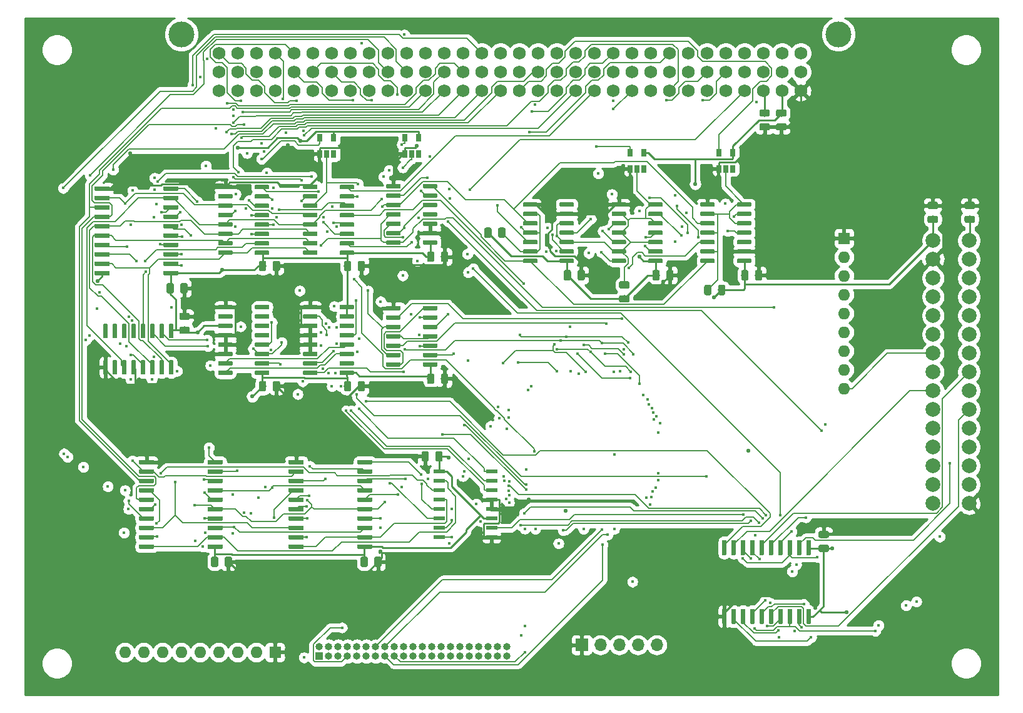
<source format=gbr>
G04 #@! TF.GenerationSoftware,KiCad,Pcbnew,(5.1.4)-1*
G04 #@! TF.CreationDate,2019-09-28T19:07:41+02:00*
G04 #@! TF.ProjectId,Project_GP8B,50726f6a-6563-4745-9f47-5038422e6b69,V4*
G04 #@! TF.SameCoordinates,PX3a2c940PY1e0a6e0*
G04 #@! TF.FileFunction,Copper,L4,Bot*
G04 #@! TF.FilePolarity,Positive*
%FSLAX46Y46*%
G04 Gerber Fmt 4.6, Leading zero omitted, Abs format (unit mm)*
G04 Created by KiCad (PCBNEW (5.1.4)-1) date 2019-09-28 19:07:41*
%MOMM*%
%LPD*%
G04 APERTURE LIST*
%ADD10C,3.500000*%
%ADD11C,1.750000*%
%ADD12C,2.000000*%
%ADD13C,0.100000*%
%ADD14C,0.975000*%
%ADD15R,1.700000X1.700000*%
%ADD16O,1.700000X1.700000*%
%ADD17R,1.600000X1.600000*%
%ADD18O,1.600000X1.600000*%
%ADD19C,0.600000*%
%ADD20R,0.650000X1.060000*%
%ADD21R,1.500000X0.600000*%
%ADD22R,1.000000X1.000000*%
%ADD23O,1.000000X1.000000*%
%ADD24C,0.550000*%
%ADD25C,0.450000*%
%ADD26C,0.250000*%
%ADD27C,0.180000*%
%ADD28C,0.254000*%
G04 APERTURE END LIST*
D10*
X21820000Y-2920000D03*
X110720000Y-2920000D03*
D11*
X105640000Y-10540000D03*
X103100000Y-10540000D03*
X100560000Y-10540000D03*
X98020000Y-10540000D03*
X95480000Y-10540000D03*
X92940000Y-10540000D03*
X90400000Y-10540000D03*
X87860000Y-10540000D03*
X85320000Y-10540000D03*
X82780000Y-10540000D03*
X80240000Y-10540000D03*
X77700000Y-10540000D03*
X75160000Y-10540000D03*
X72620000Y-10540000D03*
X70080000Y-10540000D03*
X67540000Y-10540000D03*
X65000000Y-10540000D03*
X62460000Y-10540000D03*
X59920000Y-10540000D03*
X57380000Y-10540000D03*
X54840000Y-10540000D03*
X52300000Y-10540000D03*
X49760000Y-10540000D03*
X47220000Y-10540000D03*
X44680000Y-10540000D03*
X42140000Y-10540000D03*
X39600000Y-10540000D03*
X37060000Y-10540000D03*
X34520000Y-10540000D03*
X31980000Y-10540000D03*
X29440000Y-10540000D03*
X26900000Y-10540000D03*
X105640000Y-8000000D03*
X103100000Y-8000000D03*
X100560000Y-8000000D03*
X98020000Y-8000000D03*
X95480000Y-8000000D03*
X92940000Y-8000000D03*
X90400000Y-8000000D03*
X87860000Y-8000000D03*
X85320000Y-8000000D03*
X82780000Y-8000000D03*
X80240000Y-8000000D03*
X77700000Y-8000000D03*
X75160000Y-8000000D03*
X72620000Y-8000000D03*
X70080000Y-8000000D03*
X67540000Y-8000000D03*
X65000000Y-8000000D03*
X62460000Y-8000000D03*
X59920000Y-8000000D03*
X57380000Y-8000000D03*
X54840000Y-8000000D03*
X52300000Y-8000000D03*
X49760000Y-8000000D03*
X47220000Y-8000000D03*
X44680000Y-8000000D03*
X42140000Y-8000000D03*
X39600000Y-8000000D03*
X37060000Y-8000000D03*
X34520000Y-8000000D03*
X31980000Y-8000000D03*
X29440000Y-8000000D03*
X26900000Y-8000000D03*
X105640000Y-5460000D03*
X103100000Y-5460000D03*
X100560000Y-5460000D03*
X98020000Y-5460000D03*
X95480000Y-5460000D03*
X92940000Y-5460000D03*
X90400000Y-5460000D03*
X87860000Y-5460000D03*
X85320000Y-5460000D03*
X82780000Y-5460000D03*
X80240000Y-5460000D03*
X77700000Y-5460000D03*
X75160000Y-5460000D03*
X72620000Y-5460000D03*
X70080000Y-5460000D03*
X67540000Y-5460000D03*
X65000000Y-5460000D03*
X62460000Y-5460000D03*
X59920000Y-5460000D03*
X57380000Y-5460000D03*
X54840000Y-5460000D03*
X52300000Y-5460000D03*
X49760000Y-5460000D03*
X47220000Y-5460000D03*
X44680000Y-5460000D03*
X42140000Y-5460000D03*
X39600000Y-5460000D03*
X37060000Y-5460000D03*
X34520000Y-5460000D03*
X31980000Y-5460000D03*
X29440000Y-5460000D03*
X26900000Y-5460000D03*
D12*
X128400000Y-30810000D03*
X123540000Y-30810000D03*
X128400000Y-33350000D03*
X123540000Y-33350000D03*
X128400000Y-35890000D03*
X123540000Y-35890000D03*
X128400000Y-38430000D03*
X123540000Y-38430000D03*
X128400000Y-40970000D03*
X123540000Y-40970000D03*
X128400000Y-43510000D03*
X123540000Y-43510000D03*
X128400000Y-46050000D03*
X123540000Y-46050000D03*
X128400000Y-48590000D03*
X123540000Y-48590000D03*
X128400000Y-51130000D03*
X123540000Y-51130000D03*
X128400000Y-53670000D03*
X123540000Y-53670000D03*
X128400000Y-56210000D03*
X123540000Y-56210000D03*
X128400000Y-58750000D03*
X123540000Y-58750000D03*
X128400000Y-61290000D03*
X123540000Y-61290000D03*
X128400000Y-63830000D03*
X123540000Y-63830000D03*
X128400000Y-66360000D03*
X123540000Y-66370000D03*
D13*
G36*
X76205142Y-34801174D02*
G01*
X76228803Y-34804684D01*
X76252007Y-34810496D01*
X76274529Y-34818554D01*
X76296153Y-34828782D01*
X76316670Y-34841079D01*
X76335883Y-34855329D01*
X76353607Y-34871393D01*
X76369671Y-34889117D01*
X76383921Y-34908330D01*
X76396218Y-34928847D01*
X76406446Y-34950471D01*
X76414504Y-34972993D01*
X76420316Y-34996197D01*
X76423826Y-35019858D01*
X76425000Y-35043750D01*
X76425000Y-35956250D01*
X76423826Y-35980142D01*
X76420316Y-36003803D01*
X76414504Y-36027007D01*
X76406446Y-36049529D01*
X76396218Y-36071153D01*
X76383921Y-36091670D01*
X76369671Y-36110883D01*
X76353607Y-36128607D01*
X76335883Y-36144671D01*
X76316670Y-36158921D01*
X76296153Y-36171218D01*
X76274529Y-36181446D01*
X76252007Y-36189504D01*
X76228803Y-36195316D01*
X76205142Y-36198826D01*
X76181250Y-36200000D01*
X75693750Y-36200000D01*
X75669858Y-36198826D01*
X75646197Y-36195316D01*
X75622993Y-36189504D01*
X75600471Y-36181446D01*
X75578847Y-36171218D01*
X75558330Y-36158921D01*
X75539117Y-36144671D01*
X75521393Y-36128607D01*
X75505329Y-36110883D01*
X75491079Y-36091670D01*
X75478782Y-36071153D01*
X75468554Y-36049529D01*
X75460496Y-36027007D01*
X75454684Y-36003803D01*
X75451174Y-35980142D01*
X75450000Y-35956250D01*
X75450000Y-35043750D01*
X75451174Y-35019858D01*
X75454684Y-34996197D01*
X75460496Y-34972993D01*
X75468554Y-34950471D01*
X75478782Y-34928847D01*
X75491079Y-34908330D01*
X75505329Y-34889117D01*
X75521393Y-34871393D01*
X75539117Y-34855329D01*
X75558330Y-34841079D01*
X75578847Y-34828782D01*
X75600471Y-34818554D01*
X75622993Y-34810496D01*
X75646197Y-34804684D01*
X75669858Y-34801174D01*
X75693750Y-34800000D01*
X76181250Y-34800000D01*
X76205142Y-34801174D01*
X76205142Y-34801174D01*
G37*
D14*
X75937500Y-35500000D03*
D13*
G36*
X74330142Y-34801174D02*
G01*
X74353803Y-34804684D01*
X74377007Y-34810496D01*
X74399529Y-34818554D01*
X74421153Y-34828782D01*
X74441670Y-34841079D01*
X74460883Y-34855329D01*
X74478607Y-34871393D01*
X74494671Y-34889117D01*
X74508921Y-34908330D01*
X74521218Y-34928847D01*
X74531446Y-34950471D01*
X74539504Y-34972993D01*
X74545316Y-34996197D01*
X74548826Y-35019858D01*
X74550000Y-35043750D01*
X74550000Y-35956250D01*
X74548826Y-35980142D01*
X74545316Y-36003803D01*
X74539504Y-36027007D01*
X74531446Y-36049529D01*
X74521218Y-36071153D01*
X74508921Y-36091670D01*
X74494671Y-36110883D01*
X74478607Y-36128607D01*
X74460883Y-36144671D01*
X74441670Y-36158921D01*
X74421153Y-36171218D01*
X74399529Y-36181446D01*
X74377007Y-36189504D01*
X74353803Y-36195316D01*
X74330142Y-36198826D01*
X74306250Y-36200000D01*
X73818750Y-36200000D01*
X73794858Y-36198826D01*
X73771197Y-36195316D01*
X73747993Y-36189504D01*
X73725471Y-36181446D01*
X73703847Y-36171218D01*
X73683330Y-36158921D01*
X73664117Y-36144671D01*
X73646393Y-36128607D01*
X73630329Y-36110883D01*
X73616079Y-36091670D01*
X73603782Y-36071153D01*
X73593554Y-36049529D01*
X73585496Y-36027007D01*
X73579684Y-36003803D01*
X73576174Y-35980142D01*
X73575000Y-35956250D01*
X73575000Y-35043750D01*
X73576174Y-35019858D01*
X73579684Y-34996197D01*
X73585496Y-34972993D01*
X73593554Y-34950471D01*
X73603782Y-34928847D01*
X73616079Y-34908330D01*
X73630329Y-34889117D01*
X73646393Y-34871393D01*
X73664117Y-34855329D01*
X73683330Y-34841079D01*
X73703847Y-34828782D01*
X73725471Y-34818554D01*
X73747993Y-34810496D01*
X73771197Y-34804684D01*
X73794858Y-34801174D01*
X73818750Y-34800000D01*
X74306250Y-34800000D01*
X74330142Y-34801174D01*
X74330142Y-34801174D01*
G37*
D14*
X74062500Y-35500000D03*
D13*
G36*
X88205142Y-34801174D02*
G01*
X88228803Y-34804684D01*
X88252007Y-34810496D01*
X88274529Y-34818554D01*
X88296153Y-34828782D01*
X88316670Y-34841079D01*
X88335883Y-34855329D01*
X88353607Y-34871393D01*
X88369671Y-34889117D01*
X88383921Y-34908330D01*
X88396218Y-34928847D01*
X88406446Y-34950471D01*
X88414504Y-34972993D01*
X88420316Y-34996197D01*
X88423826Y-35019858D01*
X88425000Y-35043750D01*
X88425000Y-35956250D01*
X88423826Y-35980142D01*
X88420316Y-36003803D01*
X88414504Y-36027007D01*
X88406446Y-36049529D01*
X88396218Y-36071153D01*
X88383921Y-36091670D01*
X88369671Y-36110883D01*
X88353607Y-36128607D01*
X88335883Y-36144671D01*
X88316670Y-36158921D01*
X88296153Y-36171218D01*
X88274529Y-36181446D01*
X88252007Y-36189504D01*
X88228803Y-36195316D01*
X88205142Y-36198826D01*
X88181250Y-36200000D01*
X87693750Y-36200000D01*
X87669858Y-36198826D01*
X87646197Y-36195316D01*
X87622993Y-36189504D01*
X87600471Y-36181446D01*
X87578847Y-36171218D01*
X87558330Y-36158921D01*
X87539117Y-36144671D01*
X87521393Y-36128607D01*
X87505329Y-36110883D01*
X87491079Y-36091670D01*
X87478782Y-36071153D01*
X87468554Y-36049529D01*
X87460496Y-36027007D01*
X87454684Y-36003803D01*
X87451174Y-35980142D01*
X87450000Y-35956250D01*
X87450000Y-35043750D01*
X87451174Y-35019858D01*
X87454684Y-34996197D01*
X87460496Y-34972993D01*
X87468554Y-34950471D01*
X87478782Y-34928847D01*
X87491079Y-34908330D01*
X87505329Y-34889117D01*
X87521393Y-34871393D01*
X87539117Y-34855329D01*
X87558330Y-34841079D01*
X87578847Y-34828782D01*
X87600471Y-34818554D01*
X87622993Y-34810496D01*
X87646197Y-34804684D01*
X87669858Y-34801174D01*
X87693750Y-34800000D01*
X88181250Y-34800000D01*
X88205142Y-34801174D01*
X88205142Y-34801174D01*
G37*
D14*
X87937500Y-35500000D03*
D13*
G36*
X86330142Y-34801174D02*
G01*
X86353803Y-34804684D01*
X86377007Y-34810496D01*
X86399529Y-34818554D01*
X86421153Y-34828782D01*
X86441670Y-34841079D01*
X86460883Y-34855329D01*
X86478607Y-34871393D01*
X86494671Y-34889117D01*
X86508921Y-34908330D01*
X86521218Y-34928847D01*
X86531446Y-34950471D01*
X86539504Y-34972993D01*
X86545316Y-34996197D01*
X86548826Y-35019858D01*
X86550000Y-35043750D01*
X86550000Y-35956250D01*
X86548826Y-35980142D01*
X86545316Y-36003803D01*
X86539504Y-36027007D01*
X86531446Y-36049529D01*
X86521218Y-36071153D01*
X86508921Y-36091670D01*
X86494671Y-36110883D01*
X86478607Y-36128607D01*
X86460883Y-36144671D01*
X86441670Y-36158921D01*
X86421153Y-36171218D01*
X86399529Y-36181446D01*
X86377007Y-36189504D01*
X86353803Y-36195316D01*
X86330142Y-36198826D01*
X86306250Y-36200000D01*
X85818750Y-36200000D01*
X85794858Y-36198826D01*
X85771197Y-36195316D01*
X85747993Y-36189504D01*
X85725471Y-36181446D01*
X85703847Y-36171218D01*
X85683330Y-36158921D01*
X85664117Y-36144671D01*
X85646393Y-36128607D01*
X85630329Y-36110883D01*
X85616079Y-36091670D01*
X85603782Y-36071153D01*
X85593554Y-36049529D01*
X85585496Y-36027007D01*
X85579684Y-36003803D01*
X85576174Y-35980142D01*
X85575000Y-35956250D01*
X85575000Y-35043750D01*
X85576174Y-35019858D01*
X85579684Y-34996197D01*
X85585496Y-34972993D01*
X85593554Y-34950471D01*
X85603782Y-34928847D01*
X85616079Y-34908330D01*
X85630329Y-34889117D01*
X85646393Y-34871393D01*
X85664117Y-34855329D01*
X85683330Y-34841079D01*
X85703847Y-34828782D01*
X85725471Y-34818554D01*
X85747993Y-34810496D01*
X85771197Y-34804684D01*
X85794858Y-34801174D01*
X85818750Y-34800000D01*
X86306250Y-34800000D01*
X86330142Y-34801174D01*
X86330142Y-34801174D01*
G37*
D14*
X86062500Y-35500000D03*
D13*
G36*
X98330142Y-34801174D02*
G01*
X98353803Y-34804684D01*
X98377007Y-34810496D01*
X98399529Y-34818554D01*
X98421153Y-34828782D01*
X98441670Y-34841079D01*
X98460883Y-34855329D01*
X98478607Y-34871393D01*
X98494671Y-34889117D01*
X98508921Y-34908330D01*
X98521218Y-34928847D01*
X98531446Y-34950471D01*
X98539504Y-34972993D01*
X98545316Y-34996197D01*
X98548826Y-35019858D01*
X98550000Y-35043750D01*
X98550000Y-35956250D01*
X98548826Y-35980142D01*
X98545316Y-36003803D01*
X98539504Y-36027007D01*
X98531446Y-36049529D01*
X98521218Y-36071153D01*
X98508921Y-36091670D01*
X98494671Y-36110883D01*
X98478607Y-36128607D01*
X98460883Y-36144671D01*
X98441670Y-36158921D01*
X98421153Y-36171218D01*
X98399529Y-36181446D01*
X98377007Y-36189504D01*
X98353803Y-36195316D01*
X98330142Y-36198826D01*
X98306250Y-36200000D01*
X97818750Y-36200000D01*
X97794858Y-36198826D01*
X97771197Y-36195316D01*
X97747993Y-36189504D01*
X97725471Y-36181446D01*
X97703847Y-36171218D01*
X97683330Y-36158921D01*
X97664117Y-36144671D01*
X97646393Y-36128607D01*
X97630329Y-36110883D01*
X97616079Y-36091670D01*
X97603782Y-36071153D01*
X97593554Y-36049529D01*
X97585496Y-36027007D01*
X97579684Y-36003803D01*
X97576174Y-35980142D01*
X97575000Y-35956250D01*
X97575000Y-35043750D01*
X97576174Y-35019858D01*
X97579684Y-34996197D01*
X97585496Y-34972993D01*
X97593554Y-34950471D01*
X97603782Y-34928847D01*
X97616079Y-34908330D01*
X97630329Y-34889117D01*
X97646393Y-34871393D01*
X97664117Y-34855329D01*
X97683330Y-34841079D01*
X97703847Y-34828782D01*
X97725471Y-34818554D01*
X97747993Y-34810496D01*
X97771197Y-34804684D01*
X97794858Y-34801174D01*
X97818750Y-34800000D01*
X98306250Y-34800000D01*
X98330142Y-34801174D01*
X98330142Y-34801174D01*
G37*
D14*
X98062500Y-35500000D03*
D13*
G36*
X100205142Y-34801174D02*
G01*
X100228803Y-34804684D01*
X100252007Y-34810496D01*
X100274529Y-34818554D01*
X100296153Y-34828782D01*
X100316670Y-34841079D01*
X100335883Y-34855329D01*
X100353607Y-34871393D01*
X100369671Y-34889117D01*
X100383921Y-34908330D01*
X100396218Y-34928847D01*
X100406446Y-34950471D01*
X100414504Y-34972993D01*
X100420316Y-34996197D01*
X100423826Y-35019858D01*
X100425000Y-35043750D01*
X100425000Y-35956250D01*
X100423826Y-35980142D01*
X100420316Y-36003803D01*
X100414504Y-36027007D01*
X100406446Y-36049529D01*
X100396218Y-36071153D01*
X100383921Y-36091670D01*
X100369671Y-36110883D01*
X100353607Y-36128607D01*
X100335883Y-36144671D01*
X100316670Y-36158921D01*
X100296153Y-36171218D01*
X100274529Y-36181446D01*
X100252007Y-36189504D01*
X100228803Y-36195316D01*
X100205142Y-36198826D01*
X100181250Y-36200000D01*
X99693750Y-36200000D01*
X99669858Y-36198826D01*
X99646197Y-36195316D01*
X99622993Y-36189504D01*
X99600471Y-36181446D01*
X99578847Y-36171218D01*
X99558330Y-36158921D01*
X99539117Y-36144671D01*
X99521393Y-36128607D01*
X99505329Y-36110883D01*
X99491079Y-36091670D01*
X99478782Y-36071153D01*
X99468554Y-36049529D01*
X99460496Y-36027007D01*
X99454684Y-36003803D01*
X99451174Y-35980142D01*
X99450000Y-35956250D01*
X99450000Y-35043750D01*
X99451174Y-35019858D01*
X99454684Y-34996197D01*
X99460496Y-34972993D01*
X99468554Y-34950471D01*
X99478782Y-34928847D01*
X99491079Y-34908330D01*
X99505329Y-34889117D01*
X99521393Y-34871393D01*
X99539117Y-34855329D01*
X99558330Y-34841079D01*
X99578847Y-34828782D01*
X99600471Y-34818554D01*
X99622993Y-34810496D01*
X99646197Y-34804684D01*
X99669858Y-34801174D01*
X99693750Y-34800000D01*
X100181250Y-34800000D01*
X100205142Y-34801174D01*
X100205142Y-34801174D01*
G37*
D14*
X99937500Y-35500000D03*
D13*
G36*
X20580142Y-36551174D02*
G01*
X20603803Y-36554684D01*
X20627007Y-36560496D01*
X20649529Y-36568554D01*
X20671153Y-36578782D01*
X20691670Y-36591079D01*
X20710883Y-36605329D01*
X20728607Y-36621393D01*
X20744671Y-36639117D01*
X20758921Y-36658330D01*
X20771218Y-36678847D01*
X20781446Y-36700471D01*
X20789504Y-36722993D01*
X20795316Y-36746197D01*
X20798826Y-36769858D01*
X20800000Y-36793750D01*
X20800000Y-37706250D01*
X20798826Y-37730142D01*
X20795316Y-37753803D01*
X20789504Y-37777007D01*
X20781446Y-37799529D01*
X20771218Y-37821153D01*
X20758921Y-37841670D01*
X20744671Y-37860883D01*
X20728607Y-37878607D01*
X20710883Y-37894671D01*
X20691670Y-37908921D01*
X20671153Y-37921218D01*
X20649529Y-37931446D01*
X20627007Y-37939504D01*
X20603803Y-37945316D01*
X20580142Y-37948826D01*
X20556250Y-37950000D01*
X20068750Y-37950000D01*
X20044858Y-37948826D01*
X20021197Y-37945316D01*
X19997993Y-37939504D01*
X19975471Y-37931446D01*
X19953847Y-37921218D01*
X19933330Y-37908921D01*
X19914117Y-37894671D01*
X19896393Y-37878607D01*
X19880329Y-37860883D01*
X19866079Y-37841670D01*
X19853782Y-37821153D01*
X19843554Y-37799529D01*
X19835496Y-37777007D01*
X19829684Y-37753803D01*
X19826174Y-37730142D01*
X19825000Y-37706250D01*
X19825000Y-36793750D01*
X19826174Y-36769858D01*
X19829684Y-36746197D01*
X19835496Y-36722993D01*
X19843554Y-36700471D01*
X19853782Y-36678847D01*
X19866079Y-36658330D01*
X19880329Y-36639117D01*
X19896393Y-36621393D01*
X19914117Y-36605329D01*
X19933330Y-36591079D01*
X19953847Y-36578782D01*
X19975471Y-36568554D01*
X19997993Y-36560496D01*
X20021197Y-36554684D01*
X20044858Y-36551174D01*
X20068750Y-36550000D01*
X20556250Y-36550000D01*
X20580142Y-36551174D01*
X20580142Y-36551174D01*
G37*
D14*
X20312500Y-37250000D03*
D13*
G36*
X22455142Y-36551174D02*
G01*
X22478803Y-36554684D01*
X22502007Y-36560496D01*
X22524529Y-36568554D01*
X22546153Y-36578782D01*
X22566670Y-36591079D01*
X22585883Y-36605329D01*
X22603607Y-36621393D01*
X22619671Y-36639117D01*
X22633921Y-36658330D01*
X22646218Y-36678847D01*
X22656446Y-36700471D01*
X22664504Y-36722993D01*
X22670316Y-36746197D01*
X22673826Y-36769858D01*
X22675000Y-36793750D01*
X22675000Y-37706250D01*
X22673826Y-37730142D01*
X22670316Y-37753803D01*
X22664504Y-37777007D01*
X22656446Y-37799529D01*
X22646218Y-37821153D01*
X22633921Y-37841670D01*
X22619671Y-37860883D01*
X22603607Y-37878607D01*
X22585883Y-37894671D01*
X22566670Y-37908921D01*
X22546153Y-37921218D01*
X22524529Y-37931446D01*
X22502007Y-37939504D01*
X22478803Y-37945316D01*
X22455142Y-37948826D01*
X22431250Y-37950000D01*
X21943750Y-37950000D01*
X21919858Y-37948826D01*
X21896197Y-37945316D01*
X21872993Y-37939504D01*
X21850471Y-37931446D01*
X21828847Y-37921218D01*
X21808330Y-37908921D01*
X21789117Y-37894671D01*
X21771393Y-37878607D01*
X21755329Y-37860883D01*
X21741079Y-37841670D01*
X21728782Y-37821153D01*
X21718554Y-37799529D01*
X21710496Y-37777007D01*
X21704684Y-37753803D01*
X21701174Y-37730142D01*
X21700000Y-37706250D01*
X21700000Y-36793750D01*
X21701174Y-36769858D01*
X21704684Y-36746197D01*
X21710496Y-36722993D01*
X21718554Y-36700471D01*
X21728782Y-36678847D01*
X21741079Y-36658330D01*
X21755329Y-36639117D01*
X21771393Y-36621393D01*
X21789117Y-36605329D01*
X21808330Y-36591079D01*
X21828847Y-36578782D01*
X21850471Y-36568554D01*
X21872993Y-36560496D01*
X21896197Y-36554684D01*
X21919858Y-36551174D01*
X21943750Y-36550000D01*
X22431250Y-36550000D01*
X22455142Y-36551174D01*
X22455142Y-36551174D01*
G37*
D14*
X22187500Y-37250000D03*
D13*
G36*
X34955142Y-49801174D02*
G01*
X34978803Y-49804684D01*
X35002007Y-49810496D01*
X35024529Y-49818554D01*
X35046153Y-49828782D01*
X35066670Y-49841079D01*
X35085883Y-49855329D01*
X35103607Y-49871393D01*
X35119671Y-49889117D01*
X35133921Y-49908330D01*
X35146218Y-49928847D01*
X35156446Y-49950471D01*
X35164504Y-49972993D01*
X35170316Y-49996197D01*
X35173826Y-50019858D01*
X35175000Y-50043750D01*
X35175000Y-50956250D01*
X35173826Y-50980142D01*
X35170316Y-51003803D01*
X35164504Y-51027007D01*
X35156446Y-51049529D01*
X35146218Y-51071153D01*
X35133921Y-51091670D01*
X35119671Y-51110883D01*
X35103607Y-51128607D01*
X35085883Y-51144671D01*
X35066670Y-51158921D01*
X35046153Y-51171218D01*
X35024529Y-51181446D01*
X35002007Y-51189504D01*
X34978803Y-51195316D01*
X34955142Y-51198826D01*
X34931250Y-51200000D01*
X34443750Y-51200000D01*
X34419858Y-51198826D01*
X34396197Y-51195316D01*
X34372993Y-51189504D01*
X34350471Y-51181446D01*
X34328847Y-51171218D01*
X34308330Y-51158921D01*
X34289117Y-51144671D01*
X34271393Y-51128607D01*
X34255329Y-51110883D01*
X34241079Y-51091670D01*
X34228782Y-51071153D01*
X34218554Y-51049529D01*
X34210496Y-51027007D01*
X34204684Y-51003803D01*
X34201174Y-50980142D01*
X34200000Y-50956250D01*
X34200000Y-50043750D01*
X34201174Y-50019858D01*
X34204684Y-49996197D01*
X34210496Y-49972993D01*
X34218554Y-49950471D01*
X34228782Y-49928847D01*
X34241079Y-49908330D01*
X34255329Y-49889117D01*
X34271393Y-49871393D01*
X34289117Y-49855329D01*
X34308330Y-49841079D01*
X34328847Y-49828782D01*
X34350471Y-49818554D01*
X34372993Y-49810496D01*
X34396197Y-49804684D01*
X34419858Y-49801174D01*
X34443750Y-49800000D01*
X34931250Y-49800000D01*
X34955142Y-49801174D01*
X34955142Y-49801174D01*
G37*
D14*
X34687500Y-50500000D03*
D13*
G36*
X33080142Y-49801174D02*
G01*
X33103803Y-49804684D01*
X33127007Y-49810496D01*
X33149529Y-49818554D01*
X33171153Y-49828782D01*
X33191670Y-49841079D01*
X33210883Y-49855329D01*
X33228607Y-49871393D01*
X33244671Y-49889117D01*
X33258921Y-49908330D01*
X33271218Y-49928847D01*
X33281446Y-49950471D01*
X33289504Y-49972993D01*
X33295316Y-49996197D01*
X33298826Y-50019858D01*
X33300000Y-50043750D01*
X33300000Y-50956250D01*
X33298826Y-50980142D01*
X33295316Y-51003803D01*
X33289504Y-51027007D01*
X33281446Y-51049529D01*
X33271218Y-51071153D01*
X33258921Y-51091670D01*
X33244671Y-51110883D01*
X33228607Y-51128607D01*
X33210883Y-51144671D01*
X33191670Y-51158921D01*
X33171153Y-51171218D01*
X33149529Y-51181446D01*
X33127007Y-51189504D01*
X33103803Y-51195316D01*
X33080142Y-51198826D01*
X33056250Y-51200000D01*
X32568750Y-51200000D01*
X32544858Y-51198826D01*
X32521197Y-51195316D01*
X32497993Y-51189504D01*
X32475471Y-51181446D01*
X32453847Y-51171218D01*
X32433330Y-51158921D01*
X32414117Y-51144671D01*
X32396393Y-51128607D01*
X32380329Y-51110883D01*
X32366079Y-51091670D01*
X32353782Y-51071153D01*
X32343554Y-51049529D01*
X32335496Y-51027007D01*
X32329684Y-51003803D01*
X32326174Y-50980142D01*
X32325000Y-50956250D01*
X32325000Y-50043750D01*
X32326174Y-50019858D01*
X32329684Y-49996197D01*
X32335496Y-49972993D01*
X32343554Y-49950471D01*
X32353782Y-49928847D01*
X32366079Y-49908330D01*
X32380329Y-49889117D01*
X32396393Y-49871393D01*
X32414117Y-49855329D01*
X32433330Y-49841079D01*
X32453847Y-49828782D01*
X32475471Y-49818554D01*
X32497993Y-49810496D01*
X32521197Y-49804684D01*
X32544858Y-49801174D01*
X32568750Y-49800000D01*
X33056250Y-49800000D01*
X33080142Y-49801174D01*
X33080142Y-49801174D01*
G37*
D14*
X32812500Y-50500000D03*
D13*
G36*
X44580142Y-49801174D02*
G01*
X44603803Y-49804684D01*
X44627007Y-49810496D01*
X44649529Y-49818554D01*
X44671153Y-49828782D01*
X44691670Y-49841079D01*
X44710883Y-49855329D01*
X44728607Y-49871393D01*
X44744671Y-49889117D01*
X44758921Y-49908330D01*
X44771218Y-49928847D01*
X44781446Y-49950471D01*
X44789504Y-49972993D01*
X44795316Y-49996197D01*
X44798826Y-50019858D01*
X44800000Y-50043750D01*
X44800000Y-50956250D01*
X44798826Y-50980142D01*
X44795316Y-51003803D01*
X44789504Y-51027007D01*
X44781446Y-51049529D01*
X44771218Y-51071153D01*
X44758921Y-51091670D01*
X44744671Y-51110883D01*
X44728607Y-51128607D01*
X44710883Y-51144671D01*
X44691670Y-51158921D01*
X44671153Y-51171218D01*
X44649529Y-51181446D01*
X44627007Y-51189504D01*
X44603803Y-51195316D01*
X44580142Y-51198826D01*
X44556250Y-51200000D01*
X44068750Y-51200000D01*
X44044858Y-51198826D01*
X44021197Y-51195316D01*
X43997993Y-51189504D01*
X43975471Y-51181446D01*
X43953847Y-51171218D01*
X43933330Y-51158921D01*
X43914117Y-51144671D01*
X43896393Y-51128607D01*
X43880329Y-51110883D01*
X43866079Y-51091670D01*
X43853782Y-51071153D01*
X43843554Y-51049529D01*
X43835496Y-51027007D01*
X43829684Y-51003803D01*
X43826174Y-50980142D01*
X43825000Y-50956250D01*
X43825000Y-50043750D01*
X43826174Y-50019858D01*
X43829684Y-49996197D01*
X43835496Y-49972993D01*
X43843554Y-49950471D01*
X43853782Y-49928847D01*
X43866079Y-49908330D01*
X43880329Y-49889117D01*
X43896393Y-49871393D01*
X43914117Y-49855329D01*
X43933330Y-49841079D01*
X43953847Y-49828782D01*
X43975471Y-49818554D01*
X43997993Y-49810496D01*
X44021197Y-49804684D01*
X44044858Y-49801174D01*
X44068750Y-49800000D01*
X44556250Y-49800000D01*
X44580142Y-49801174D01*
X44580142Y-49801174D01*
G37*
D14*
X44312500Y-50500000D03*
D13*
G36*
X46455142Y-49801174D02*
G01*
X46478803Y-49804684D01*
X46502007Y-49810496D01*
X46524529Y-49818554D01*
X46546153Y-49828782D01*
X46566670Y-49841079D01*
X46585883Y-49855329D01*
X46603607Y-49871393D01*
X46619671Y-49889117D01*
X46633921Y-49908330D01*
X46646218Y-49928847D01*
X46656446Y-49950471D01*
X46664504Y-49972993D01*
X46670316Y-49996197D01*
X46673826Y-50019858D01*
X46675000Y-50043750D01*
X46675000Y-50956250D01*
X46673826Y-50980142D01*
X46670316Y-51003803D01*
X46664504Y-51027007D01*
X46656446Y-51049529D01*
X46646218Y-51071153D01*
X46633921Y-51091670D01*
X46619671Y-51110883D01*
X46603607Y-51128607D01*
X46585883Y-51144671D01*
X46566670Y-51158921D01*
X46546153Y-51171218D01*
X46524529Y-51181446D01*
X46502007Y-51189504D01*
X46478803Y-51195316D01*
X46455142Y-51198826D01*
X46431250Y-51200000D01*
X45943750Y-51200000D01*
X45919858Y-51198826D01*
X45896197Y-51195316D01*
X45872993Y-51189504D01*
X45850471Y-51181446D01*
X45828847Y-51171218D01*
X45808330Y-51158921D01*
X45789117Y-51144671D01*
X45771393Y-51128607D01*
X45755329Y-51110883D01*
X45741079Y-51091670D01*
X45728782Y-51071153D01*
X45718554Y-51049529D01*
X45710496Y-51027007D01*
X45704684Y-51003803D01*
X45701174Y-50980142D01*
X45700000Y-50956250D01*
X45700000Y-50043750D01*
X45701174Y-50019858D01*
X45704684Y-49996197D01*
X45710496Y-49972993D01*
X45718554Y-49950471D01*
X45728782Y-49928847D01*
X45741079Y-49908330D01*
X45755329Y-49889117D01*
X45771393Y-49871393D01*
X45789117Y-49855329D01*
X45808330Y-49841079D01*
X45828847Y-49828782D01*
X45850471Y-49818554D01*
X45872993Y-49810496D01*
X45896197Y-49804684D01*
X45919858Y-49801174D01*
X45943750Y-49800000D01*
X46431250Y-49800000D01*
X46455142Y-49801174D01*
X46455142Y-49801174D01*
G37*
D14*
X46187500Y-50500000D03*
D13*
G36*
X34955142Y-33551174D02*
G01*
X34978803Y-33554684D01*
X35002007Y-33560496D01*
X35024529Y-33568554D01*
X35046153Y-33578782D01*
X35066670Y-33591079D01*
X35085883Y-33605329D01*
X35103607Y-33621393D01*
X35119671Y-33639117D01*
X35133921Y-33658330D01*
X35146218Y-33678847D01*
X35156446Y-33700471D01*
X35164504Y-33722993D01*
X35170316Y-33746197D01*
X35173826Y-33769858D01*
X35175000Y-33793750D01*
X35175000Y-34706250D01*
X35173826Y-34730142D01*
X35170316Y-34753803D01*
X35164504Y-34777007D01*
X35156446Y-34799529D01*
X35146218Y-34821153D01*
X35133921Y-34841670D01*
X35119671Y-34860883D01*
X35103607Y-34878607D01*
X35085883Y-34894671D01*
X35066670Y-34908921D01*
X35046153Y-34921218D01*
X35024529Y-34931446D01*
X35002007Y-34939504D01*
X34978803Y-34945316D01*
X34955142Y-34948826D01*
X34931250Y-34950000D01*
X34443750Y-34950000D01*
X34419858Y-34948826D01*
X34396197Y-34945316D01*
X34372993Y-34939504D01*
X34350471Y-34931446D01*
X34328847Y-34921218D01*
X34308330Y-34908921D01*
X34289117Y-34894671D01*
X34271393Y-34878607D01*
X34255329Y-34860883D01*
X34241079Y-34841670D01*
X34228782Y-34821153D01*
X34218554Y-34799529D01*
X34210496Y-34777007D01*
X34204684Y-34753803D01*
X34201174Y-34730142D01*
X34200000Y-34706250D01*
X34200000Y-33793750D01*
X34201174Y-33769858D01*
X34204684Y-33746197D01*
X34210496Y-33722993D01*
X34218554Y-33700471D01*
X34228782Y-33678847D01*
X34241079Y-33658330D01*
X34255329Y-33639117D01*
X34271393Y-33621393D01*
X34289117Y-33605329D01*
X34308330Y-33591079D01*
X34328847Y-33578782D01*
X34350471Y-33568554D01*
X34372993Y-33560496D01*
X34396197Y-33554684D01*
X34419858Y-33551174D01*
X34443750Y-33550000D01*
X34931250Y-33550000D01*
X34955142Y-33551174D01*
X34955142Y-33551174D01*
G37*
D14*
X34687500Y-34250000D03*
D13*
G36*
X33080142Y-33551174D02*
G01*
X33103803Y-33554684D01*
X33127007Y-33560496D01*
X33149529Y-33568554D01*
X33171153Y-33578782D01*
X33191670Y-33591079D01*
X33210883Y-33605329D01*
X33228607Y-33621393D01*
X33244671Y-33639117D01*
X33258921Y-33658330D01*
X33271218Y-33678847D01*
X33281446Y-33700471D01*
X33289504Y-33722993D01*
X33295316Y-33746197D01*
X33298826Y-33769858D01*
X33300000Y-33793750D01*
X33300000Y-34706250D01*
X33298826Y-34730142D01*
X33295316Y-34753803D01*
X33289504Y-34777007D01*
X33281446Y-34799529D01*
X33271218Y-34821153D01*
X33258921Y-34841670D01*
X33244671Y-34860883D01*
X33228607Y-34878607D01*
X33210883Y-34894671D01*
X33191670Y-34908921D01*
X33171153Y-34921218D01*
X33149529Y-34931446D01*
X33127007Y-34939504D01*
X33103803Y-34945316D01*
X33080142Y-34948826D01*
X33056250Y-34950000D01*
X32568750Y-34950000D01*
X32544858Y-34948826D01*
X32521197Y-34945316D01*
X32497993Y-34939504D01*
X32475471Y-34931446D01*
X32453847Y-34921218D01*
X32433330Y-34908921D01*
X32414117Y-34894671D01*
X32396393Y-34878607D01*
X32380329Y-34860883D01*
X32366079Y-34841670D01*
X32353782Y-34821153D01*
X32343554Y-34799529D01*
X32335496Y-34777007D01*
X32329684Y-34753803D01*
X32326174Y-34730142D01*
X32325000Y-34706250D01*
X32325000Y-33793750D01*
X32326174Y-33769858D01*
X32329684Y-33746197D01*
X32335496Y-33722993D01*
X32343554Y-33700471D01*
X32353782Y-33678847D01*
X32366079Y-33658330D01*
X32380329Y-33639117D01*
X32396393Y-33621393D01*
X32414117Y-33605329D01*
X32433330Y-33591079D01*
X32453847Y-33578782D01*
X32475471Y-33568554D01*
X32497993Y-33560496D01*
X32521197Y-33554684D01*
X32544858Y-33551174D01*
X32568750Y-33550000D01*
X33056250Y-33550000D01*
X33080142Y-33551174D01*
X33080142Y-33551174D01*
G37*
D14*
X32812500Y-34250000D03*
D13*
G36*
X44580142Y-33551174D02*
G01*
X44603803Y-33554684D01*
X44627007Y-33560496D01*
X44649529Y-33568554D01*
X44671153Y-33578782D01*
X44691670Y-33591079D01*
X44710883Y-33605329D01*
X44728607Y-33621393D01*
X44744671Y-33639117D01*
X44758921Y-33658330D01*
X44771218Y-33678847D01*
X44781446Y-33700471D01*
X44789504Y-33722993D01*
X44795316Y-33746197D01*
X44798826Y-33769858D01*
X44800000Y-33793750D01*
X44800000Y-34706250D01*
X44798826Y-34730142D01*
X44795316Y-34753803D01*
X44789504Y-34777007D01*
X44781446Y-34799529D01*
X44771218Y-34821153D01*
X44758921Y-34841670D01*
X44744671Y-34860883D01*
X44728607Y-34878607D01*
X44710883Y-34894671D01*
X44691670Y-34908921D01*
X44671153Y-34921218D01*
X44649529Y-34931446D01*
X44627007Y-34939504D01*
X44603803Y-34945316D01*
X44580142Y-34948826D01*
X44556250Y-34950000D01*
X44068750Y-34950000D01*
X44044858Y-34948826D01*
X44021197Y-34945316D01*
X43997993Y-34939504D01*
X43975471Y-34931446D01*
X43953847Y-34921218D01*
X43933330Y-34908921D01*
X43914117Y-34894671D01*
X43896393Y-34878607D01*
X43880329Y-34860883D01*
X43866079Y-34841670D01*
X43853782Y-34821153D01*
X43843554Y-34799529D01*
X43835496Y-34777007D01*
X43829684Y-34753803D01*
X43826174Y-34730142D01*
X43825000Y-34706250D01*
X43825000Y-33793750D01*
X43826174Y-33769858D01*
X43829684Y-33746197D01*
X43835496Y-33722993D01*
X43843554Y-33700471D01*
X43853782Y-33678847D01*
X43866079Y-33658330D01*
X43880329Y-33639117D01*
X43896393Y-33621393D01*
X43914117Y-33605329D01*
X43933330Y-33591079D01*
X43953847Y-33578782D01*
X43975471Y-33568554D01*
X43997993Y-33560496D01*
X44021197Y-33554684D01*
X44044858Y-33551174D01*
X44068750Y-33550000D01*
X44556250Y-33550000D01*
X44580142Y-33551174D01*
X44580142Y-33551174D01*
G37*
D14*
X44312500Y-34250000D03*
D13*
G36*
X46455142Y-33551174D02*
G01*
X46478803Y-33554684D01*
X46502007Y-33560496D01*
X46524529Y-33568554D01*
X46546153Y-33578782D01*
X46566670Y-33591079D01*
X46585883Y-33605329D01*
X46603607Y-33621393D01*
X46619671Y-33639117D01*
X46633921Y-33658330D01*
X46646218Y-33678847D01*
X46656446Y-33700471D01*
X46664504Y-33722993D01*
X46670316Y-33746197D01*
X46673826Y-33769858D01*
X46675000Y-33793750D01*
X46675000Y-34706250D01*
X46673826Y-34730142D01*
X46670316Y-34753803D01*
X46664504Y-34777007D01*
X46656446Y-34799529D01*
X46646218Y-34821153D01*
X46633921Y-34841670D01*
X46619671Y-34860883D01*
X46603607Y-34878607D01*
X46585883Y-34894671D01*
X46566670Y-34908921D01*
X46546153Y-34921218D01*
X46524529Y-34931446D01*
X46502007Y-34939504D01*
X46478803Y-34945316D01*
X46455142Y-34948826D01*
X46431250Y-34950000D01*
X45943750Y-34950000D01*
X45919858Y-34948826D01*
X45896197Y-34945316D01*
X45872993Y-34939504D01*
X45850471Y-34931446D01*
X45828847Y-34921218D01*
X45808330Y-34908921D01*
X45789117Y-34894671D01*
X45771393Y-34878607D01*
X45755329Y-34860883D01*
X45741079Y-34841670D01*
X45728782Y-34821153D01*
X45718554Y-34799529D01*
X45710496Y-34777007D01*
X45704684Y-34753803D01*
X45701174Y-34730142D01*
X45700000Y-34706250D01*
X45700000Y-33793750D01*
X45701174Y-33769858D01*
X45704684Y-33746197D01*
X45710496Y-33722993D01*
X45718554Y-33700471D01*
X45728782Y-33678847D01*
X45741079Y-33658330D01*
X45755329Y-33639117D01*
X45771393Y-33621393D01*
X45789117Y-33605329D01*
X45808330Y-33591079D01*
X45828847Y-33578782D01*
X45850471Y-33568554D01*
X45872993Y-33560496D01*
X45896197Y-33554684D01*
X45919858Y-33551174D01*
X45943750Y-33550000D01*
X46431250Y-33550000D01*
X46455142Y-33551174D01*
X46455142Y-33551174D01*
G37*
D14*
X46187500Y-34250000D03*
D13*
G36*
X57705142Y-32301174D02*
G01*
X57728803Y-32304684D01*
X57752007Y-32310496D01*
X57774529Y-32318554D01*
X57796153Y-32328782D01*
X57816670Y-32341079D01*
X57835883Y-32355329D01*
X57853607Y-32371393D01*
X57869671Y-32389117D01*
X57883921Y-32408330D01*
X57896218Y-32428847D01*
X57906446Y-32450471D01*
X57914504Y-32472993D01*
X57920316Y-32496197D01*
X57923826Y-32519858D01*
X57925000Y-32543750D01*
X57925000Y-33456250D01*
X57923826Y-33480142D01*
X57920316Y-33503803D01*
X57914504Y-33527007D01*
X57906446Y-33549529D01*
X57896218Y-33571153D01*
X57883921Y-33591670D01*
X57869671Y-33610883D01*
X57853607Y-33628607D01*
X57835883Y-33644671D01*
X57816670Y-33658921D01*
X57796153Y-33671218D01*
X57774529Y-33681446D01*
X57752007Y-33689504D01*
X57728803Y-33695316D01*
X57705142Y-33698826D01*
X57681250Y-33700000D01*
X57193750Y-33700000D01*
X57169858Y-33698826D01*
X57146197Y-33695316D01*
X57122993Y-33689504D01*
X57100471Y-33681446D01*
X57078847Y-33671218D01*
X57058330Y-33658921D01*
X57039117Y-33644671D01*
X57021393Y-33628607D01*
X57005329Y-33610883D01*
X56991079Y-33591670D01*
X56978782Y-33571153D01*
X56968554Y-33549529D01*
X56960496Y-33527007D01*
X56954684Y-33503803D01*
X56951174Y-33480142D01*
X56950000Y-33456250D01*
X56950000Y-32543750D01*
X56951174Y-32519858D01*
X56954684Y-32496197D01*
X56960496Y-32472993D01*
X56968554Y-32450471D01*
X56978782Y-32428847D01*
X56991079Y-32408330D01*
X57005329Y-32389117D01*
X57021393Y-32371393D01*
X57039117Y-32355329D01*
X57058330Y-32341079D01*
X57078847Y-32328782D01*
X57100471Y-32318554D01*
X57122993Y-32310496D01*
X57146197Y-32304684D01*
X57169858Y-32301174D01*
X57193750Y-32300000D01*
X57681250Y-32300000D01*
X57705142Y-32301174D01*
X57705142Y-32301174D01*
G37*
D14*
X57437500Y-33000000D03*
D13*
G36*
X55830142Y-32301174D02*
G01*
X55853803Y-32304684D01*
X55877007Y-32310496D01*
X55899529Y-32318554D01*
X55921153Y-32328782D01*
X55941670Y-32341079D01*
X55960883Y-32355329D01*
X55978607Y-32371393D01*
X55994671Y-32389117D01*
X56008921Y-32408330D01*
X56021218Y-32428847D01*
X56031446Y-32450471D01*
X56039504Y-32472993D01*
X56045316Y-32496197D01*
X56048826Y-32519858D01*
X56050000Y-32543750D01*
X56050000Y-33456250D01*
X56048826Y-33480142D01*
X56045316Y-33503803D01*
X56039504Y-33527007D01*
X56031446Y-33549529D01*
X56021218Y-33571153D01*
X56008921Y-33591670D01*
X55994671Y-33610883D01*
X55978607Y-33628607D01*
X55960883Y-33644671D01*
X55941670Y-33658921D01*
X55921153Y-33671218D01*
X55899529Y-33681446D01*
X55877007Y-33689504D01*
X55853803Y-33695316D01*
X55830142Y-33698826D01*
X55806250Y-33700000D01*
X55318750Y-33700000D01*
X55294858Y-33698826D01*
X55271197Y-33695316D01*
X55247993Y-33689504D01*
X55225471Y-33681446D01*
X55203847Y-33671218D01*
X55183330Y-33658921D01*
X55164117Y-33644671D01*
X55146393Y-33628607D01*
X55130329Y-33610883D01*
X55116079Y-33591670D01*
X55103782Y-33571153D01*
X55093554Y-33549529D01*
X55085496Y-33527007D01*
X55079684Y-33503803D01*
X55076174Y-33480142D01*
X55075000Y-33456250D01*
X55075000Y-32543750D01*
X55076174Y-32519858D01*
X55079684Y-32496197D01*
X55085496Y-32472993D01*
X55093554Y-32450471D01*
X55103782Y-32428847D01*
X55116079Y-32408330D01*
X55130329Y-32389117D01*
X55146393Y-32371393D01*
X55164117Y-32355329D01*
X55183330Y-32341079D01*
X55203847Y-32328782D01*
X55225471Y-32318554D01*
X55247993Y-32310496D01*
X55271197Y-32304684D01*
X55294858Y-32301174D01*
X55318750Y-32300000D01*
X55806250Y-32300000D01*
X55830142Y-32301174D01*
X55830142Y-32301174D01*
G37*
D14*
X55562500Y-33000000D03*
D13*
G36*
X22730142Y-42451174D02*
G01*
X22753803Y-42454684D01*
X22777007Y-42460496D01*
X22799529Y-42468554D01*
X22821153Y-42478782D01*
X22841670Y-42491079D01*
X22860883Y-42505329D01*
X22878607Y-42521393D01*
X22894671Y-42539117D01*
X22908921Y-42558330D01*
X22921218Y-42578847D01*
X22931446Y-42600471D01*
X22939504Y-42622993D01*
X22945316Y-42646197D01*
X22948826Y-42669858D01*
X22950000Y-42693750D01*
X22950000Y-43181250D01*
X22948826Y-43205142D01*
X22945316Y-43228803D01*
X22939504Y-43252007D01*
X22931446Y-43274529D01*
X22921218Y-43296153D01*
X22908921Y-43316670D01*
X22894671Y-43335883D01*
X22878607Y-43353607D01*
X22860883Y-43369671D01*
X22841670Y-43383921D01*
X22821153Y-43396218D01*
X22799529Y-43406446D01*
X22777007Y-43414504D01*
X22753803Y-43420316D01*
X22730142Y-43423826D01*
X22706250Y-43425000D01*
X21793750Y-43425000D01*
X21769858Y-43423826D01*
X21746197Y-43420316D01*
X21722993Y-43414504D01*
X21700471Y-43406446D01*
X21678847Y-43396218D01*
X21658330Y-43383921D01*
X21639117Y-43369671D01*
X21621393Y-43353607D01*
X21605329Y-43335883D01*
X21591079Y-43316670D01*
X21578782Y-43296153D01*
X21568554Y-43274529D01*
X21560496Y-43252007D01*
X21554684Y-43228803D01*
X21551174Y-43205142D01*
X21550000Y-43181250D01*
X21550000Y-42693750D01*
X21551174Y-42669858D01*
X21554684Y-42646197D01*
X21560496Y-42622993D01*
X21568554Y-42600471D01*
X21578782Y-42578847D01*
X21591079Y-42558330D01*
X21605329Y-42539117D01*
X21621393Y-42521393D01*
X21639117Y-42505329D01*
X21658330Y-42491079D01*
X21678847Y-42478782D01*
X21700471Y-42468554D01*
X21722993Y-42460496D01*
X21746197Y-42454684D01*
X21769858Y-42451174D01*
X21793750Y-42450000D01*
X22706250Y-42450000D01*
X22730142Y-42451174D01*
X22730142Y-42451174D01*
G37*
D14*
X22250000Y-42937500D03*
D13*
G36*
X22730142Y-40576174D02*
G01*
X22753803Y-40579684D01*
X22777007Y-40585496D01*
X22799529Y-40593554D01*
X22821153Y-40603782D01*
X22841670Y-40616079D01*
X22860883Y-40630329D01*
X22878607Y-40646393D01*
X22894671Y-40664117D01*
X22908921Y-40683330D01*
X22921218Y-40703847D01*
X22931446Y-40725471D01*
X22939504Y-40747993D01*
X22945316Y-40771197D01*
X22948826Y-40794858D01*
X22950000Y-40818750D01*
X22950000Y-41306250D01*
X22948826Y-41330142D01*
X22945316Y-41353803D01*
X22939504Y-41377007D01*
X22931446Y-41399529D01*
X22921218Y-41421153D01*
X22908921Y-41441670D01*
X22894671Y-41460883D01*
X22878607Y-41478607D01*
X22860883Y-41494671D01*
X22841670Y-41508921D01*
X22821153Y-41521218D01*
X22799529Y-41531446D01*
X22777007Y-41539504D01*
X22753803Y-41545316D01*
X22730142Y-41548826D01*
X22706250Y-41550000D01*
X21793750Y-41550000D01*
X21769858Y-41548826D01*
X21746197Y-41545316D01*
X21722993Y-41539504D01*
X21700471Y-41531446D01*
X21678847Y-41521218D01*
X21658330Y-41508921D01*
X21639117Y-41494671D01*
X21621393Y-41478607D01*
X21605329Y-41460883D01*
X21591079Y-41441670D01*
X21578782Y-41421153D01*
X21568554Y-41399529D01*
X21560496Y-41377007D01*
X21554684Y-41353803D01*
X21551174Y-41330142D01*
X21550000Y-41306250D01*
X21550000Y-40818750D01*
X21551174Y-40794858D01*
X21554684Y-40771197D01*
X21560496Y-40747993D01*
X21568554Y-40725471D01*
X21578782Y-40703847D01*
X21591079Y-40683330D01*
X21605329Y-40664117D01*
X21621393Y-40646393D01*
X21639117Y-40630329D01*
X21658330Y-40616079D01*
X21678847Y-40603782D01*
X21700471Y-40593554D01*
X21722993Y-40585496D01*
X21746197Y-40579684D01*
X21769858Y-40576174D01*
X21793750Y-40575000D01*
X22706250Y-40575000D01*
X22730142Y-40576174D01*
X22730142Y-40576174D01*
G37*
D14*
X22250000Y-41062500D03*
D13*
G36*
X55830142Y-48801174D02*
G01*
X55853803Y-48804684D01*
X55877007Y-48810496D01*
X55899529Y-48818554D01*
X55921153Y-48828782D01*
X55941670Y-48841079D01*
X55960883Y-48855329D01*
X55978607Y-48871393D01*
X55994671Y-48889117D01*
X56008921Y-48908330D01*
X56021218Y-48928847D01*
X56031446Y-48950471D01*
X56039504Y-48972993D01*
X56045316Y-48996197D01*
X56048826Y-49019858D01*
X56050000Y-49043750D01*
X56050000Y-49956250D01*
X56048826Y-49980142D01*
X56045316Y-50003803D01*
X56039504Y-50027007D01*
X56031446Y-50049529D01*
X56021218Y-50071153D01*
X56008921Y-50091670D01*
X55994671Y-50110883D01*
X55978607Y-50128607D01*
X55960883Y-50144671D01*
X55941670Y-50158921D01*
X55921153Y-50171218D01*
X55899529Y-50181446D01*
X55877007Y-50189504D01*
X55853803Y-50195316D01*
X55830142Y-50198826D01*
X55806250Y-50200000D01*
X55318750Y-50200000D01*
X55294858Y-50198826D01*
X55271197Y-50195316D01*
X55247993Y-50189504D01*
X55225471Y-50181446D01*
X55203847Y-50171218D01*
X55183330Y-50158921D01*
X55164117Y-50144671D01*
X55146393Y-50128607D01*
X55130329Y-50110883D01*
X55116079Y-50091670D01*
X55103782Y-50071153D01*
X55093554Y-50049529D01*
X55085496Y-50027007D01*
X55079684Y-50003803D01*
X55076174Y-49980142D01*
X55075000Y-49956250D01*
X55075000Y-49043750D01*
X55076174Y-49019858D01*
X55079684Y-48996197D01*
X55085496Y-48972993D01*
X55093554Y-48950471D01*
X55103782Y-48928847D01*
X55116079Y-48908330D01*
X55130329Y-48889117D01*
X55146393Y-48871393D01*
X55164117Y-48855329D01*
X55183330Y-48841079D01*
X55203847Y-48828782D01*
X55225471Y-48818554D01*
X55247993Y-48810496D01*
X55271197Y-48804684D01*
X55294858Y-48801174D01*
X55318750Y-48800000D01*
X55806250Y-48800000D01*
X55830142Y-48801174D01*
X55830142Y-48801174D01*
G37*
D14*
X55562500Y-49500000D03*
D13*
G36*
X57705142Y-48801174D02*
G01*
X57728803Y-48804684D01*
X57752007Y-48810496D01*
X57774529Y-48818554D01*
X57796153Y-48828782D01*
X57816670Y-48841079D01*
X57835883Y-48855329D01*
X57853607Y-48871393D01*
X57869671Y-48889117D01*
X57883921Y-48908330D01*
X57896218Y-48928847D01*
X57906446Y-48950471D01*
X57914504Y-48972993D01*
X57920316Y-48996197D01*
X57923826Y-49019858D01*
X57925000Y-49043750D01*
X57925000Y-49956250D01*
X57923826Y-49980142D01*
X57920316Y-50003803D01*
X57914504Y-50027007D01*
X57906446Y-50049529D01*
X57896218Y-50071153D01*
X57883921Y-50091670D01*
X57869671Y-50110883D01*
X57853607Y-50128607D01*
X57835883Y-50144671D01*
X57816670Y-50158921D01*
X57796153Y-50171218D01*
X57774529Y-50181446D01*
X57752007Y-50189504D01*
X57728803Y-50195316D01*
X57705142Y-50198826D01*
X57681250Y-50200000D01*
X57193750Y-50200000D01*
X57169858Y-50198826D01*
X57146197Y-50195316D01*
X57122993Y-50189504D01*
X57100471Y-50181446D01*
X57078847Y-50171218D01*
X57058330Y-50158921D01*
X57039117Y-50144671D01*
X57021393Y-50128607D01*
X57005329Y-50110883D01*
X56991079Y-50091670D01*
X56978782Y-50071153D01*
X56968554Y-50049529D01*
X56960496Y-50027007D01*
X56954684Y-50003803D01*
X56951174Y-49980142D01*
X56950000Y-49956250D01*
X56950000Y-49043750D01*
X56951174Y-49019858D01*
X56954684Y-48996197D01*
X56960496Y-48972993D01*
X56968554Y-48950471D01*
X56978782Y-48928847D01*
X56991079Y-48908330D01*
X57005329Y-48889117D01*
X57021393Y-48871393D01*
X57039117Y-48855329D01*
X57058330Y-48841079D01*
X57078847Y-48828782D01*
X57100471Y-48818554D01*
X57122993Y-48810496D01*
X57146197Y-48804684D01*
X57169858Y-48801174D01*
X57193750Y-48800000D01*
X57681250Y-48800000D01*
X57705142Y-48801174D01*
X57705142Y-48801174D01*
G37*
D14*
X57437500Y-49500000D03*
D13*
G36*
X55080142Y-59301174D02*
G01*
X55103803Y-59304684D01*
X55127007Y-59310496D01*
X55149529Y-59318554D01*
X55171153Y-59328782D01*
X55191670Y-59341079D01*
X55210883Y-59355329D01*
X55228607Y-59371393D01*
X55244671Y-59389117D01*
X55258921Y-59408330D01*
X55271218Y-59428847D01*
X55281446Y-59450471D01*
X55289504Y-59472993D01*
X55295316Y-59496197D01*
X55298826Y-59519858D01*
X55300000Y-59543750D01*
X55300000Y-60456250D01*
X55298826Y-60480142D01*
X55295316Y-60503803D01*
X55289504Y-60527007D01*
X55281446Y-60549529D01*
X55271218Y-60571153D01*
X55258921Y-60591670D01*
X55244671Y-60610883D01*
X55228607Y-60628607D01*
X55210883Y-60644671D01*
X55191670Y-60658921D01*
X55171153Y-60671218D01*
X55149529Y-60681446D01*
X55127007Y-60689504D01*
X55103803Y-60695316D01*
X55080142Y-60698826D01*
X55056250Y-60700000D01*
X54568750Y-60700000D01*
X54544858Y-60698826D01*
X54521197Y-60695316D01*
X54497993Y-60689504D01*
X54475471Y-60681446D01*
X54453847Y-60671218D01*
X54433330Y-60658921D01*
X54414117Y-60644671D01*
X54396393Y-60628607D01*
X54380329Y-60610883D01*
X54366079Y-60591670D01*
X54353782Y-60571153D01*
X54343554Y-60549529D01*
X54335496Y-60527007D01*
X54329684Y-60503803D01*
X54326174Y-60480142D01*
X54325000Y-60456250D01*
X54325000Y-59543750D01*
X54326174Y-59519858D01*
X54329684Y-59496197D01*
X54335496Y-59472993D01*
X54343554Y-59450471D01*
X54353782Y-59428847D01*
X54366079Y-59408330D01*
X54380329Y-59389117D01*
X54396393Y-59371393D01*
X54414117Y-59355329D01*
X54433330Y-59341079D01*
X54453847Y-59328782D01*
X54475471Y-59318554D01*
X54497993Y-59310496D01*
X54521197Y-59304684D01*
X54544858Y-59301174D01*
X54568750Y-59300000D01*
X55056250Y-59300000D01*
X55080142Y-59301174D01*
X55080142Y-59301174D01*
G37*
D14*
X54812500Y-60000000D03*
D13*
G36*
X56955142Y-59301174D02*
G01*
X56978803Y-59304684D01*
X57002007Y-59310496D01*
X57024529Y-59318554D01*
X57046153Y-59328782D01*
X57066670Y-59341079D01*
X57085883Y-59355329D01*
X57103607Y-59371393D01*
X57119671Y-59389117D01*
X57133921Y-59408330D01*
X57146218Y-59428847D01*
X57156446Y-59450471D01*
X57164504Y-59472993D01*
X57170316Y-59496197D01*
X57173826Y-59519858D01*
X57175000Y-59543750D01*
X57175000Y-60456250D01*
X57173826Y-60480142D01*
X57170316Y-60503803D01*
X57164504Y-60527007D01*
X57156446Y-60549529D01*
X57146218Y-60571153D01*
X57133921Y-60591670D01*
X57119671Y-60610883D01*
X57103607Y-60628607D01*
X57085883Y-60644671D01*
X57066670Y-60658921D01*
X57046153Y-60671218D01*
X57024529Y-60681446D01*
X57002007Y-60689504D01*
X56978803Y-60695316D01*
X56955142Y-60698826D01*
X56931250Y-60700000D01*
X56443750Y-60700000D01*
X56419858Y-60698826D01*
X56396197Y-60695316D01*
X56372993Y-60689504D01*
X56350471Y-60681446D01*
X56328847Y-60671218D01*
X56308330Y-60658921D01*
X56289117Y-60644671D01*
X56271393Y-60628607D01*
X56255329Y-60610883D01*
X56241079Y-60591670D01*
X56228782Y-60571153D01*
X56218554Y-60549529D01*
X56210496Y-60527007D01*
X56204684Y-60503803D01*
X56201174Y-60480142D01*
X56200000Y-60456250D01*
X56200000Y-59543750D01*
X56201174Y-59519858D01*
X56204684Y-59496197D01*
X56210496Y-59472993D01*
X56218554Y-59450471D01*
X56228782Y-59428847D01*
X56241079Y-59408330D01*
X56255329Y-59389117D01*
X56271393Y-59371393D01*
X56289117Y-59355329D01*
X56308330Y-59341079D01*
X56328847Y-59328782D01*
X56350471Y-59318554D01*
X56372993Y-59310496D01*
X56396197Y-59304684D01*
X56419858Y-59301174D01*
X56443750Y-59300000D01*
X56931250Y-59300000D01*
X56955142Y-59301174D01*
X56955142Y-59301174D01*
G37*
D14*
X56687500Y-60000000D03*
D13*
G36*
X48705142Y-73551174D02*
G01*
X48728803Y-73554684D01*
X48752007Y-73560496D01*
X48774529Y-73568554D01*
X48796153Y-73578782D01*
X48816670Y-73591079D01*
X48835883Y-73605329D01*
X48853607Y-73621393D01*
X48869671Y-73639117D01*
X48883921Y-73658330D01*
X48896218Y-73678847D01*
X48906446Y-73700471D01*
X48914504Y-73722993D01*
X48920316Y-73746197D01*
X48923826Y-73769858D01*
X48925000Y-73793750D01*
X48925000Y-74706250D01*
X48923826Y-74730142D01*
X48920316Y-74753803D01*
X48914504Y-74777007D01*
X48906446Y-74799529D01*
X48896218Y-74821153D01*
X48883921Y-74841670D01*
X48869671Y-74860883D01*
X48853607Y-74878607D01*
X48835883Y-74894671D01*
X48816670Y-74908921D01*
X48796153Y-74921218D01*
X48774529Y-74931446D01*
X48752007Y-74939504D01*
X48728803Y-74945316D01*
X48705142Y-74948826D01*
X48681250Y-74950000D01*
X48193750Y-74950000D01*
X48169858Y-74948826D01*
X48146197Y-74945316D01*
X48122993Y-74939504D01*
X48100471Y-74931446D01*
X48078847Y-74921218D01*
X48058330Y-74908921D01*
X48039117Y-74894671D01*
X48021393Y-74878607D01*
X48005329Y-74860883D01*
X47991079Y-74841670D01*
X47978782Y-74821153D01*
X47968554Y-74799529D01*
X47960496Y-74777007D01*
X47954684Y-74753803D01*
X47951174Y-74730142D01*
X47950000Y-74706250D01*
X47950000Y-73793750D01*
X47951174Y-73769858D01*
X47954684Y-73746197D01*
X47960496Y-73722993D01*
X47968554Y-73700471D01*
X47978782Y-73678847D01*
X47991079Y-73658330D01*
X48005329Y-73639117D01*
X48021393Y-73621393D01*
X48039117Y-73605329D01*
X48058330Y-73591079D01*
X48078847Y-73578782D01*
X48100471Y-73568554D01*
X48122993Y-73560496D01*
X48146197Y-73554684D01*
X48169858Y-73551174D01*
X48193750Y-73550000D01*
X48681250Y-73550000D01*
X48705142Y-73551174D01*
X48705142Y-73551174D01*
G37*
D14*
X48437500Y-74250000D03*
D13*
G36*
X46830142Y-73551174D02*
G01*
X46853803Y-73554684D01*
X46877007Y-73560496D01*
X46899529Y-73568554D01*
X46921153Y-73578782D01*
X46941670Y-73591079D01*
X46960883Y-73605329D01*
X46978607Y-73621393D01*
X46994671Y-73639117D01*
X47008921Y-73658330D01*
X47021218Y-73678847D01*
X47031446Y-73700471D01*
X47039504Y-73722993D01*
X47045316Y-73746197D01*
X47048826Y-73769858D01*
X47050000Y-73793750D01*
X47050000Y-74706250D01*
X47048826Y-74730142D01*
X47045316Y-74753803D01*
X47039504Y-74777007D01*
X47031446Y-74799529D01*
X47021218Y-74821153D01*
X47008921Y-74841670D01*
X46994671Y-74860883D01*
X46978607Y-74878607D01*
X46960883Y-74894671D01*
X46941670Y-74908921D01*
X46921153Y-74921218D01*
X46899529Y-74931446D01*
X46877007Y-74939504D01*
X46853803Y-74945316D01*
X46830142Y-74948826D01*
X46806250Y-74950000D01*
X46318750Y-74950000D01*
X46294858Y-74948826D01*
X46271197Y-74945316D01*
X46247993Y-74939504D01*
X46225471Y-74931446D01*
X46203847Y-74921218D01*
X46183330Y-74908921D01*
X46164117Y-74894671D01*
X46146393Y-74878607D01*
X46130329Y-74860883D01*
X46116079Y-74841670D01*
X46103782Y-74821153D01*
X46093554Y-74799529D01*
X46085496Y-74777007D01*
X46079684Y-74753803D01*
X46076174Y-74730142D01*
X46075000Y-74706250D01*
X46075000Y-73793750D01*
X46076174Y-73769858D01*
X46079684Y-73746197D01*
X46085496Y-73722993D01*
X46093554Y-73700471D01*
X46103782Y-73678847D01*
X46116079Y-73658330D01*
X46130329Y-73639117D01*
X46146393Y-73621393D01*
X46164117Y-73605329D01*
X46183330Y-73591079D01*
X46203847Y-73578782D01*
X46225471Y-73568554D01*
X46247993Y-73560496D01*
X46271197Y-73554684D01*
X46294858Y-73551174D01*
X46318750Y-73550000D01*
X46806250Y-73550000D01*
X46830142Y-73551174D01*
X46830142Y-73551174D01*
G37*
D14*
X46562500Y-74250000D03*
D13*
G36*
X26580142Y-73551174D02*
G01*
X26603803Y-73554684D01*
X26627007Y-73560496D01*
X26649529Y-73568554D01*
X26671153Y-73578782D01*
X26691670Y-73591079D01*
X26710883Y-73605329D01*
X26728607Y-73621393D01*
X26744671Y-73639117D01*
X26758921Y-73658330D01*
X26771218Y-73678847D01*
X26781446Y-73700471D01*
X26789504Y-73722993D01*
X26795316Y-73746197D01*
X26798826Y-73769858D01*
X26800000Y-73793750D01*
X26800000Y-74706250D01*
X26798826Y-74730142D01*
X26795316Y-74753803D01*
X26789504Y-74777007D01*
X26781446Y-74799529D01*
X26771218Y-74821153D01*
X26758921Y-74841670D01*
X26744671Y-74860883D01*
X26728607Y-74878607D01*
X26710883Y-74894671D01*
X26691670Y-74908921D01*
X26671153Y-74921218D01*
X26649529Y-74931446D01*
X26627007Y-74939504D01*
X26603803Y-74945316D01*
X26580142Y-74948826D01*
X26556250Y-74950000D01*
X26068750Y-74950000D01*
X26044858Y-74948826D01*
X26021197Y-74945316D01*
X25997993Y-74939504D01*
X25975471Y-74931446D01*
X25953847Y-74921218D01*
X25933330Y-74908921D01*
X25914117Y-74894671D01*
X25896393Y-74878607D01*
X25880329Y-74860883D01*
X25866079Y-74841670D01*
X25853782Y-74821153D01*
X25843554Y-74799529D01*
X25835496Y-74777007D01*
X25829684Y-74753803D01*
X25826174Y-74730142D01*
X25825000Y-74706250D01*
X25825000Y-73793750D01*
X25826174Y-73769858D01*
X25829684Y-73746197D01*
X25835496Y-73722993D01*
X25843554Y-73700471D01*
X25853782Y-73678847D01*
X25866079Y-73658330D01*
X25880329Y-73639117D01*
X25896393Y-73621393D01*
X25914117Y-73605329D01*
X25933330Y-73591079D01*
X25953847Y-73578782D01*
X25975471Y-73568554D01*
X25997993Y-73560496D01*
X26021197Y-73554684D01*
X26044858Y-73551174D01*
X26068750Y-73550000D01*
X26556250Y-73550000D01*
X26580142Y-73551174D01*
X26580142Y-73551174D01*
G37*
D14*
X26312500Y-74250000D03*
D13*
G36*
X28455142Y-73551174D02*
G01*
X28478803Y-73554684D01*
X28502007Y-73560496D01*
X28524529Y-73568554D01*
X28546153Y-73578782D01*
X28566670Y-73591079D01*
X28585883Y-73605329D01*
X28603607Y-73621393D01*
X28619671Y-73639117D01*
X28633921Y-73658330D01*
X28646218Y-73678847D01*
X28656446Y-73700471D01*
X28664504Y-73722993D01*
X28670316Y-73746197D01*
X28673826Y-73769858D01*
X28675000Y-73793750D01*
X28675000Y-74706250D01*
X28673826Y-74730142D01*
X28670316Y-74753803D01*
X28664504Y-74777007D01*
X28656446Y-74799529D01*
X28646218Y-74821153D01*
X28633921Y-74841670D01*
X28619671Y-74860883D01*
X28603607Y-74878607D01*
X28585883Y-74894671D01*
X28566670Y-74908921D01*
X28546153Y-74921218D01*
X28524529Y-74931446D01*
X28502007Y-74939504D01*
X28478803Y-74945316D01*
X28455142Y-74948826D01*
X28431250Y-74950000D01*
X27943750Y-74950000D01*
X27919858Y-74948826D01*
X27896197Y-74945316D01*
X27872993Y-74939504D01*
X27850471Y-74931446D01*
X27828847Y-74921218D01*
X27808330Y-74908921D01*
X27789117Y-74894671D01*
X27771393Y-74878607D01*
X27755329Y-74860883D01*
X27741079Y-74841670D01*
X27728782Y-74821153D01*
X27718554Y-74799529D01*
X27710496Y-74777007D01*
X27704684Y-74753803D01*
X27701174Y-74730142D01*
X27700000Y-74706250D01*
X27700000Y-73793750D01*
X27701174Y-73769858D01*
X27704684Y-73746197D01*
X27710496Y-73722993D01*
X27718554Y-73700471D01*
X27728782Y-73678847D01*
X27741079Y-73658330D01*
X27755329Y-73639117D01*
X27771393Y-73621393D01*
X27789117Y-73605329D01*
X27808330Y-73591079D01*
X27828847Y-73578782D01*
X27850471Y-73568554D01*
X27872993Y-73560496D01*
X27896197Y-73554684D01*
X27919858Y-73551174D01*
X27943750Y-73550000D01*
X28431250Y-73550000D01*
X28455142Y-73551174D01*
X28455142Y-73551174D01*
G37*
D14*
X28187500Y-74250000D03*
D13*
G36*
X101230142Y-14951174D02*
G01*
X101253803Y-14954684D01*
X101277007Y-14960496D01*
X101299529Y-14968554D01*
X101321153Y-14978782D01*
X101341670Y-14991079D01*
X101360883Y-15005329D01*
X101378607Y-15021393D01*
X101394671Y-15039117D01*
X101408921Y-15058330D01*
X101421218Y-15078847D01*
X101431446Y-15100471D01*
X101439504Y-15122993D01*
X101445316Y-15146197D01*
X101448826Y-15169858D01*
X101450000Y-15193750D01*
X101450000Y-15681250D01*
X101448826Y-15705142D01*
X101445316Y-15728803D01*
X101439504Y-15752007D01*
X101431446Y-15774529D01*
X101421218Y-15796153D01*
X101408921Y-15816670D01*
X101394671Y-15835883D01*
X101378607Y-15853607D01*
X101360883Y-15869671D01*
X101341670Y-15883921D01*
X101321153Y-15896218D01*
X101299529Y-15906446D01*
X101277007Y-15914504D01*
X101253803Y-15920316D01*
X101230142Y-15923826D01*
X101206250Y-15925000D01*
X100293750Y-15925000D01*
X100269858Y-15923826D01*
X100246197Y-15920316D01*
X100222993Y-15914504D01*
X100200471Y-15906446D01*
X100178847Y-15896218D01*
X100158330Y-15883921D01*
X100139117Y-15869671D01*
X100121393Y-15853607D01*
X100105329Y-15835883D01*
X100091079Y-15816670D01*
X100078782Y-15796153D01*
X100068554Y-15774529D01*
X100060496Y-15752007D01*
X100054684Y-15728803D01*
X100051174Y-15705142D01*
X100050000Y-15681250D01*
X100050000Y-15193750D01*
X100051174Y-15169858D01*
X100054684Y-15146197D01*
X100060496Y-15122993D01*
X100068554Y-15100471D01*
X100078782Y-15078847D01*
X100091079Y-15058330D01*
X100105329Y-15039117D01*
X100121393Y-15021393D01*
X100139117Y-15005329D01*
X100158330Y-14991079D01*
X100178847Y-14978782D01*
X100200471Y-14968554D01*
X100222993Y-14960496D01*
X100246197Y-14954684D01*
X100269858Y-14951174D01*
X100293750Y-14950000D01*
X101206250Y-14950000D01*
X101230142Y-14951174D01*
X101230142Y-14951174D01*
G37*
D14*
X100750000Y-15437500D03*
D13*
G36*
X101230142Y-13076174D02*
G01*
X101253803Y-13079684D01*
X101277007Y-13085496D01*
X101299529Y-13093554D01*
X101321153Y-13103782D01*
X101341670Y-13116079D01*
X101360883Y-13130329D01*
X101378607Y-13146393D01*
X101394671Y-13164117D01*
X101408921Y-13183330D01*
X101421218Y-13203847D01*
X101431446Y-13225471D01*
X101439504Y-13247993D01*
X101445316Y-13271197D01*
X101448826Y-13294858D01*
X101450000Y-13318750D01*
X101450000Y-13806250D01*
X101448826Y-13830142D01*
X101445316Y-13853803D01*
X101439504Y-13877007D01*
X101431446Y-13899529D01*
X101421218Y-13921153D01*
X101408921Y-13941670D01*
X101394671Y-13960883D01*
X101378607Y-13978607D01*
X101360883Y-13994671D01*
X101341670Y-14008921D01*
X101321153Y-14021218D01*
X101299529Y-14031446D01*
X101277007Y-14039504D01*
X101253803Y-14045316D01*
X101230142Y-14048826D01*
X101206250Y-14050000D01*
X100293750Y-14050000D01*
X100269858Y-14048826D01*
X100246197Y-14045316D01*
X100222993Y-14039504D01*
X100200471Y-14031446D01*
X100178847Y-14021218D01*
X100158330Y-14008921D01*
X100139117Y-13994671D01*
X100121393Y-13978607D01*
X100105329Y-13960883D01*
X100091079Y-13941670D01*
X100078782Y-13921153D01*
X100068554Y-13899529D01*
X100060496Y-13877007D01*
X100054684Y-13853803D01*
X100051174Y-13830142D01*
X100050000Y-13806250D01*
X100050000Y-13318750D01*
X100051174Y-13294858D01*
X100054684Y-13271197D01*
X100060496Y-13247993D01*
X100068554Y-13225471D01*
X100078782Y-13203847D01*
X100091079Y-13183330D01*
X100105329Y-13164117D01*
X100121393Y-13146393D01*
X100139117Y-13130329D01*
X100158330Y-13116079D01*
X100178847Y-13103782D01*
X100200471Y-13093554D01*
X100222993Y-13085496D01*
X100246197Y-13079684D01*
X100269858Y-13076174D01*
X100293750Y-13075000D01*
X101206250Y-13075000D01*
X101230142Y-13076174D01*
X101230142Y-13076174D01*
G37*
D14*
X100750000Y-13562500D03*
D13*
G36*
X103480142Y-13076174D02*
G01*
X103503803Y-13079684D01*
X103527007Y-13085496D01*
X103549529Y-13093554D01*
X103571153Y-13103782D01*
X103591670Y-13116079D01*
X103610883Y-13130329D01*
X103628607Y-13146393D01*
X103644671Y-13164117D01*
X103658921Y-13183330D01*
X103671218Y-13203847D01*
X103681446Y-13225471D01*
X103689504Y-13247993D01*
X103695316Y-13271197D01*
X103698826Y-13294858D01*
X103700000Y-13318750D01*
X103700000Y-13806250D01*
X103698826Y-13830142D01*
X103695316Y-13853803D01*
X103689504Y-13877007D01*
X103681446Y-13899529D01*
X103671218Y-13921153D01*
X103658921Y-13941670D01*
X103644671Y-13960883D01*
X103628607Y-13978607D01*
X103610883Y-13994671D01*
X103591670Y-14008921D01*
X103571153Y-14021218D01*
X103549529Y-14031446D01*
X103527007Y-14039504D01*
X103503803Y-14045316D01*
X103480142Y-14048826D01*
X103456250Y-14050000D01*
X102543750Y-14050000D01*
X102519858Y-14048826D01*
X102496197Y-14045316D01*
X102472993Y-14039504D01*
X102450471Y-14031446D01*
X102428847Y-14021218D01*
X102408330Y-14008921D01*
X102389117Y-13994671D01*
X102371393Y-13978607D01*
X102355329Y-13960883D01*
X102341079Y-13941670D01*
X102328782Y-13921153D01*
X102318554Y-13899529D01*
X102310496Y-13877007D01*
X102304684Y-13853803D01*
X102301174Y-13830142D01*
X102300000Y-13806250D01*
X102300000Y-13318750D01*
X102301174Y-13294858D01*
X102304684Y-13271197D01*
X102310496Y-13247993D01*
X102318554Y-13225471D01*
X102328782Y-13203847D01*
X102341079Y-13183330D01*
X102355329Y-13164117D01*
X102371393Y-13146393D01*
X102389117Y-13130329D01*
X102408330Y-13116079D01*
X102428847Y-13103782D01*
X102450471Y-13093554D01*
X102472993Y-13085496D01*
X102496197Y-13079684D01*
X102519858Y-13076174D01*
X102543750Y-13075000D01*
X103456250Y-13075000D01*
X103480142Y-13076174D01*
X103480142Y-13076174D01*
G37*
D14*
X103000000Y-13562500D03*
D13*
G36*
X103480142Y-14951174D02*
G01*
X103503803Y-14954684D01*
X103527007Y-14960496D01*
X103549529Y-14968554D01*
X103571153Y-14978782D01*
X103591670Y-14991079D01*
X103610883Y-15005329D01*
X103628607Y-15021393D01*
X103644671Y-15039117D01*
X103658921Y-15058330D01*
X103671218Y-15078847D01*
X103681446Y-15100471D01*
X103689504Y-15122993D01*
X103695316Y-15146197D01*
X103698826Y-15169858D01*
X103700000Y-15193750D01*
X103700000Y-15681250D01*
X103698826Y-15705142D01*
X103695316Y-15728803D01*
X103689504Y-15752007D01*
X103681446Y-15774529D01*
X103671218Y-15796153D01*
X103658921Y-15816670D01*
X103644671Y-15835883D01*
X103628607Y-15853607D01*
X103610883Y-15869671D01*
X103591670Y-15883921D01*
X103571153Y-15896218D01*
X103549529Y-15906446D01*
X103527007Y-15914504D01*
X103503803Y-15920316D01*
X103480142Y-15923826D01*
X103456250Y-15925000D01*
X102543750Y-15925000D01*
X102519858Y-15923826D01*
X102496197Y-15920316D01*
X102472993Y-15914504D01*
X102450471Y-15906446D01*
X102428847Y-15896218D01*
X102408330Y-15883921D01*
X102389117Y-15869671D01*
X102371393Y-15853607D01*
X102355329Y-15835883D01*
X102341079Y-15816670D01*
X102328782Y-15796153D01*
X102318554Y-15774529D01*
X102310496Y-15752007D01*
X102304684Y-15728803D01*
X102301174Y-15705142D01*
X102300000Y-15681250D01*
X102300000Y-15193750D01*
X102301174Y-15169858D01*
X102304684Y-15146197D01*
X102310496Y-15122993D01*
X102318554Y-15100471D01*
X102328782Y-15078847D01*
X102341079Y-15058330D01*
X102355329Y-15039117D01*
X102371393Y-15021393D01*
X102389117Y-15005329D01*
X102408330Y-14991079D01*
X102428847Y-14978782D01*
X102450471Y-14968554D01*
X102472993Y-14960496D01*
X102496197Y-14954684D01*
X102519858Y-14951174D01*
X102543750Y-14950000D01*
X103456250Y-14950000D01*
X103480142Y-14951174D01*
X103480142Y-14951174D01*
G37*
D14*
X103000000Y-15437500D03*
D13*
G36*
X109230142Y-70076174D02*
G01*
X109253803Y-70079684D01*
X109277007Y-70085496D01*
X109299529Y-70093554D01*
X109321153Y-70103782D01*
X109341670Y-70116079D01*
X109360883Y-70130329D01*
X109378607Y-70146393D01*
X109394671Y-70164117D01*
X109408921Y-70183330D01*
X109421218Y-70203847D01*
X109431446Y-70225471D01*
X109439504Y-70247993D01*
X109445316Y-70271197D01*
X109448826Y-70294858D01*
X109450000Y-70318750D01*
X109450000Y-70806250D01*
X109448826Y-70830142D01*
X109445316Y-70853803D01*
X109439504Y-70877007D01*
X109431446Y-70899529D01*
X109421218Y-70921153D01*
X109408921Y-70941670D01*
X109394671Y-70960883D01*
X109378607Y-70978607D01*
X109360883Y-70994671D01*
X109341670Y-71008921D01*
X109321153Y-71021218D01*
X109299529Y-71031446D01*
X109277007Y-71039504D01*
X109253803Y-71045316D01*
X109230142Y-71048826D01*
X109206250Y-71050000D01*
X108293750Y-71050000D01*
X108269858Y-71048826D01*
X108246197Y-71045316D01*
X108222993Y-71039504D01*
X108200471Y-71031446D01*
X108178847Y-71021218D01*
X108158330Y-71008921D01*
X108139117Y-70994671D01*
X108121393Y-70978607D01*
X108105329Y-70960883D01*
X108091079Y-70941670D01*
X108078782Y-70921153D01*
X108068554Y-70899529D01*
X108060496Y-70877007D01*
X108054684Y-70853803D01*
X108051174Y-70830142D01*
X108050000Y-70806250D01*
X108050000Y-70318750D01*
X108051174Y-70294858D01*
X108054684Y-70271197D01*
X108060496Y-70247993D01*
X108068554Y-70225471D01*
X108078782Y-70203847D01*
X108091079Y-70183330D01*
X108105329Y-70164117D01*
X108121393Y-70146393D01*
X108139117Y-70130329D01*
X108158330Y-70116079D01*
X108178847Y-70103782D01*
X108200471Y-70093554D01*
X108222993Y-70085496D01*
X108246197Y-70079684D01*
X108269858Y-70076174D01*
X108293750Y-70075000D01*
X109206250Y-70075000D01*
X109230142Y-70076174D01*
X109230142Y-70076174D01*
G37*
D14*
X108750000Y-70562500D03*
D13*
G36*
X109230142Y-71951174D02*
G01*
X109253803Y-71954684D01*
X109277007Y-71960496D01*
X109299529Y-71968554D01*
X109321153Y-71978782D01*
X109341670Y-71991079D01*
X109360883Y-72005329D01*
X109378607Y-72021393D01*
X109394671Y-72039117D01*
X109408921Y-72058330D01*
X109421218Y-72078847D01*
X109431446Y-72100471D01*
X109439504Y-72122993D01*
X109445316Y-72146197D01*
X109448826Y-72169858D01*
X109450000Y-72193750D01*
X109450000Y-72681250D01*
X109448826Y-72705142D01*
X109445316Y-72728803D01*
X109439504Y-72752007D01*
X109431446Y-72774529D01*
X109421218Y-72796153D01*
X109408921Y-72816670D01*
X109394671Y-72835883D01*
X109378607Y-72853607D01*
X109360883Y-72869671D01*
X109341670Y-72883921D01*
X109321153Y-72896218D01*
X109299529Y-72906446D01*
X109277007Y-72914504D01*
X109253803Y-72920316D01*
X109230142Y-72923826D01*
X109206250Y-72925000D01*
X108293750Y-72925000D01*
X108269858Y-72923826D01*
X108246197Y-72920316D01*
X108222993Y-72914504D01*
X108200471Y-72906446D01*
X108178847Y-72896218D01*
X108158330Y-72883921D01*
X108139117Y-72869671D01*
X108121393Y-72853607D01*
X108105329Y-72835883D01*
X108091079Y-72816670D01*
X108078782Y-72796153D01*
X108068554Y-72774529D01*
X108060496Y-72752007D01*
X108054684Y-72728803D01*
X108051174Y-72705142D01*
X108050000Y-72681250D01*
X108050000Y-72193750D01*
X108051174Y-72169858D01*
X108054684Y-72146197D01*
X108060496Y-72122993D01*
X108068554Y-72100471D01*
X108078782Y-72078847D01*
X108091079Y-72058330D01*
X108105329Y-72039117D01*
X108121393Y-72021393D01*
X108139117Y-72005329D01*
X108158330Y-71991079D01*
X108178847Y-71978782D01*
X108200471Y-71968554D01*
X108222993Y-71960496D01*
X108246197Y-71954684D01*
X108269858Y-71951174D01*
X108293750Y-71950000D01*
X109206250Y-71950000D01*
X109230142Y-71951174D01*
X109230142Y-71951174D01*
G37*
D14*
X108750000Y-72437500D03*
D13*
G36*
X128980142Y-27451174D02*
G01*
X129003803Y-27454684D01*
X129027007Y-27460496D01*
X129049529Y-27468554D01*
X129071153Y-27478782D01*
X129091670Y-27491079D01*
X129110883Y-27505329D01*
X129128607Y-27521393D01*
X129144671Y-27539117D01*
X129158921Y-27558330D01*
X129171218Y-27578847D01*
X129181446Y-27600471D01*
X129189504Y-27622993D01*
X129195316Y-27646197D01*
X129198826Y-27669858D01*
X129200000Y-27693750D01*
X129200000Y-28181250D01*
X129198826Y-28205142D01*
X129195316Y-28228803D01*
X129189504Y-28252007D01*
X129181446Y-28274529D01*
X129171218Y-28296153D01*
X129158921Y-28316670D01*
X129144671Y-28335883D01*
X129128607Y-28353607D01*
X129110883Y-28369671D01*
X129091670Y-28383921D01*
X129071153Y-28396218D01*
X129049529Y-28406446D01*
X129027007Y-28414504D01*
X129003803Y-28420316D01*
X128980142Y-28423826D01*
X128956250Y-28425000D01*
X128043750Y-28425000D01*
X128019858Y-28423826D01*
X127996197Y-28420316D01*
X127972993Y-28414504D01*
X127950471Y-28406446D01*
X127928847Y-28396218D01*
X127908330Y-28383921D01*
X127889117Y-28369671D01*
X127871393Y-28353607D01*
X127855329Y-28335883D01*
X127841079Y-28316670D01*
X127828782Y-28296153D01*
X127818554Y-28274529D01*
X127810496Y-28252007D01*
X127804684Y-28228803D01*
X127801174Y-28205142D01*
X127800000Y-28181250D01*
X127800000Y-27693750D01*
X127801174Y-27669858D01*
X127804684Y-27646197D01*
X127810496Y-27622993D01*
X127818554Y-27600471D01*
X127828782Y-27578847D01*
X127841079Y-27558330D01*
X127855329Y-27539117D01*
X127871393Y-27521393D01*
X127889117Y-27505329D01*
X127908330Y-27491079D01*
X127928847Y-27478782D01*
X127950471Y-27468554D01*
X127972993Y-27460496D01*
X127996197Y-27454684D01*
X128019858Y-27451174D01*
X128043750Y-27450000D01*
X128956250Y-27450000D01*
X128980142Y-27451174D01*
X128980142Y-27451174D01*
G37*
D14*
X128500000Y-27937500D03*
D13*
G36*
X128980142Y-25576174D02*
G01*
X129003803Y-25579684D01*
X129027007Y-25585496D01*
X129049529Y-25593554D01*
X129071153Y-25603782D01*
X129091670Y-25616079D01*
X129110883Y-25630329D01*
X129128607Y-25646393D01*
X129144671Y-25664117D01*
X129158921Y-25683330D01*
X129171218Y-25703847D01*
X129181446Y-25725471D01*
X129189504Y-25747993D01*
X129195316Y-25771197D01*
X129198826Y-25794858D01*
X129200000Y-25818750D01*
X129200000Y-26306250D01*
X129198826Y-26330142D01*
X129195316Y-26353803D01*
X129189504Y-26377007D01*
X129181446Y-26399529D01*
X129171218Y-26421153D01*
X129158921Y-26441670D01*
X129144671Y-26460883D01*
X129128607Y-26478607D01*
X129110883Y-26494671D01*
X129091670Y-26508921D01*
X129071153Y-26521218D01*
X129049529Y-26531446D01*
X129027007Y-26539504D01*
X129003803Y-26545316D01*
X128980142Y-26548826D01*
X128956250Y-26550000D01*
X128043750Y-26550000D01*
X128019858Y-26548826D01*
X127996197Y-26545316D01*
X127972993Y-26539504D01*
X127950471Y-26531446D01*
X127928847Y-26521218D01*
X127908330Y-26508921D01*
X127889117Y-26494671D01*
X127871393Y-26478607D01*
X127855329Y-26460883D01*
X127841079Y-26441670D01*
X127828782Y-26421153D01*
X127818554Y-26399529D01*
X127810496Y-26377007D01*
X127804684Y-26353803D01*
X127801174Y-26330142D01*
X127800000Y-26306250D01*
X127800000Y-25818750D01*
X127801174Y-25794858D01*
X127804684Y-25771197D01*
X127810496Y-25747993D01*
X127818554Y-25725471D01*
X127828782Y-25703847D01*
X127841079Y-25683330D01*
X127855329Y-25664117D01*
X127871393Y-25646393D01*
X127889117Y-25630329D01*
X127908330Y-25616079D01*
X127928847Y-25603782D01*
X127950471Y-25593554D01*
X127972993Y-25585496D01*
X127996197Y-25579684D01*
X128019858Y-25576174D01*
X128043750Y-25575000D01*
X128956250Y-25575000D01*
X128980142Y-25576174D01*
X128980142Y-25576174D01*
G37*
D14*
X128500000Y-26062500D03*
D13*
G36*
X123980142Y-25576174D02*
G01*
X124003803Y-25579684D01*
X124027007Y-25585496D01*
X124049529Y-25593554D01*
X124071153Y-25603782D01*
X124091670Y-25616079D01*
X124110883Y-25630329D01*
X124128607Y-25646393D01*
X124144671Y-25664117D01*
X124158921Y-25683330D01*
X124171218Y-25703847D01*
X124181446Y-25725471D01*
X124189504Y-25747993D01*
X124195316Y-25771197D01*
X124198826Y-25794858D01*
X124200000Y-25818750D01*
X124200000Y-26306250D01*
X124198826Y-26330142D01*
X124195316Y-26353803D01*
X124189504Y-26377007D01*
X124181446Y-26399529D01*
X124171218Y-26421153D01*
X124158921Y-26441670D01*
X124144671Y-26460883D01*
X124128607Y-26478607D01*
X124110883Y-26494671D01*
X124091670Y-26508921D01*
X124071153Y-26521218D01*
X124049529Y-26531446D01*
X124027007Y-26539504D01*
X124003803Y-26545316D01*
X123980142Y-26548826D01*
X123956250Y-26550000D01*
X123043750Y-26550000D01*
X123019858Y-26548826D01*
X122996197Y-26545316D01*
X122972993Y-26539504D01*
X122950471Y-26531446D01*
X122928847Y-26521218D01*
X122908330Y-26508921D01*
X122889117Y-26494671D01*
X122871393Y-26478607D01*
X122855329Y-26460883D01*
X122841079Y-26441670D01*
X122828782Y-26421153D01*
X122818554Y-26399529D01*
X122810496Y-26377007D01*
X122804684Y-26353803D01*
X122801174Y-26330142D01*
X122800000Y-26306250D01*
X122800000Y-25818750D01*
X122801174Y-25794858D01*
X122804684Y-25771197D01*
X122810496Y-25747993D01*
X122818554Y-25725471D01*
X122828782Y-25703847D01*
X122841079Y-25683330D01*
X122855329Y-25664117D01*
X122871393Y-25646393D01*
X122889117Y-25630329D01*
X122908330Y-25616079D01*
X122928847Y-25603782D01*
X122950471Y-25593554D01*
X122972993Y-25585496D01*
X122996197Y-25579684D01*
X123019858Y-25576174D01*
X123043750Y-25575000D01*
X123956250Y-25575000D01*
X123980142Y-25576174D01*
X123980142Y-25576174D01*
G37*
D14*
X123500000Y-26062500D03*
D13*
G36*
X123980142Y-27451174D02*
G01*
X124003803Y-27454684D01*
X124027007Y-27460496D01*
X124049529Y-27468554D01*
X124071153Y-27478782D01*
X124091670Y-27491079D01*
X124110883Y-27505329D01*
X124128607Y-27521393D01*
X124144671Y-27539117D01*
X124158921Y-27558330D01*
X124171218Y-27578847D01*
X124181446Y-27600471D01*
X124189504Y-27622993D01*
X124195316Y-27646197D01*
X124198826Y-27669858D01*
X124200000Y-27693750D01*
X124200000Y-28181250D01*
X124198826Y-28205142D01*
X124195316Y-28228803D01*
X124189504Y-28252007D01*
X124181446Y-28274529D01*
X124171218Y-28296153D01*
X124158921Y-28316670D01*
X124144671Y-28335883D01*
X124128607Y-28353607D01*
X124110883Y-28369671D01*
X124091670Y-28383921D01*
X124071153Y-28396218D01*
X124049529Y-28406446D01*
X124027007Y-28414504D01*
X124003803Y-28420316D01*
X123980142Y-28423826D01*
X123956250Y-28425000D01*
X123043750Y-28425000D01*
X123019858Y-28423826D01*
X122996197Y-28420316D01*
X122972993Y-28414504D01*
X122950471Y-28406446D01*
X122928847Y-28396218D01*
X122908330Y-28383921D01*
X122889117Y-28369671D01*
X122871393Y-28353607D01*
X122855329Y-28335883D01*
X122841079Y-28316670D01*
X122828782Y-28296153D01*
X122818554Y-28274529D01*
X122810496Y-28252007D01*
X122804684Y-28228803D01*
X122801174Y-28205142D01*
X122800000Y-28181250D01*
X122800000Y-27693750D01*
X122801174Y-27669858D01*
X122804684Y-27646197D01*
X122810496Y-27622993D01*
X122818554Y-27600471D01*
X122828782Y-27578847D01*
X122841079Y-27558330D01*
X122855329Y-27539117D01*
X122871393Y-27521393D01*
X122889117Y-27505329D01*
X122908330Y-27491079D01*
X122928847Y-27478782D01*
X122950471Y-27468554D01*
X122972993Y-27460496D01*
X122996197Y-27454684D01*
X123019858Y-27451174D01*
X123043750Y-27450000D01*
X123956250Y-27450000D01*
X123980142Y-27451174D01*
X123980142Y-27451174D01*
G37*
D14*
X123500000Y-27937500D03*
D15*
X76000000Y-85500000D03*
D16*
X78540000Y-85500000D03*
X81080000Y-85500000D03*
X83620000Y-85500000D03*
X86160000Y-85500000D03*
D13*
G36*
X63580142Y-29051174D02*
G01*
X63603803Y-29054684D01*
X63627007Y-29060496D01*
X63649529Y-29068554D01*
X63671153Y-29078782D01*
X63691670Y-29091079D01*
X63710883Y-29105329D01*
X63728607Y-29121393D01*
X63744671Y-29139117D01*
X63758921Y-29158330D01*
X63771218Y-29178847D01*
X63781446Y-29200471D01*
X63789504Y-29222993D01*
X63795316Y-29246197D01*
X63798826Y-29269858D01*
X63800000Y-29293750D01*
X63800000Y-30206250D01*
X63798826Y-30230142D01*
X63795316Y-30253803D01*
X63789504Y-30277007D01*
X63781446Y-30299529D01*
X63771218Y-30321153D01*
X63758921Y-30341670D01*
X63744671Y-30360883D01*
X63728607Y-30378607D01*
X63710883Y-30394671D01*
X63691670Y-30408921D01*
X63671153Y-30421218D01*
X63649529Y-30431446D01*
X63627007Y-30439504D01*
X63603803Y-30445316D01*
X63580142Y-30448826D01*
X63556250Y-30450000D01*
X63068750Y-30450000D01*
X63044858Y-30448826D01*
X63021197Y-30445316D01*
X62997993Y-30439504D01*
X62975471Y-30431446D01*
X62953847Y-30421218D01*
X62933330Y-30408921D01*
X62914117Y-30394671D01*
X62896393Y-30378607D01*
X62880329Y-30360883D01*
X62866079Y-30341670D01*
X62853782Y-30321153D01*
X62843554Y-30299529D01*
X62835496Y-30277007D01*
X62829684Y-30253803D01*
X62826174Y-30230142D01*
X62825000Y-30206250D01*
X62825000Y-29293750D01*
X62826174Y-29269858D01*
X62829684Y-29246197D01*
X62835496Y-29222993D01*
X62843554Y-29200471D01*
X62853782Y-29178847D01*
X62866079Y-29158330D01*
X62880329Y-29139117D01*
X62896393Y-29121393D01*
X62914117Y-29105329D01*
X62933330Y-29091079D01*
X62953847Y-29078782D01*
X62975471Y-29068554D01*
X62997993Y-29060496D01*
X63021197Y-29054684D01*
X63044858Y-29051174D01*
X63068750Y-29050000D01*
X63556250Y-29050000D01*
X63580142Y-29051174D01*
X63580142Y-29051174D01*
G37*
D14*
X63312500Y-29750000D03*
D13*
G36*
X65455142Y-29051174D02*
G01*
X65478803Y-29054684D01*
X65502007Y-29060496D01*
X65524529Y-29068554D01*
X65546153Y-29078782D01*
X65566670Y-29091079D01*
X65585883Y-29105329D01*
X65603607Y-29121393D01*
X65619671Y-29139117D01*
X65633921Y-29158330D01*
X65646218Y-29178847D01*
X65656446Y-29200471D01*
X65664504Y-29222993D01*
X65670316Y-29246197D01*
X65673826Y-29269858D01*
X65675000Y-29293750D01*
X65675000Y-30206250D01*
X65673826Y-30230142D01*
X65670316Y-30253803D01*
X65664504Y-30277007D01*
X65656446Y-30299529D01*
X65646218Y-30321153D01*
X65633921Y-30341670D01*
X65619671Y-30360883D01*
X65603607Y-30378607D01*
X65585883Y-30394671D01*
X65566670Y-30408921D01*
X65546153Y-30421218D01*
X65524529Y-30431446D01*
X65502007Y-30439504D01*
X65478803Y-30445316D01*
X65455142Y-30448826D01*
X65431250Y-30450000D01*
X64943750Y-30450000D01*
X64919858Y-30448826D01*
X64896197Y-30445316D01*
X64872993Y-30439504D01*
X64850471Y-30431446D01*
X64828847Y-30421218D01*
X64808330Y-30408921D01*
X64789117Y-30394671D01*
X64771393Y-30378607D01*
X64755329Y-30360883D01*
X64741079Y-30341670D01*
X64728782Y-30321153D01*
X64718554Y-30299529D01*
X64710496Y-30277007D01*
X64704684Y-30253803D01*
X64701174Y-30230142D01*
X64700000Y-30206250D01*
X64700000Y-29293750D01*
X64701174Y-29269858D01*
X64704684Y-29246197D01*
X64710496Y-29222993D01*
X64718554Y-29200471D01*
X64728782Y-29178847D01*
X64741079Y-29158330D01*
X64755329Y-29139117D01*
X64771393Y-29121393D01*
X64789117Y-29105329D01*
X64808330Y-29091079D01*
X64828847Y-29078782D01*
X64850471Y-29068554D01*
X64872993Y-29060496D01*
X64896197Y-29054684D01*
X64919858Y-29051174D01*
X64943750Y-29050000D01*
X65431250Y-29050000D01*
X65455142Y-29051174D01*
X65455142Y-29051174D01*
G37*
D14*
X65187500Y-29750000D03*
D13*
G36*
X82230142Y-36326174D02*
G01*
X82253803Y-36329684D01*
X82277007Y-36335496D01*
X82299529Y-36343554D01*
X82321153Y-36353782D01*
X82341670Y-36366079D01*
X82360883Y-36380329D01*
X82378607Y-36396393D01*
X82394671Y-36414117D01*
X82408921Y-36433330D01*
X82421218Y-36453847D01*
X82431446Y-36475471D01*
X82439504Y-36497993D01*
X82445316Y-36521197D01*
X82448826Y-36544858D01*
X82450000Y-36568750D01*
X82450000Y-37056250D01*
X82448826Y-37080142D01*
X82445316Y-37103803D01*
X82439504Y-37127007D01*
X82431446Y-37149529D01*
X82421218Y-37171153D01*
X82408921Y-37191670D01*
X82394671Y-37210883D01*
X82378607Y-37228607D01*
X82360883Y-37244671D01*
X82341670Y-37258921D01*
X82321153Y-37271218D01*
X82299529Y-37281446D01*
X82277007Y-37289504D01*
X82253803Y-37295316D01*
X82230142Y-37298826D01*
X82206250Y-37300000D01*
X81293750Y-37300000D01*
X81269858Y-37298826D01*
X81246197Y-37295316D01*
X81222993Y-37289504D01*
X81200471Y-37281446D01*
X81178847Y-37271218D01*
X81158330Y-37258921D01*
X81139117Y-37244671D01*
X81121393Y-37228607D01*
X81105329Y-37210883D01*
X81091079Y-37191670D01*
X81078782Y-37171153D01*
X81068554Y-37149529D01*
X81060496Y-37127007D01*
X81054684Y-37103803D01*
X81051174Y-37080142D01*
X81050000Y-37056250D01*
X81050000Y-36568750D01*
X81051174Y-36544858D01*
X81054684Y-36521197D01*
X81060496Y-36497993D01*
X81068554Y-36475471D01*
X81078782Y-36453847D01*
X81091079Y-36433330D01*
X81105329Y-36414117D01*
X81121393Y-36396393D01*
X81139117Y-36380329D01*
X81158330Y-36366079D01*
X81178847Y-36353782D01*
X81200471Y-36343554D01*
X81222993Y-36335496D01*
X81246197Y-36329684D01*
X81269858Y-36326174D01*
X81293750Y-36325000D01*
X82206250Y-36325000D01*
X82230142Y-36326174D01*
X82230142Y-36326174D01*
G37*
D14*
X81750000Y-36812500D03*
D13*
G36*
X82230142Y-38201174D02*
G01*
X82253803Y-38204684D01*
X82277007Y-38210496D01*
X82299529Y-38218554D01*
X82321153Y-38228782D01*
X82341670Y-38241079D01*
X82360883Y-38255329D01*
X82378607Y-38271393D01*
X82394671Y-38289117D01*
X82408921Y-38308330D01*
X82421218Y-38328847D01*
X82431446Y-38350471D01*
X82439504Y-38372993D01*
X82445316Y-38396197D01*
X82448826Y-38419858D01*
X82450000Y-38443750D01*
X82450000Y-38931250D01*
X82448826Y-38955142D01*
X82445316Y-38978803D01*
X82439504Y-39002007D01*
X82431446Y-39024529D01*
X82421218Y-39046153D01*
X82408921Y-39066670D01*
X82394671Y-39085883D01*
X82378607Y-39103607D01*
X82360883Y-39119671D01*
X82341670Y-39133921D01*
X82321153Y-39146218D01*
X82299529Y-39156446D01*
X82277007Y-39164504D01*
X82253803Y-39170316D01*
X82230142Y-39173826D01*
X82206250Y-39175000D01*
X81293750Y-39175000D01*
X81269858Y-39173826D01*
X81246197Y-39170316D01*
X81222993Y-39164504D01*
X81200471Y-39156446D01*
X81178847Y-39146218D01*
X81158330Y-39133921D01*
X81139117Y-39119671D01*
X81121393Y-39103607D01*
X81105329Y-39085883D01*
X81091079Y-39066670D01*
X81078782Y-39046153D01*
X81068554Y-39024529D01*
X81060496Y-39002007D01*
X81054684Y-38978803D01*
X81051174Y-38955142D01*
X81050000Y-38931250D01*
X81050000Y-38443750D01*
X81051174Y-38419858D01*
X81054684Y-38396197D01*
X81060496Y-38372993D01*
X81068554Y-38350471D01*
X81078782Y-38328847D01*
X81091079Y-38308330D01*
X81105329Y-38289117D01*
X81121393Y-38271393D01*
X81139117Y-38255329D01*
X81158330Y-38241079D01*
X81178847Y-38228782D01*
X81200471Y-38218554D01*
X81222993Y-38210496D01*
X81246197Y-38204684D01*
X81269858Y-38201174D01*
X81293750Y-38200000D01*
X82206250Y-38200000D01*
X82230142Y-38201174D01*
X82230142Y-38201174D01*
G37*
D14*
X81750000Y-38687500D03*
D13*
G36*
X95205142Y-36801174D02*
G01*
X95228803Y-36804684D01*
X95252007Y-36810496D01*
X95274529Y-36818554D01*
X95296153Y-36828782D01*
X95316670Y-36841079D01*
X95335883Y-36855329D01*
X95353607Y-36871393D01*
X95369671Y-36889117D01*
X95383921Y-36908330D01*
X95396218Y-36928847D01*
X95406446Y-36950471D01*
X95414504Y-36972993D01*
X95420316Y-36996197D01*
X95423826Y-37019858D01*
X95425000Y-37043750D01*
X95425000Y-37956250D01*
X95423826Y-37980142D01*
X95420316Y-38003803D01*
X95414504Y-38027007D01*
X95406446Y-38049529D01*
X95396218Y-38071153D01*
X95383921Y-38091670D01*
X95369671Y-38110883D01*
X95353607Y-38128607D01*
X95335883Y-38144671D01*
X95316670Y-38158921D01*
X95296153Y-38171218D01*
X95274529Y-38181446D01*
X95252007Y-38189504D01*
X95228803Y-38195316D01*
X95205142Y-38198826D01*
X95181250Y-38200000D01*
X94693750Y-38200000D01*
X94669858Y-38198826D01*
X94646197Y-38195316D01*
X94622993Y-38189504D01*
X94600471Y-38181446D01*
X94578847Y-38171218D01*
X94558330Y-38158921D01*
X94539117Y-38144671D01*
X94521393Y-38128607D01*
X94505329Y-38110883D01*
X94491079Y-38091670D01*
X94478782Y-38071153D01*
X94468554Y-38049529D01*
X94460496Y-38027007D01*
X94454684Y-38003803D01*
X94451174Y-37980142D01*
X94450000Y-37956250D01*
X94450000Y-37043750D01*
X94451174Y-37019858D01*
X94454684Y-36996197D01*
X94460496Y-36972993D01*
X94468554Y-36950471D01*
X94478782Y-36928847D01*
X94491079Y-36908330D01*
X94505329Y-36889117D01*
X94521393Y-36871393D01*
X94539117Y-36855329D01*
X94558330Y-36841079D01*
X94578847Y-36828782D01*
X94600471Y-36818554D01*
X94622993Y-36810496D01*
X94646197Y-36804684D01*
X94669858Y-36801174D01*
X94693750Y-36800000D01*
X95181250Y-36800000D01*
X95205142Y-36801174D01*
X95205142Y-36801174D01*
G37*
D14*
X94937500Y-37500000D03*
D13*
G36*
X93330142Y-36801174D02*
G01*
X93353803Y-36804684D01*
X93377007Y-36810496D01*
X93399529Y-36818554D01*
X93421153Y-36828782D01*
X93441670Y-36841079D01*
X93460883Y-36855329D01*
X93478607Y-36871393D01*
X93494671Y-36889117D01*
X93508921Y-36908330D01*
X93521218Y-36928847D01*
X93531446Y-36950471D01*
X93539504Y-36972993D01*
X93545316Y-36996197D01*
X93548826Y-37019858D01*
X93550000Y-37043750D01*
X93550000Y-37956250D01*
X93548826Y-37980142D01*
X93545316Y-38003803D01*
X93539504Y-38027007D01*
X93531446Y-38049529D01*
X93521218Y-38071153D01*
X93508921Y-38091670D01*
X93494671Y-38110883D01*
X93478607Y-38128607D01*
X93460883Y-38144671D01*
X93441670Y-38158921D01*
X93421153Y-38171218D01*
X93399529Y-38181446D01*
X93377007Y-38189504D01*
X93353803Y-38195316D01*
X93330142Y-38198826D01*
X93306250Y-38200000D01*
X92818750Y-38200000D01*
X92794858Y-38198826D01*
X92771197Y-38195316D01*
X92747993Y-38189504D01*
X92725471Y-38181446D01*
X92703847Y-38171218D01*
X92683330Y-38158921D01*
X92664117Y-38144671D01*
X92646393Y-38128607D01*
X92630329Y-38110883D01*
X92616079Y-38091670D01*
X92603782Y-38071153D01*
X92593554Y-38049529D01*
X92585496Y-38027007D01*
X92579684Y-38003803D01*
X92576174Y-37980142D01*
X92575000Y-37956250D01*
X92575000Y-37043750D01*
X92576174Y-37019858D01*
X92579684Y-36996197D01*
X92585496Y-36972993D01*
X92593554Y-36950471D01*
X92603782Y-36928847D01*
X92616079Y-36908330D01*
X92630329Y-36889117D01*
X92646393Y-36871393D01*
X92664117Y-36855329D01*
X92683330Y-36841079D01*
X92703847Y-36828782D01*
X92725471Y-36818554D01*
X92747993Y-36810496D01*
X92771197Y-36804684D01*
X92794858Y-36801174D01*
X92818750Y-36800000D01*
X93306250Y-36800000D01*
X93330142Y-36801174D01*
X93330142Y-36801174D01*
G37*
D14*
X93062500Y-37500000D03*
D17*
X34500000Y-86500000D03*
D18*
X31960000Y-86500000D03*
X29420000Y-86500000D03*
X26880000Y-86500000D03*
X24340000Y-86500000D03*
X21800000Y-86500000D03*
X19260000Y-86500000D03*
X16720000Y-86500000D03*
X14180000Y-86500000D03*
X111500000Y-50820000D03*
X111500000Y-48280000D03*
X111500000Y-45740000D03*
X111500000Y-43200000D03*
X111500000Y-40660000D03*
X111500000Y-38120000D03*
X111500000Y-35580000D03*
X111500000Y-33040000D03*
D17*
X111500000Y-30500000D03*
D13*
G36*
X69864703Y-33260722D02*
G01*
X69879264Y-33262882D01*
X69893543Y-33266459D01*
X69907403Y-33271418D01*
X69920710Y-33277712D01*
X69933336Y-33285280D01*
X69945159Y-33294048D01*
X69956066Y-33303934D01*
X69965952Y-33314841D01*
X69974720Y-33326664D01*
X69982288Y-33339290D01*
X69988582Y-33352597D01*
X69993541Y-33366457D01*
X69997118Y-33380736D01*
X69999278Y-33395297D01*
X70000000Y-33410000D01*
X70000000Y-33710000D01*
X69999278Y-33724703D01*
X69997118Y-33739264D01*
X69993541Y-33753543D01*
X69988582Y-33767403D01*
X69982288Y-33780710D01*
X69974720Y-33793336D01*
X69965952Y-33805159D01*
X69956066Y-33816066D01*
X69945159Y-33825952D01*
X69933336Y-33834720D01*
X69920710Y-33842288D01*
X69907403Y-33848582D01*
X69893543Y-33853541D01*
X69879264Y-33857118D01*
X69864703Y-33859278D01*
X69850000Y-33860000D01*
X68200000Y-33860000D01*
X68185297Y-33859278D01*
X68170736Y-33857118D01*
X68156457Y-33853541D01*
X68142597Y-33848582D01*
X68129290Y-33842288D01*
X68116664Y-33834720D01*
X68104841Y-33825952D01*
X68093934Y-33816066D01*
X68084048Y-33805159D01*
X68075280Y-33793336D01*
X68067712Y-33780710D01*
X68061418Y-33767403D01*
X68056459Y-33753543D01*
X68052882Y-33739264D01*
X68050722Y-33724703D01*
X68050000Y-33710000D01*
X68050000Y-33410000D01*
X68050722Y-33395297D01*
X68052882Y-33380736D01*
X68056459Y-33366457D01*
X68061418Y-33352597D01*
X68067712Y-33339290D01*
X68075280Y-33326664D01*
X68084048Y-33314841D01*
X68093934Y-33303934D01*
X68104841Y-33294048D01*
X68116664Y-33285280D01*
X68129290Y-33277712D01*
X68142597Y-33271418D01*
X68156457Y-33266459D01*
X68170736Y-33262882D01*
X68185297Y-33260722D01*
X68200000Y-33260000D01*
X69850000Y-33260000D01*
X69864703Y-33260722D01*
X69864703Y-33260722D01*
G37*
D19*
X69025000Y-33560000D03*
D13*
G36*
X69864703Y-31990722D02*
G01*
X69879264Y-31992882D01*
X69893543Y-31996459D01*
X69907403Y-32001418D01*
X69920710Y-32007712D01*
X69933336Y-32015280D01*
X69945159Y-32024048D01*
X69956066Y-32033934D01*
X69965952Y-32044841D01*
X69974720Y-32056664D01*
X69982288Y-32069290D01*
X69988582Y-32082597D01*
X69993541Y-32096457D01*
X69997118Y-32110736D01*
X69999278Y-32125297D01*
X70000000Y-32140000D01*
X70000000Y-32440000D01*
X69999278Y-32454703D01*
X69997118Y-32469264D01*
X69993541Y-32483543D01*
X69988582Y-32497403D01*
X69982288Y-32510710D01*
X69974720Y-32523336D01*
X69965952Y-32535159D01*
X69956066Y-32546066D01*
X69945159Y-32555952D01*
X69933336Y-32564720D01*
X69920710Y-32572288D01*
X69907403Y-32578582D01*
X69893543Y-32583541D01*
X69879264Y-32587118D01*
X69864703Y-32589278D01*
X69850000Y-32590000D01*
X68200000Y-32590000D01*
X68185297Y-32589278D01*
X68170736Y-32587118D01*
X68156457Y-32583541D01*
X68142597Y-32578582D01*
X68129290Y-32572288D01*
X68116664Y-32564720D01*
X68104841Y-32555952D01*
X68093934Y-32546066D01*
X68084048Y-32535159D01*
X68075280Y-32523336D01*
X68067712Y-32510710D01*
X68061418Y-32497403D01*
X68056459Y-32483543D01*
X68052882Y-32469264D01*
X68050722Y-32454703D01*
X68050000Y-32440000D01*
X68050000Y-32140000D01*
X68050722Y-32125297D01*
X68052882Y-32110736D01*
X68056459Y-32096457D01*
X68061418Y-32082597D01*
X68067712Y-32069290D01*
X68075280Y-32056664D01*
X68084048Y-32044841D01*
X68093934Y-32033934D01*
X68104841Y-32024048D01*
X68116664Y-32015280D01*
X68129290Y-32007712D01*
X68142597Y-32001418D01*
X68156457Y-31996459D01*
X68170736Y-31992882D01*
X68185297Y-31990722D01*
X68200000Y-31990000D01*
X69850000Y-31990000D01*
X69864703Y-31990722D01*
X69864703Y-31990722D01*
G37*
D19*
X69025000Y-32290000D03*
D13*
G36*
X69864703Y-30720722D02*
G01*
X69879264Y-30722882D01*
X69893543Y-30726459D01*
X69907403Y-30731418D01*
X69920710Y-30737712D01*
X69933336Y-30745280D01*
X69945159Y-30754048D01*
X69956066Y-30763934D01*
X69965952Y-30774841D01*
X69974720Y-30786664D01*
X69982288Y-30799290D01*
X69988582Y-30812597D01*
X69993541Y-30826457D01*
X69997118Y-30840736D01*
X69999278Y-30855297D01*
X70000000Y-30870000D01*
X70000000Y-31170000D01*
X69999278Y-31184703D01*
X69997118Y-31199264D01*
X69993541Y-31213543D01*
X69988582Y-31227403D01*
X69982288Y-31240710D01*
X69974720Y-31253336D01*
X69965952Y-31265159D01*
X69956066Y-31276066D01*
X69945159Y-31285952D01*
X69933336Y-31294720D01*
X69920710Y-31302288D01*
X69907403Y-31308582D01*
X69893543Y-31313541D01*
X69879264Y-31317118D01*
X69864703Y-31319278D01*
X69850000Y-31320000D01*
X68200000Y-31320000D01*
X68185297Y-31319278D01*
X68170736Y-31317118D01*
X68156457Y-31313541D01*
X68142597Y-31308582D01*
X68129290Y-31302288D01*
X68116664Y-31294720D01*
X68104841Y-31285952D01*
X68093934Y-31276066D01*
X68084048Y-31265159D01*
X68075280Y-31253336D01*
X68067712Y-31240710D01*
X68061418Y-31227403D01*
X68056459Y-31213543D01*
X68052882Y-31199264D01*
X68050722Y-31184703D01*
X68050000Y-31170000D01*
X68050000Y-30870000D01*
X68050722Y-30855297D01*
X68052882Y-30840736D01*
X68056459Y-30826457D01*
X68061418Y-30812597D01*
X68067712Y-30799290D01*
X68075280Y-30786664D01*
X68084048Y-30774841D01*
X68093934Y-30763934D01*
X68104841Y-30754048D01*
X68116664Y-30745280D01*
X68129290Y-30737712D01*
X68142597Y-30731418D01*
X68156457Y-30726459D01*
X68170736Y-30722882D01*
X68185297Y-30720722D01*
X68200000Y-30720000D01*
X69850000Y-30720000D01*
X69864703Y-30720722D01*
X69864703Y-30720722D01*
G37*
D19*
X69025000Y-31020000D03*
D13*
G36*
X69864703Y-29450722D02*
G01*
X69879264Y-29452882D01*
X69893543Y-29456459D01*
X69907403Y-29461418D01*
X69920710Y-29467712D01*
X69933336Y-29475280D01*
X69945159Y-29484048D01*
X69956066Y-29493934D01*
X69965952Y-29504841D01*
X69974720Y-29516664D01*
X69982288Y-29529290D01*
X69988582Y-29542597D01*
X69993541Y-29556457D01*
X69997118Y-29570736D01*
X69999278Y-29585297D01*
X70000000Y-29600000D01*
X70000000Y-29900000D01*
X69999278Y-29914703D01*
X69997118Y-29929264D01*
X69993541Y-29943543D01*
X69988582Y-29957403D01*
X69982288Y-29970710D01*
X69974720Y-29983336D01*
X69965952Y-29995159D01*
X69956066Y-30006066D01*
X69945159Y-30015952D01*
X69933336Y-30024720D01*
X69920710Y-30032288D01*
X69907403Y-30038582D01*
X69893543Y-30043541D01*
X69879264Y-30047118D01*
X69864703Y-30049278D01*
X69850000Y-30050000D01*
X68200000Y-30050000D01*
X68185297Y-30049278D01*
X68170736Y-30047118D01*
X68156457Y-30043541D01*
X68142597Y-30038582D01*
X68129290Y-30032288D01*
X68116664Y-30024720D01*
X68104841Y-30015952D01*
X68093934Y-30006066D01*
X68084048Y-29995159D01*
X68075280Y-29983336D01*
X68067712Y-29970710D01*
X68061418Y-29957403D01*
X68056459Y-29943543D01*
X68052882Y-29929264D01*
X68050722Y-29914703D01*
X68050000Y-29900000D01*
X68050000Y-29600000D01*
X68050722Y-29585297D01*
X68052882Y-29570736D01*
X68056459Y-29556457D01*
X68061418Y-29542597D01*
X68067712Y-29529290D01*
X68075280Y-29516664D01*
X68084048Y-29504841D01*
X68093934Y-29493934D01*
X68104841Y-29484048D01*
X68116664Y-29475280D01*
X68129290Y-29467712D01*
X68142597Y-29461418D01*
X68156457Y-29456459D01*
X68170736Y-29452882D01*
X68185297Y-29450722D01*
X68200000Y-29450000D01*
X69850000Y-29450000D01*
X69864703Y-29450722D01*
X69864703Y-29450722D01*
G37*
D19*
X69025000Y-29750000D03*
D13*
G36*
X69864703Y-28180722D02*
G01*
X69879264Y-28182882D01*
X69893543Y-28186459D01*
X69907403Y-28191418D01*
X69920710Y-28197712D01*
X69933336Y-28205280D01*
X69945159Y-28214048D01*
X69956066Y-28223934D01*
X69965952Y-28234841D01*
X69974720Y-28246664D01*
X69982288Y-28259290D01*
X69988582Y-28272597D01*
X69993541Y-28286457D01*
X69997118Y-28300736D01*
X69999278Y-28315297D01*
X70000000Y-28330000D01*
X70000000Y-28630000D01*
X69999278Y-28644703D01*
X69997118Y-28659264D01*
X69993541Y-28673543D01*
X69988582Y-28687403D01*
X69982288Y-28700710D01*
X69974720Y-28713336D01*
X69965952Y-28725159D01*
X69956066Y-28736066D01*
X69945159Y-28745952D01*
X69933336Y-28754720D01*
X69920710Y-28762288D01*
X69907403Y-28768582D01*
X69893543Y-28773541D01*
X69879264Y-28777118D01*
X69864703Y-28779278D01*
X69850000Y-28780000D01*
X68200000Y-28780000D01*
X68185297Y-28779278D01*
X68170736Y-28777118D01*
X68156457Y-28773541D01*
X68142597Y-28768582D01*
X68129290Y-28762288D01*
X68116664Y-28754720D01*
X68104841Y-28745952D01*
X68093934Y-28736066D01*
X68084048Y-28725159D01*
X68075280Y-28713336D01*
X68067712Y-28700710D01*
X68061418Y-28687403D01*
X68056459Y-28673543D01*
X68052882Y-28659264D01*
X68050722Y-28644703D01*
X68050000Y-28630000D01*
X68050000Y-28330000D01*
X68050722Y-28315297D01*
X68052882Y-28300736D01*
X68056459Y-28286457D01*
X68061418Y-28272597D01*
X68067712Y-28259290D01*
X68075280Y-28246664D01*
X68084048Y-28234841D01*
X68093934Y-28223934D01*
X68104841Y-28214048D01*
X68116664Y-28205280D01*
X68129290Y-28197712D01*
X68142597Y-28191418D01*
X68156457Y-28186459D01*
X68170736Y-28182882D01*
X68185297Y-28180722D01*
X68200000Y-28180000D01*
X69850000Y-28180000D01*
X69864703Y-28180722D01*
X69864703Y-28180722D01*
G37*
D19*
X69025000Y-28480000D03*
D13*
G36*
X69864703Y-26910722D02*
G01*
X69879264Y-26912882D01*
X69893543Y-26916459D01*
X69907403Y-26921418D01*
X69920710Y-26927712D01*
X69933336Y-26935280D01*
X69945159Y-26944048D01*
X69956066Y-26953934D01*
X69965952Y-26964841D01*
X69974720Y-26976664D01*
X69982288Y-26989290D01*
X69988582Y-27002597D01*
X69993541Y-27016457D01*
X69997118Y-27030736D01*
X69999278Y-27045297D01*
X70000000Y-27060000D01*
X70000000Y-27360000D01*
X69999278Y-27374703D01*
X69997118Y-27389264D01*
X69993541Y-27403543D01*
X69988582Y-27417403D01*
X69982288Y-27430710D01*
X69974720Y-27443336D01*
X69965952Y-27455159D01*
X69956066Y-27466066D01*
X69945159Y-27475952D01*
X69933336Y-27484720D01*
X69920710Y-27492288D01*
X69907403Y-27498582D01*
X69893543Y-27503541D01*
X69879264Y-27507118D01*
X69864703Y-27509278D01*
X69850000Y-27510000D01*
X68200000Y-27510000D01*
X68185297Y-27509278D01*
X68170736Y-27507118D01*
X68156457Y-27503541D01*
X68142597Y-27498582D01*
X68129290Y-27492288D01*
X68116664Y-27484720D01*
X68104841Y-27475952D01*
X68093934Y-27466066D01*
X68084048Y-27455159D01*
X68075280Y-27443336D01*
X68067712Y-27430710D01*
X68061418Y-27417403D01*
X68056459Y-27403543D01*
X68052882Y-27389264D01*
X68050722Y-27374703D01*
X68050000Y-27360000D01*
X68050000Y-27060000D01*
X68050722Y-27045297D01*
X68052882Y-27030736D01*
X68056459Y-27016457D01*
X68061418Y-27002597D01*
X68067712Y-26989290D01*
X68075280Y-26976664D01*
X68084048Y-26964841D01*
X68093934Y-26953934D01*
X68104841Y-26944048D01*
X68116664Y-26935280D01*
X68129290Y-26927712D01*
X68142597Y-26921418D01*
X68156457Y-26916459D01*
X68170736Y-26912882D01*
X68185297Y-26910722D01*
X68200000Y-26910000D01*
X69850000Y-26910000D01*
X69864703Y-26910722D01*
X69864703Y-26910722D01*
G37*
D19*
X69025000Y-27210000D03*
D13*
G36*
X69864703Y-25640722D02*
G01*
X69879264Y-25642882D01*
X69893543Y-25646459D01*
X69907403Y-25651418D01*
X69920710Y-25657712D01*
X69933336Y-25665280D01*
X69945159Y-25674048D01*
X69956066Y-25683934D01*
X69965952Y-25694841D01*
X69974720Y-25706664D01*
X69982288Y-25719290D01*
X69988582Y-25732597D01*
X69993541Y-25746457D01*
X69997118Y-25760736D01*
X69999278Y-25775297D01*
X70000000Y-25790000D01*
X70000000Y-26090000D01*
X69999278Y-26104703D01*
X69997118Y-26119264D01*
X69993541Y-26133543D01*
X69988582Y-26147403D01*
X69982288Y-26160710D01*
X69974720Y-26173336D01*
X69965952Y-26185159D01*
X69956066Y-26196066D01*
X69945159Y-26205952D01*
X69933336Y-26214720D01*
X69920710Y-26222288D01*
X69907403Y-26228582D01*
X69893543Y-26233541D01*
X69879264Y-26237118D01*
X69864703Y-26239278D01*
X69850000Y-26240000D01*
X68200000Y-26240000D01*
X68185297Y-26239278D01*
X68170736Y-26237118D01*
X68156457Y-26233541D01*
X68142597Y-26228582D01*
X68129290Y-26222288D01*
X68116664Y-26214720D01*
X68104841Y-26205952D01*
X68093934Y-26196066D01*
X68084048Y-26185159D01*
X68075280Y-26173336D01*
X68067712Y-26160710D01*
X68061418Y-26147403D01*
X68056459Y-26133543D01*
X68052882Y-26119264D01*
X68050722Y-26104703D01*
X68050000Y-26090000D01*
X68050000Y-25790000D01*
X68050722Y-25775297D01*
X68052882Y-25760736D01*
X68056459Y-25746457D01*
X68061418Y-25732597D01*
X68067712Y-25719290D01*
X68075280Y-25706664D01*
X68084048Y-25694841D01*
X68093934Y-25683934D01*
X68104841Y-25674048D01*
X68116664Y-25665280D01*
X68129290Y-25657712D01*
X68142597Y-25651418D01*
X68156457Y-25646459D01*
X68170736Y-25642882D01*
X68185297Y-25640722D01*
X68200000Y-25640000D01*
X69850000Y-25640000D01*
X69864703Y-25640722D01*
X69864703Y-25640722D01*
G37*
D19*
X69025000Y-25940000D03*
D13*
G36*
X74814703Y-25640722D02*
G01*
X74829264Y-25642882D01*
X74843543Y-25646459D01*
X74857403Y-25651418D01*
X74870710Y-25657712D01*
X74883336Y-25665280D01*
X74895159Y-25674048D01*
X74906066Y-25683934D01*
X74915952Y-25694841D01*
X74924720Y-25706664D01*
X74932288Y-25719290D01*
X74938582Y-25732597D01*
X74943541Y-25746457D01*
X74947118Y-25760736D01*
X74949278Y-25775297D01*
X74950000Y-25790000D01*
X74950000Y-26090000D01*
X74949278Y-26104703D01*
X74947118Y-26119264D01*
X74943541Y-26133543D01*
X74938582Y-26147403D01*
X74932288Y-26160710D01*
X74924720Y-26173336D01*
X74915952Y-26185159D01*
X74906066Y-26196066D01*
X74895159Y-26205952D01*
X74883336Y-26214720D01*
X74870710Y-26222288D01*
X74857403Y-26228582D01*
X74843543Y-26233541D01*
X74829264Y-26237118D01*
X74814703Y-26239278D01*
X74800000Y-26240000D01*
X73150000Y-26240000D01*
X73135297Y-26239278D01*
X73120736Y-26237118D01*
X73106457Y-26233541D01*
X73092597Y-26228582D01*
X73079290Y-26222288D01*
X73066664Y-26214720D01*
X73054841Y-26205952D01*
X73043934Y-26196066D01*
X73034048Y-26185159D01*
X73025280Y-26173336D01*
X73017712Y-26160710D01*
X73011418Y-26147403D01*
X73006459Y-26133543D01*
X73002882Y-26119264D01*
X73000722Y-26104703D01*
X73000000Y-26090000D01*
X73000000Y-25790000D01*
X73000722Y-25775297D01*
X73002882Y-25760736D01*
X73006459Y-25746457D01*
X73011418Y-25732597D01*
X73017712Y-25719290D01*
X73025280Y-25706664D01*
X73034048Y-25694841D01*
X73043934Y-25683934D01*
X73054841Y-25674048D01*
X73066664Y-25665280D01*
X73079290Y-25657712D01*
X73092597Y-25651418D01*
X73106457Y-25646459D01*
X73120736Y-25642882D01*
X73135297Y-25640722D01*
X73150000Y-25640000D01*
X74800000Y-25640000D01*
X74814703Y-25640722D01*
X74814703Y-25640722D01*
G37*
D19*
X73975000Y-25940000D03*
D13*
G36*
X74814703Y-26910722D02*
G01*
X74829264Y-26912882D01*
X74843543Y-26916459D01*
X74857403Y-26921418D01*
X74870710Y-26927712D01*
X74883336Y-26935280D01*
X74895159Y-26944048D01*
X74906066Y-26953934D01*
X74915952Y-26964841D01*
X74924720Y-26976664D01*
X74932288Y-26989290D01*
X74938582Y-27002597D01*
X74943541Y-27016457D01*
X74947118Y-27030736D01*
X74949278Y-27045297D01*
X74950000Y-27060000D01*
X74950000Y-27360000D01*
X74949278Y-27374703D01*
X74947118Y-27389264D01*
X74943541Y-27403543D01*
X74938582Y-27417403D01*
X74932288Y-27430710D01*
X74924720Y-27443336D01*
X74915952Y-27455159D01*
X74906066Y-27466066D01*
X74895159Y-27475952D01*
X74883336Y-27484720D01*
X74870710Y-27492288D01*
X74857403Y-27498582D01*
X74843543Y-27503541D01*
X74829264Y-27507118D01*
X74814703Y-27509278D01*
X74800000Y-27510000D01*
X73150000Y-27510000D01*
X73135297Y-27509278D01*
X73120736Y-27507118D01*
X73106457Y-27503541D01*
X73092597Y-27498582D01*
X73079290Y-27492288D01*
X73066664Y-27484720D01*
X73054841Y-27475952D01*
X73043934Y-27466066D01*
X73034048Y-27455159D01*
X73025280Y-27443336D01*
X73017712Y-27430710D01*
X73011418Y-27417403D01*
X73006459Y-27403543D01*
X73002882Y-27389264D01*
X73000722Y-27374703D01*
X73000000Y-27360000D01*
X73000000Y-27060000D01*
X73000722Y-27045297D01*
X73002882Y-27030736D01*
X73006459Y-27016457D01*
X73011418Y-27002597D01*
X73017712Y-26989290D01*
X73025280Y-26976664D01*
X73034048Y-26964841D01*
X73043934Y-26953934D01*
X73054841Y-26944048D01*
X73066664Y-26935280D01*
X73079290Y-26927712D01*
X73092597Y-26921418D01*
X73106457Y-26916459D01*
X73120736Y-26912882D01*
X73135297Y-26910722D01*
X73150000Y-26910000D01*
X74800000Y-26910000D01*
X74814703Y-26910722D01*
X74814703Y-26910722D01*
G37*
D19*
X73975000Y-27210000D03*
D13*
G36*
X74814703Y-28180722D02*
G01*
X74829264Y-28182882D01*
X74843543Y-28186459D01*
X74857403Y-28191418D01*
X74870710Y-28197712D01*
X74883336Y-28205280D01*
X74895159Y-28214048D01*
X74906066Y-28223934D01*
X74915952Y-28234841D01*
X74924720Y-28246664D01*
X74932288Y-28259290D01*
X74938582Y-28272597D01*
X74943541Y-28286457D01*
X74947118Y-28300736D01*
X74949278Y-28315297D01*
X74950000Y-28330000D01*
X74950000Y-28630000D01*
X74949278Y-28644703D01*
X74947118Y-28659264D01*
X74943541Y-28673543D01*
X74938582Y-28687403D01*
X74932288Y-28700710D01*
X74924720Y-28713336D01*
X74915952Y-28725159D01*
X74906066Y-28736066D01*
X74895159Y-28745952D01*
X74883336Y-28754720D01*
X74870710Y-28762288D01*
X74857403Y-28768582D01*
X74843543Y-28773541D01*
X74829264Y-28777118D01*
X74814703Y-28779278D01*
X74800000Y-28780000D01*
X73150000Y-28780000D01*
X73135297Y-28779278D01*
X73120736Y-28777118D01*
X73106457Y-28773541D01*
X73092597Y-28768582D01*
X73079290Y-28762288D01*
X73066664Y-28754720D01*
X73054841Y-28745952D01*
X73043934Y-28736066D01*
X73034048Y-28725159D01*
X73025280Y-28713336D01*
X73017712Y-28700710D01*
X73011418Y-28687403D01*
X73006459Y-28673543D01*
X73002882Y-28659264D01*
X73000722Y-28644703D01*
X73000000Y-28630000D01*
X73000000Y-28330000D01*
X73000722Y-28315297D01*
X73002882Y-28300736D01*
X73006459Y-28286457D01*
X73011418Y-28272597D01*
X73017712Y-28259290D01*
X73025280Y-28246664D01*
X73034048Y-28234841D01*
X73043934Y-28223934D01*
X73054841Y-28214048D01*
X73066664Y-28205280D01*
X73079290Y-28197712D01*
X73092597Y-28191418D01*
X73106457Y-28186459D01*
X73120736Y-28182882D01*
X73135297Y-28180722D01*
X73150000Y-28180000D01*
X74800000Y-28180000D01*
X74814703Y-28180722D01*
X74814703Y-28180722D01*
G37*
D19*
X73975000Y-28480000D03*
D13*
G36*
X74814703Y-29450722D02*
G01*
X74829264Y-29452882D01*
X74843543Y-29456459D01*
X74857403Y-29461418D01*
X74870710Y-29467712D01*
X74883336Y-29475280D01*
X74895159Y-29484048D01*
X74906066Y-29493934D01*
X74915952Y-29504841D01*
X74924720Y-29516664D01*
X74932288Y-29529290D01*
X74938582Y-29542597D01*
X74943541Y-29556457D01*
X74947118Y-29570736D01*
X74949278Y-29585297D01*
X74950000Y-29600000D01*
X74950000Y-29900000D01*
X74949278Y-29914703D01*
X74947118Y-29929264D01*
X74943541Y-29943543D01*
X74938582Y-29957403D01*
X74932288Y-29970710D01*
X74924720Y-29983336D01*
X74915952Y-29995159D01*
X74906066Y-30006066D01*
X74895159Y-30015952D01*
X74883336Y-30024720D01*
X74870710Y-30032288D01*
X74857403Y-30038582D01*
X74843543Y-30043541D01*
X74829264Y-30047118D01*
X74814703Y-30049278D01*
X74800000Y-30050000D01*
X73150000Y-30050000D01*
X73135297Y-30049278D01*
X73120736Y-30047118D01*
X73106457Y-30043541D01*
X73092597Y-30038582D01*
X73079290Y-30032288D01*
X73066664Y-30024720D01*
X73054841Y-30015952D01*
X73043934Y-30006066D01*
X73034048Y-29995159D01*
X73025280Y-29983336D01*
X73017712Y-29970710D01*
X73011418Y-29957403D01*
X73006459Y-29943543D01*
X73002882Y-29929264D01*
X73000722Y-29914703D01*
X73000000Y-29900000D01*
X73000000Y-29600000D01*
X73000722Y-29585297D01*
X73002882Y-29570736D01*
X73006459Y-29556457D01*
X73011418Y-29542597D01*
X73017712Y-29529290D01*
X73025280Y-29516664D01*
X73034048Y-29504841D01*
X73043934Y-29493934D01*
X73054841Y-29484048D01*
X73066664Y-29475280D01*
X73079290Y-29467712D01*
X73092597Y-29461418D01*
X73106457Y-29456459D01*
X73120736Y-29452882D01*
X73135297Y-29450722D01*
X73150000Y-29450000D01*
X74800000Y-29450000D01*
X74814703Y-29450722D01*
X74814703Y-29450722D01*
G37*
D19*
X73975000Y-29750000D03*
D13*
G36*
X74814703Y-30720722D02*
G01*
X74829264Y-30722882D01*
X74843543Y-30726459D01*
X74857403Y-30731418D01*
X74870710Y-30737712D01*
X74883336Y-30745280D01*
X74895159Y-30754048D01*
X74906066Y-30763934D01*
X74915952Y-30774841D01*
X74924720Y-30786664D01*
X74932288Y-30799290D01*
X74938582Y-30812597D01*
X74943541Y-30826457D01*
X74947118Y-30840736D01*
X74949278Y-30855297D01*
X74950000Y-30870000D01*
X74950000Y-31170000D01*
X74949278Y-31184703D01*
X74947118Y-31199264D01*
X74943541Y-31213543D01*
X74938582Y-31227403D01*
X74932288Y-31240710D01*
X74924720Y-31253336D01*
X74915952Y-31265159D01*
X74906066Y-31276066D01*
X74895159Y-31285952D01*
X74883336Y-31294720D01*
X74870710Y-31302288D01*
X74857403Y-31308582D01*
X74843543Y-31313541D01*
X74829264Y-31317118D01*
X74814703Y-31319278D01*
X74800000Y-31320000D01*
X73150000Y-31320000D01*
X73135297Y-31319278D01*
X73120736Y-31317118D01*
X73106457Y-31313541D01*
X73092597Y-31308582D01*
X73079290Y-31302288D01*
X73066664Y-31294720D01*
X73054841Y-31285952D01*
X73043934Y-31276066D01*
X73034048Y-31265159D01*
X73025280Y-31253336D01*
X73017712Y-31240710D01*
X73011418Y-31227403D01*
X73006459Y-31213543D01*
X73002882Y-31199264D01*
X73000722Y-31184703D01*
X73000000Y-31170000D01*
X73000000Y-30870000D01*
X73000722Y-30855297D01*
X73002882Y-30840736D01*
X73006459Y-30826457D01*
X73011418Y-30812597D01*
X73017712Y-30799290D01*
X73025280Y-30786664D01*
X73034048Y-30774841D01*
X73043934Y-30763934D01*
X73054841Y-30754048D01*
X73066664Y-30745280D01*
X73079290Y-30737712D01*
X73092597Y-30731418D01*
X73106457Y-30726459D01*
X73120736Y-30722882D01*
X73135297Y-30720722D01*
X73150000Y-30720000D01*
X74800000Y-30720000D01*
X74814703Y-30720722D01*
X74814703Y-30720722D01*
G37*
D19*
X73975000Y-31020000D03*
D13*
G36*
X74814703Y-31990722D02*
G01*
X74829264Y-31992882D01*
X74843543Y-31996459D01*
X74857403Y-32001418D01*
X74870710Y-32007712D01*
X74883336Y-32015280D01*
X74895159Y-32024048D01*
X74906066Y-32033934D01*
X74915952Y-32044841D01*
X74924720Y-32056664D01*
X74932288Y-32069290D01*
X74938582Y-32082597D01*
X74943541Y-32096457D01*
X74947118Y-32110736D01*
X74949278Y-32125297D01*
X74950000Y-32140000D01*
X74950000Y-32440000D01*
X74949278Y-32454703D01*
X74947118Y-32469264D01*
X74943541Y-32483543D01*
X74938582Y-32497403D01*
X74932288Y-32510710D01*
X74924720Y-32523336D01*
X74915952Y-32535159D01*
X74906066Y-32546066D01*
X74895159Y-32555952D01*
X74883336Y-32564720D01*
X74870710Y-32572288D01*
X74857403Y-32578582D01*
X74843543Y-32583541D01*
X74829264Y-32587118D01*
X74814703Y-32589278D01*
X74800000Y-32590000D01*
X73150000Y-32590000D01*
X73135297Y-32589278D01*
X73120736Y-32587118D01*
X73106457Y-32583541D01*
X73092597Y-32578582D01*
X73079290Y-32572288D01*
X73066664Y-32564720D01*
X73054841Y-32555952D01*
X73043934Y-32546066D01*
X73034048Y-32535159D01*
X73025280Y-32523336D01*
X73017712Y-32510710D01*
X73011418Y-32497403D01*
X73006459Y-32483543D01*
X73002882Y-32469264D01*
X73000722Y-32454703D01*
X73000000Y-32440000D01*
X73000000Y-32140000D01*
X73000722Y-32125297D01*
X73002882Y-32110736D01*
X73006459Y-32096457D01*
X73011418Y-32082597D01*
X73017712Y-32069290D01*
X73025280Y-32056664D01*
X73034048Y-32044841D01*
X73043934Y-32033934D01*
X73054841Y-32024048D01*
X73066664Y-32015280D01*
X73079290Y-32007712D01*
X73092597Y-32001418D01*
X73106457Y-31996459D01*
X73120736Y-31992882D01*
X73135297Y-31990722D01*
X73150000Y-31990000D01*
X74800000Y-31990000D01*
X74814703Y-31990722D01*
X74814703Y-31990722D01*
G37*
D19*
X73975000Y-32290000D03*
D13*
G36*
X74814703Y-33260722D02*
G01*
X74829264Y-33262882D01*
X74843543Y-33266459D01*
X74857403Y-33271418D01*
X74870710Y-33277712D01*
X74883336Y-33285280D01*
X74895159Y-33294048D01*
X74906066Y-33303934D01*
X74915952Y-33314841D01*
X74924720Y-33326664D01*
X74932288Y-33339290D01*
X74938582Y-33352597D01*
X74943541Y-33366457D01*
X74947118Y-33380736D01*
X74949278Y-33395297D01*
X74950000Y-33410000D01*
X74950000Y-33710000D01*
X74949278Y-33724703D01*
X74947118Y-33739264D01*
X74943541Y-33753543D01*
X74938582Y-33767403D01*
X74932288Y-33780710D01*
X74924720Y-33793336D01*
X74915952Y-33805159D01*
X74906066Y-33816066D01*
X74895159Y-33825952D01*
X74883336Y-33834720D01*
X74870710Y-33842288D01*
X74857403Y-33848582D01*
X74843543Y-33853541D01*
X74829264Y-33857118D01*
X74814703Y-33859278D01*
X74800000Y-33860000D01*
X73150000Y-33860000D01*
X73135297Y-33859278D01*
X73120736Y-33857118D01*
X73106457Y-33853541D01*
X73092597Y-33848582D01*
X73079290Y-33842288D01*
X73066664Y-33834720D01*
X73054841Y-33825952D01*
X73043934Y-33816066D01*
X73034048Y-33805159D01*
X73025280Y-33793336D01*
X73017712Y-33780710D01*
X73011418Y-33767403D01*
X73006459Y-33753543D01*
X73002882Y-33739264D01*
X73000722Y-33724703D01*
X73000000Y-33710000D01*
X73000000Y-33410000D01*
X73000722Y-33395297D01*
X73002882Y-33380736D01*
X73006459Y-33366457D01*
X73011418Y-33352597D01*
X73017712Y-33339290D01*
X73025280Y-33326664D01*
X73034048Y-33314841D01*
X73043934Y-33303934D01*
X73054841Y-33294048D01*
X73066664Y-33285280D01*
X73079290Y-33277712D01*
X73092597Y-33271418D01*
X73106457Y-33266459D01*
X73120736Y-33262882D01*
X73135297Y-33260722D01*
X73150000Y-33260000D01*
X74800000Y-33260000D01*
X74814703Y-33260722D01*
X74814703Y-33260722D01*
G37*
D19*
X73975000Y-33560000D03*
D13*
G36*
X86814703Y-33260722D02*
G01*
X86829264Y-33262882D01*
X86843543Y-33266459D01*
X86857403Y-33271418D01*
X86870710Y-33277712D01*
X86883336Y-33285280D01*
X86895159Y-33294048D01*
X86906066Y-33303934D01*
X86915952Y-33314841D01*
X86924720Y-33326664D01*
X86932288Y-33339290D01*
X86938582Y-33352597D01*
X86943541Y-33366457D01*
X86947118Y-33380736D01*
X86949278Y-33395297D01*
X86950000Y-33410000D01*
X86950000Y-33710000D01*
X86949278Y-33724703D01*
X86947118Y-33739264D01*
X86943541Y-33753543D01*
X86938582Y-33767403D01*
X86932288Y-33780710D01*
X86924720Y-33793336D01*
X86915952Y-33805159D01*
X86906066Y-33816066D01*
X86895159Y-33825952D01*
X86883336Y-33834720D01*
X86870710Y-33842288D01*
X86857403Y-33848582D01*
X86843543Y-33853541D01*
X86829264Y-33857118D01*
X86814703Y-33859278D01*
X86800000Y-33860000D01*
X85150000Y-33860000D01*
X85135297Y-33859278D01*
X85120736Y-33857118D01*
X85106457Y-33853541D01*
X85092597Y-33848582D01*
X85079290Y-33842288D01*
X85066664Y-33834720D01*
X85054841Y-33825952D01*
X85043934Y-33816066D01*
X85034048Y-33805159D01*
X85025280Y-33793336D01*
X85017712Y-33780710D01*
X85011418Y-33767403D01*
X85006459Y-33753543D01*
X85002882Y-33739264D01*
X85000722Y-33724703D01*
X85000000Y-33710000D01*
X85000000Y-33410000D01*
X85000722Y-33395297D01*
X85002882Y-33380736D01*
X85006459Y-33366457D01*
X85011418Y-33352597D01*
X85017712Y-33339290D01*
X85025280Y-33326664D01*
X85034048Y-33314841D01*
X85043934Y-33303934D01*
X85054841Y-33294048D01*
X85066664Y-33285280D01*
X85079290Y-33277712D01*
X85092597Y-33271418D01*
X85106457Y-33266459D01*
X85120736Y-33262882D01*
X85135297Y-33260722D01*
X85150000Y-33260000D01*
X86800000Y-33260000D01*
X86814703Y-33260722D01*
X86814703Y-33260722D01*
G37*
D19*
X85975000Y-33560000D03*
D13*
G36*
X86814703Y-31990722D02*
G01*
X86829264Y-31992882D01*
X86843543Y-31996459D01*
X86857403Y-32001418D01*
X86870710Y-32007712D01*
X86883336Y-32015280D01*
X86895159Y-32024048D01*
X86906066Y-32033934D01*
X86915952Y-32044841D01*
X86924720Y-32056664D01*
X86932288Y-32069290D01*
X86938582Y-32082597D01*
X86943541Y-32096457D01*
X86947118Y-32110736D01*
X86949278Y-32125297D01*
X86950000Y-32140000D01*
X86950000Y-32440000D01*
X86949278Y-32454703D01*
X86947118Y-32469264D01*
X86943541Y-32483543D01*
X86938582Y-32497403D01*
X86932288Y-32510710D01*
X86924720Y-32523336D01*
X86915952Y-32535159D01*
X86906066Y-32546066D01*
X86895159Y-32555952D01*
X86883336Y-32564720D01*
X86870710Y-32572288D01*
X86857403Y-32578582D01*
X86843543Y-32583541D01*
X86829264Y-32587118D01*
X86814703Y-32589278D01*
X86800000Y-32590000D01*
X85150000Y-32590000D01*
X85135297Y-32589278D01*
X85120736Y-32587118D01*
X85106457Y-32583541D01*
X85092597Y-32578582D01*
X85079290Y-32572288D01*
X85066664Y-32564720D01*
X85054841Y-32555952D01*
X85043934Y-32546066D01*
X85034048Y-32535159D01*
X85025280Y-32523336D01*
X85017712Y-32510710D01*
X85011418Y-32497403D01*
X85006459Y-32483543D01*
X85002882Y-32469264D01*
X85000722Y-32454703D01*
X85000000Y-32440000D01*
X85000000Y-32140000D01*
X85000722Y-32125297D01*
X85002882Y-32110736D01*
X85006459Y-32096457D01*
X85011418Y-32082597D01*
X85017712Y-32069290D01*
X85025280Y-32056664D01*
X85034048Y-32044841D01*
X85043934Y-32033934D01*
X85054841Y-32024048D01*
X85066664Y-32015280D01*
X85079290Y-32007712D01*
X85092597Y-32001418D01*
X85106457Y-31996459D01*
X85120736Y-31992882D01*
X85135297Y-31990722D01*
X85150000Y-31990000D01*
X86800000Y-31990000D01*
X86814703Y-31990722D01*
X86814703Y-31990722D01*
G37*
D19*
X85975000Y-32290000D03*
D13*
G36*
X86814703Y-30720722D02*
G01*
X86829264Y-30722882D01*
X86843543Y-30726459D01*
X86857403Y-30731418D01*
X86870710Y-30737712D01*
X86883336Y-30745280D01*
X86895159Y-30754048D01*
X86906066Y-30763934D01*
X86915952Y-30774841D01*
X86924720Y-30786664D01*
X86932288Y-30799290D01*
X86938582Y-30812597D01*
X86943541Y-30826457D01*
X86947118Y-30840736D01*
X86949278Y-30855297D01*
X86950000Y-30870000D01*
X86950000Y-31170000D01*
X86949278Y-31184703D01*
X86947118Y-31199264D01*
X86943541Y-31213543D01*
X86938582Y-31227403D01*
X86932288Y-31240710D01*
X86924720Y-31253336D01*
X86915952Y-31265159D01*
X86906066Y-31276066D01*
X86895159Y-31285952D01*
X86883336Y-31294720D01*
X86870710Y-31302288D01*
X86857403Y-31308582D01*
X86843543Y-31313541D01*
X86829264Y-31317118D01*
X86814703Y-31319278D01*
X86800000Y-31320000D01*
X85150000Y-31320000D01*
X85135297Y-31319278D01*
X85120736Y-31317118D01*
X85106457Y-31313541D01*
X85092597Y-31308582D01*
X85079290Y-31302288D01*
X85066664Y-31294720D01*
X85054841Y-31285952D01*
X85043934Y-31276066D01*
X85034048Y-31265159D01*
X85025280Y-31253336D01*
X85017712Y-31240710D01*
X85011418Y-31227403D01*
X85006459Y-31213543D01*
X85002882Y-31199264D01*
X85000722Y-31184703D01*
X85000000Y-31170000D01*
X85000000Y-30870000D01*
X85000722Y-30855297D01*
X85002882Y-30840736D01*
X85006459Y-30826457D01*
X85011418Y-30812597D01*
X85017712Y-30799290D01*
X85025280Y-30786664D01*
X85034048Y-30774841D01*
X85043934Y-30763934D01*
X85054841Y-30754048D01*
X85066664Y-30745280D01*
X85079290Y-30737712D01*
X85092597Y-30731418D01*
X85106457Y-30726459D01*
X85120736Y-30722882D01*
X85135297Y-30720722D01*
X85150000Y-30720000D01*
X86800000Y-30720000D01*
X86814703Y-30720722D01*
X86814703Y-30720722D01*
G37*
D19*
X85975000Y-31020000D03*
D13*
G36*
X86814703Y-29450722D02*
G01*
X86829264Y-29452882D01*
X86843543Y-29456459D01*
X86857403Y-29461418D01*
X86870710Y-29467712D01*
X86883336Y-29475280D01*
X86895159Y-29484048D01*
X86906066Y-29493934D01*
X86915952Y-29504841D01*
X86924720Y-29516664D01*
X86932288Y-29529290D01*
X86938582Y-29542597D01*
X86943541Y-29556457D01*
X86947118Y-29570736D01*
X86949278Y-29585297D01*
X86950000Y-29600000D01*
X86950000Y-29900000D01*
X86949278Y-29914703D01*
X86947118Y-29929264D01*
X86943541Y-29943543D01*
X86938582Y-29957403D01*
X86932288Y-29970710D01*
X86924720Y-29983336D01*
X86915952Y-29995159D01*
X86906066Y-30006066D01*
X86895159Y-30015952D01*
X86883336Y-30024720D01*
X86870710Y-30032288D01*
X86857403Y-30038582D01*
X86843543Y-30043541D01*
X86829264Y-30047118D01*
X86814703Y-30049278D01*
X86800000Y-30050000D01*
X85150000Y-30050000D01*
X85135297Y-30049278D01*
X85120736Y-30047118D01*
X85106457Y-30043541D01*
X85092597Y-30038582D01*
X85079290Y-30032288D01*
X85066664Y-30024720D01*
X85054841Y-30015952D01*
X85043934Y-30006066D01*
X85034048Y-29995159D01*
X85025280Y-29983336D01*
X85017712Y-29970710D01*
X85011418Y-29957403D01*
X85006459Y-29943543D01*
X85002882Y-29929264D01*
X85000722Y-29914703D01*
X85000000Y-29900000D01*
X85000000Y-29600000D01*
X85000722Y-29585297D01*
X85002882Y-29570736D01*
X85006459Y-29556457D01*
X85011418Y-29542597D01*
X85017712Y-29529290D01*
X85025280Y-29516664D01*
X85034048Y-29504841D01*
X85043934Y-29493934D01*
X85054841Y-29484048D01*
X85066664Y-29475280D01*
X85079290Y-29467712D01*
X85092597Y-29461418D01*
X85106457Y-29456459D01*
X85120736Y-29452882D01*
X85135297Y-29450722D01*
X85150000Y-29450000D01*
X86800000Y-29450000D01*
X86814703Y-29450722D01*
X86814703Y-29450722D01*
G37*
D19*
X85975000Y-29750000D03*
D13*
G36*
X86814703Y-28180722D02*
G01*
X86829264Y-28182882D01*
X86843543Y-28186459D01*
X86857403Y-28191418D01*
X86870710Y-28197712D01*
X86883336Y-28205280D01*
X86895159Y-28214048D01*
X86906066Y-28223934D01*
X86915952Y-28234841D01*
X86924720Y-28246664D01*
X86932288Y-28259290D01*
X86938582Y-28272597D01*
X86943541Y-28286457D01*
X86947118Y-28300736D01*
X86949278Y-28315297D01*
X86950000Y-28330000D01*
X86950000Y-28630000D01*
X86949278Y-28644703D01*
X86947118Y-28659264D01*
X86943541Y-28673543D01*
X86938582Y-28687403D01*
X86932288Y-28700710D01*
X86924720Y-28713336D01*
X86915952Y-28725159D01*
X86906066Y-28736066D01*
X86895159Y-28745952D01*
X86883336Y-28754720D01*
X86870710Y-28762288D01*
X86857403Y-28768582D01*
X86843543Y-28773541D01*
X86829264Y-28777118D01*
X86814703Y-28779278D01*
X86800000Y-28780000D01*
X85150000Y-28780000D01*
X85135297Y-28779278D01*
X85120736Y-28777118D01*
X85106457Y-28773541D01*
X85092597Y-28768582D01*
X85079290Y-28762288D01*
X85066664Y-28754720D01*
X85054841Y-28745952D01*
X85043934Y-28736066D01*
X85034048Y-28725159D01*
X85025280Y-28713336D01*
X85017712Y-28700710D01*
X85011418Y-28687403D01*
X85006459Y-28673543D01*
X85002882Y-28659264D01*
X85000722Y-28644703D01*
X85000000Y-28630000D01*
X85000000Y-28330000D01*
X85000722Y-28315297D01*
X85002882Y-28300736D01*
X85006459Y-28286457D01*
X85011418Y-28272597D01*
X85017712Y-28259290D01*
X85025280Y-28246664D01*
X85034048Y-28234841D01*
X85043934Y-28223934D01*
X85054841Y-28214048D01*
X85066664Y-28205280D01*
X85079290Y-28197712D01*
X85092597Y-28191418D01*
X85106457Y-28186459D01*
X85120736Y-28182882D01*
X85135297Y-28180722D01*
X85150000Y-28180000D01*
X86800000Y-28180000D01*
X86814703Y-28180722D01*
X86814703Y-28180722D01*
G37*
D19*
X85975000Y-28480000D03*
D13*
G36*
X86814703Y-26910722D02*
G01*
X86829264Y-26912882D01*
X86843543Y-26916459D01*
X86857403Y-26921418D01*
X86870710Y-26927712D01*
X86883336Y-26935280D01*
X86895159Y-26944048D01*
X86906066Y-26953934D01*
X86915952Y-26964841D01*
X86924720Y-26976664D01*
X86932288Y-26989290D01*
X86938582Y-27002597D01*
X86943541Y-27016457D01*
X86947118Y-27030736D01*
X86949278Y-27045297D01*
X86950000Y-27060000D01*
X86950000Y-27360000D01*
X86949278Y-27374703D01*
X86947118Y-27389264D01*
X86943541Y-27403543D01*
X86938582Y-27417403D01*
X86932288Y-27430710D01*
X86924720Y-27443336D01*
X86915952Y-27455159D01*
X86906066Y-27466066D01*
X86895159Y-27475952D01*
X86883336Y-27484720D01*
X86870710Y-27492288D01*
X86857403Y-27498582D01*
X86843543Y-27503541D01*
X86829264Y-27507118D01*
X86814703Y-27509278D01*
X86800000Y-27510000D01*
X85150000Y-27510000D01*
X85135297Y-27509278D01*
X85120736Y-27507118D01*
X85106457Y-27503541D01*
X85092597Y-27498582D01*
X85079290Y-27492288D01*
X85066664Y-27484720D01*
X85054841Y-27475952D01*
X85043934Y-27466066D01*
X85034048Y-27455159D01*
X85025280Y-27443336D01*
X85017712Y-27430710D01*
X85011418Y-27417403D01*
X85006459Y-27403543D01*
X85002882Y-27389264D01*
X85000722Y-27374703D01*
X85000000Y-27360000D01*
X85000000Y-27060000D01*
X85000722Y-27045297D01*
X85002882Y-27030736D01*
X85006459Y-27016457D01*
X85011418Y-27002597D01*
X85017712Y-26989290D01*
X85025280Y-26976664D01*
X85034048Y-26964841D01*
X85043934Y-26953934D01*
X85054841Y-26944048D01*
X85066664Y-26935280D01*
X85079290Y-26927712D01*
X85092597Y-26921418D01*
X85106457Y-26916459D01*
X85120736Y-26912882D01*
X85135297Y-26910722D01*
X85150000Y-26910000D01*
X86800000Y-26910000D01*
X86814703Y-26910722D01*
X86814703Y-26910722D01*
G37*
D19*
X85975000Y-27210000D03*
D13*
G36*
X86814703Y-25640722D02*
G01*
X86829264Y-25642882D01*
X86843543Y-25646459D01*
X86857403Y-25651418D01*
X86870710Y-25657712D01*
X86883336Y-25665280D01*
X86895159Y-25674048D01*
X86906066Y-25683934D01*
X86915952Y-25694841D01*
X86924720Y-25706664D01*
X86932288Y-25719290D01*
X86938582Y-25732597D01*
X86943541Y-25746457D01*
X86947118Y-25760736D01*
X86949278Y-25775297D01*
X86950000Y-25790000D01*
X86950000Y-26090000D01*
X86949278Y-26104703D01*
X86947118Y-26119264D01*
X86943541Y-26133543D01*
X86938582Y-26147403D01*
X86932288Y-26160710D01*
X86924720Y-26173336D01*
X86915952Y-26185159D01*
X86906066Y-26196066D01*
X86895159Y-26205952D01*
X86883336Y-26214720D01*
X86870710Y-26222288D01*
X86857403Y-26228582D01*
X86843543Y-26233541D01*
X86829264Y-26237118D01*
X86814703Y-26239278D01*
X86800000Y-26240000D01*
X85150000Y-26240000D01*
X85135297Y-26239278D01*
X85120736Y-26237118D01*
X85106457Y-26233541D01*
X85092597Y-26228582D01*
X85079290Y-26222288D01*
X85066664Y-26214720D01*
X85054841Y-26205952D01*
X85043934Y-26196066D01*
X85034048Y-26185159D01*
X85025280Y-26173336D01*
X85017712Y-26160710D01*
X85011418Y-26147403D01*
X85006459Y-26133543D01*
X85002882Y-26119264D01*
X85000722Y-26104703D01*
X85000000Y-26090000D01*
X85000000Y-25790000D01*
X85000722Y-25775297D01*
X85002882Y-25760736D01*
X85006459Y-25746457D01*
X85011418Y-25732597D01*
X85017712Y-25719290D01*
X85025280Y-25706664D01*
X85034048Y-25694841D01*
X85043934Y-25683934D01*
X85054841Y-25674048D01*
X85066664Y-25665280D01*
X85079290Y-25657712D01*
X85092597Y-25651418D01*
X85106457Y-25646459D01*
X85120736Y-25642882D01*
X85135297Y-25640722D01*
X85150000Y-25640000D01*
X86800000Y-25640000D01*
X86814703Y-25640722D01*
X86814703Y-25640722D01*
G37*
D19*
X85975000Y-25940000D03*
D13*
G36*
X81864703Y-25640722D02*
G01*
X81879264Y-25642882D01*
X81893543Y-25646459D01*
X81907403Y-25651418D01*
X81920710Y-25657712D01*
X81933336Y-25665280D01*
X81945159Y-25674048D01*
X81956066Y-25683934D01*
X81965952Y-25694841D01*
X81974720Y-25706664D01*
X81982288Y-25719290D01*
X81988582Y-25732597D01*
X81993541Y-25746457D01*
X81997118Y-25760736D01*
X81999278Y-25775297D01*
X82000000Y-25790000D01*
X82000000Y-26090000D01*
X81999278Y-26104703D01*
X81997118Y-26119264D01*
X81993541Y-26133543D01*
X81988582Y-26147403D01*
X81982288Y-26160710D01*
X81974720Y-26173336D01*
X81965952Y-26185159D01*
X81956066Y-26196066D01*
X81945159Y-26205952D01*
X81933336Y-26214720D01*
X81920710Y-26222288D01*
X81907403Y-26228582D01*
X81893543Y-26233541D01*
X81879264Y-26237118D01*
X81864703Y-26239278D01*
X81850000Y-26240000D01*
X80200000Y-26240000D01*
X80185297Y-26239278D01*
X80170736Y-26237118D01*
X80156457Y-26233541D01*
X80142597Y-26228582D01*
X80129290Y-26222288D01*
X80116664Y-26214720D01*
X80104841Y-26205952D01*
X80093934Y-26196066D01*
X80084048Y-26185159D01*
X80075280Y-26173336D01*
X80067712Y-26160710D01*
X80061418Y-26147403D01*
X80056459Y-26133543D01*
X80052882Y-26119264D01*
X80050722Y-26104703D01*
X80050000Y-26090000D01*
X80050000Y-25790000D01*
X80050722Y-25775297D01*
X80052882Y-25760736D01*
X80056459Y-25746457D01*
X80061418Y-25732597D01*
X80067712Y-25719290D01*
X80075280Y-25706664D01*
X80084048Y-25694841D01*
X80093934Y-25683934D01*
X80104841Y-25674048D01*
X80116664Y-25665280D01*
X80129290Y-25657712D01*
X80142597Y-25651418D01*
X80156457Y-25646459D01*
X80170736Y-25642882D01*
X80185297Y-25640722D01*
X80200000Y-25640000D01*
X81850000Y-25640000D01*
X81864703Y-25640722D01*
X81864703Y-25640722D01*
G37*
D19*
X81025000Y-25940000D03*
D13*
G36*
X81864703Y-26910722D02*
G01*
X81879264Y-26912882D01*
X81893543Y-26916459D01*
X81907403Y-26921418D01*
X81920710Y-26927712D01*
X81933336Y-26935280D01*
X81945159Y-26944048D01*
X81956066Y-26953934D01*
X81965952Y-26964841D01*
X81974720Y-26976664D01*
X81982288Y-26989290D01*
X81988582Y-27002597D01*
X81993541Y-27016457D01*
X81997118Y-27030736D01*
X81999278Y-27045297D01*
X82000000Y-27060000D01*
X82000000Y-27360000D01*
X81999278Y-27374703D01*
X81997118Y-27389264D01*
X81993541Y-27403543D01*
X81988582Y-27417403D01*
X81982288Y-27430710D01*
X81974720Y-27443336D01*
X81965952Y-27455159D01*
X81956066Y-27466066D01*
X81945159Y-27475952D01*
X81933336Y-27484720D01*
X81920710Y-27492288D01*
X81907403Y-27498582D01*
X81893543Y-27503541D01*
X81879264Y-27507118D01*
X81864703Y-27509278D01*
X81850000Y-27510000D01*
X80200000Y-27510000D01*
X80185297Y-27509278D01*
X80170736Y-27507118D01*
X80156457Y-27503541D01*
X80142597Y-27498582D01*
X80129290Y-27492288D01*
X80116664Y-27484720D01*
X80104841Y-27475952D01*
X80093934Y-27466066D01*
X80084048Y-27455159D01*
X80075280Y-27443336D01*
X80067712Y-27430710D01*
X80061418Y-27417403D01*
X80056459Y-27403543D01*
X80052882Y-27389264D01*
X80050722Y-27374703D01*
X80050000Y-27360000D01*
X80050000Y-27060000D01*
X80050722Y-27045297D01*
X80052882Y-27030736D01*
X80056459Y-27016457D01*
X80061418Y-27002597D01*
X80067712Y-26989290D01*
X80075280Y-26976664D01*
X80084048Y-26964841D01*
X80093934Y-26953934D01*
X80104841Y-26944048D01*
X80116664Y-26935280D01*
X80129290Y-26927712D01*
X80142597Y-26921418D01*
X80156457Y-26916459D01*
X80170736Y-26912882D01*
X80185297Y-26910722D01*
X80200000Y-26910000D01*
X81850000Y-26910000D01*
X81864703Y-26910722D01*
X81864703Y-26910722D01*
G37*
D19*
X81025000Y-27210000D03*
D13*
G36*
X81864703Y-28180722D02*
G01*
X81879264Y-28182882D01*
X81893543Y-28186459D01*
X81907403Y-28191418D01*
X81920710Y-28197712D01*
X81933336Y-28205280D01*
X81945159Y-28214048D01*
X81956066Y-28223934D01*
X81965952Y-28234841D01*
X81974720Y-28246664D01*
X81982288Y-28259290D01*
X81988582Y-28272597D01*
X81993541Y-28286457D01*
X81997118Y-28300736D01*
X81999278Y-28315297D01*
X82000000Y-28330000D01*
X82000000Y-28630000D01*
X81999278Y-28644703D01*
X81997118Y-28659264D01*
X81993541Y-28673543D01*
X81988582Y-28687403D01*
X81982288Y-28700710D01*
X81974720Y-28713336D01*
X81965952Y-28725159D01*
X81956066Y-28736066D01*
X81945159Y-28745952D01*
X81933336Y-28754720D01*
X81920710Y-28762288D01*
X81907403Y-28768582D01*
X81893543Y-28773541D01*
X81879264Y-28777118D01*
X81864703Y-28779278D01*
X81850000Y-28780000D01*
X80200000Y-28780000D01*
X80185297Y-28779278D01*
X80170736Y-28777118D01*
X80156457Y-28773541D01*
X80142597Y-28768582D01*
X80129290Y-28762288D01*
X80116664Y-28754720D01*
X80104841Y-28745952D01*
X80093934Y-28736066D01*
X80084048Y-28725159D01*
X80075280Y-28713336D01*
X80067712Y-28700710D01*
X80061418Y-28687403D01*
X80056459Y-28673543D01*
X80052882Y-28659264D01*
X80050722Y-28644703D01*
X80050000Y-28630000D01*
X80050000Y-28330000D01*
X80050722Y-28315297D01*
X80052882Y-28300736D01*
X80056459Y-28286457D01*
X80061418Y-28272597D01*
X80067712Y-28259290D01*
X80075280Y-28246664D01*
X80084048Y-28234841D01*
X80093934Y-28223934D01*
X80104841Y-28214048D01*
X80116664Y-28205280D01*
X80129290Y-28197712D01*
X80142597Y-28191418D01*
X80156457Y-28186459D01*
X80170736Y-28182882D01*
X80185297Y-28180722D01*
X80200000Y-28180000D01*
X81850000Y-28180000D01*
X81864703Y-28180722D01*
X81864703Y-28180722D01*
G37*
D19*
X81025000Y-28480000D03*
D13*
G36*
X81864703Y-29450722D02*
G01*
X81879264Y-29452882D01*
X81893543Y-29456459D01*
X81907403Y-29461418D01*
X81920710Y-29467712D01*
X81933336Y-29475280D01*
X81945159Y-29484048D01*
X81956066Y-29493934D01*
X81965952Y-29504841D01*
X81974720Y-29516664D01*
X81982288Y-29529290D01*
X81988582Y-29542597D01*
X81993541Y-29556457D01*
X81997118Y-29570736D01*
X81999278Y-29585297D01*
X82000000Y-29600000D01*
X82000000Y-29900000D01*
X81999278Y-29914703D01*
X81997118Y-29929264D01*
X81993541Y-29943543D01*
X81988582Y-29957403D01*
X81982288Y-29970710D01*
X81974720Y-29983336D01*
X81965952Y-29995159D01*
X81956066Y-30006066D01*
X81945159Y-30015952D01*
X81933336Y-30024720D01*
X81920710Y-30032288D01*
X81907403Y-30038582D01*
X81893543Y-30043541D01*
X81879264Y-30047118D01*
X81864703Y-30049278D01*
X81850000Y-30050000D01*
X80200000Y-30050000D01*
X80185297Y-30049278D01*
X80170736Y-30047118D01*
X80156457Y-30043541D01*
X80142597Y-30038582D01*
X80129290Y-30032288D01*
X80116664Y-30024720D01*
X80104841Y-30015952D01*
X80093934Y-30006066D01*
X80084048Y-29995159D01*
X80075280Y-29983336D01*
X80067712Y-29970710D01*
X80061418Y-29957403D01*
X80056459Y-29943543D01*
X80052882Y-29929264D01*
X80050722Y-29914703D01*
X80050000Y-29900000D01*
X80050000Y-29600000D01*
X80050722Y-29585297D01*
X80052882Y-29570736D01*
X80056459Y-29556457D01*
X80061418Y-29542597D01*
X80067712Y-29529290D01*
X80075280Y-29516664D01*
X80084048Y-29504841D01*
X80093934Y-29493934D01*
X80104841Y-29484048D01*
X80116664Y-29475280D01*
X80129290Y-29467712D01*
X80142597Y-29461418D01*
X80156457Y-29456459D01*
X80170736Y-29452882D01*
X80185297Y-29450722D01*
X80200000Y-29450000D01*
X81850000Y-29450000D01*
X81864703Y-29450722D01*
X81864703Y-29450722D01*
G37*
D19*
X81025000Y-29750000D03*
D13*
G36*
X81864703Y-30720722D02*
G01*
X81879264Y-30722882D01*
X81893543Y-30726459D01*
X81907403Y-30731418D01*
X81920710Y-30737712D01*
X81933336Y-30745280D01*
X81945159Y-30754048D01*
X81956066Y-30763934D01*
X81965952Y-30774841D01*
X81974720Y-30786664D01*
X81982288Y-30799290D01*
X81988582Y-30812597D01*
X81993541Y-30826457D01*
X81997118Y-30840736D01*
X81999278Y-30855297D01*
X82000000Y-30870000D01*
X82000000Y-31170000D01*
X81999278Y-31184703D01*
X81997118Y-31199264D01*
X81993541Y-31213543D01*
X81988582Y-31227403D01*
X81982288Y-31240710D01*
X81974720Y-31253336D01*
X81965952Y-31265159D01*
X81956066Y-31276066D01*
X81945159Y-31285952D01*
X81933336Y-31294720D01*
X81920710Y-31302288D01*
X81907403Y-31308582D01*
X81893543Y-31313541D01*
X81879264Y-31317118D01*
X81864703Y-31319278D01*
X81850000Y-31320000D01*
X80200000Y-31320000D01*
X80185297Y-31319278D01*
X80170736Y-31317118D01*
X80156457Y-31313541D01*
X80142597Y-31308582D01*
X80129290Y-31302288D01*
X80116664Y-31294720D01*
X80104841Y-31285952D01*
X80093934Y-31276066D01*
X80084048Y-31265159D01*
X80075280Y-31253336D01*
X80067712Y-31240710D01*
X80061418Y-31227403D01*
X80056459Y-31213543D01*
X80052882Y-31199264D01*
X80050722Y-31184703D01*
X80050000Y-31170000D01*
X80050000Y-30870000D01*
X80050722Y-30855297D01*
X80052882Y-30840736D01*
X80056459Y-30826457D01*
X80061418Y-30812597D01*
X80067712Y-30799290D01*
X80075280Y-30786664D01*
X80084048Y-30774841D01*
X80093934Y-30763934D01*
X80104841Y-30754048D01*
X80116664Y-30745280D01*
X80129290Y-30737712D01*
X80142597Y-30731418D01*
X80156457Y-30726459D01*
X80170736Y-30722882D01*
X80185297Y-30720722D01*
X80200000Y-30720000D01*
X81850000Y-30720000D01*
X81864703Y-30720722D01*
X81864703Y-30720722D01*
G37*
D19*
X81025000Y-31020000D03*
D13*
G36*
X81864703Y-31990722D02*
G01*
X81879264Y-31992882D01*
X81893543Y-31996459D01*
X81907403Y-32001418D01*
X81920710Y-32007712D01*
X81933336Y-32015280D01*
X81945159Y-32024048D01*
X81956066Y-32033934D01*
X81965952Y-32044841D01*
X81974720Y-32056664D01*
X81982288Y-32069290D01*
X81988582Y-32082597D01*
X81993541Y-32096457D01*
X81997118Y-32110736D01*
X81999278Y-32125297D01*
X82000000Y-32140000D01*
X82000000Y-32440000D01*
X81999278Y-32454703D01*
X81997118Y-32469264D01*
X81993541Y-32483543D01*
X81988582Y-32497403D01*
X81982288Y-32510710D01*
X81974720Y-32523336D01*
X81965952Y-32535159D01*
X81956066Y-32546066D01*
X81945159Y-32555952D01*
X81933336Y-32564720D01*
X81920710Y-32572288D01*
X81907403Y-32578582D01*
X81893543Y-32583541D01*
X81879264Y-32587118D01*
X81864703Y-32589278D01*
X81850000Y-32590000D01*
X80200000Y-32590000D01*
X80185297Y-32589278D01*
X80170736Y-32587118D01*
X80156457Y-32583541D01*
X80142597Y-32578582D01*
X80129290Y-32572288D01*
X80116664Y-32564720D01*
X80104841Y-32555952D01*
X80093934Y-32546066D01*
X80084048Y-32535159D01*
X80075280Y-32523336D01*
X80067712Y-32510710D01*
X80061418Y-32497403D01*
X80056459Y-32483543D01*
X80052882Y-32469264D01*
X80050722Y-32454703D01*
X80050000Y-32440000D01*
X80050000Y-32140000D01*
X80050722Y-32125297D01*
X80052882Y-32110736D01*
X80056459Y-32096457D01*
X80061418Y-32082597D01*
X80067712Y-32069290D01*
X80075280Y-32056664D01*
X80084048Y-32044841D01*
X80093934Y-32033934D01*
X80104841Y-32024048D01*
X80116664Y-32015280D01*
X80129290Y-32007712D01*
X80142597Y-32001418D01*
X80156457Y-31996459D01*
X80170736Y-31992882D01*
X80185297Y-31990722D01*
X80200000Y-31990000D01*
X81850000Y-31990000D01*
X81864703Y-31990722D01*
X81864703Y-31990722D01*
G37*
D19*
X81025000Y-32290000D03*
D13*
G36*
X81864703Y-33260722D02*
G01*
X81879264Y-33262882D01*
X81893543Y-33266459D01*
X81907403Y-33271418D01*
X81920710Y-33277712D01*
X81933336Y-33285280D01*
X81945159Y-33294048D01*
X81956066Y-33303934D01*
X81965952Y-33314841D01*
X81974720Y-33326664D01*
X81982288Y-33339290D01*
X81988582Y-33352597D01*
X81993541Y-33366457D01*
X81997118Y-33380736D01*
X81999278Y-33395297D01*
X82000000Y-33410000D01*
X82000000Y-33710000D01*
X81999278Y-33724703D01*
X81997118Y-33739264D01*
X81993541Y-33753543D01*
X81988582Y-33767403D01*
X81982288Y-33780710D01*
X81974720Y-33793336D01*
X81965952Y-33805159D01*
X81956066Y-33816066D01*
X81945159Y-33825952D01*
X81933336Y-33834720D01*
X81920710Y-33842288D01*
X81907403Y-33848582D01*
X81893543Y-33853541D01*
X81879264Y-33857118D01*
X81864703Y-33859278D01*
X81850000Y-33860000D01*
X80200000Y-33860000D01*
X80185297Y-33859278D01*
X80170736Y-33857118D01*
X80156457Y-33853541D01*
X80142597Y-33848582D01*
X80129290Y-33842288D01*
X80116664Y-33834720D01*
X80104841Y-33825952D01*
X80093934Y-33816066D01*
X80084048Y-33805159D01*
X80075280Y-33793336D01*
X80067712Y-33780710D01*
X80061418Y-33767403D01*
X80056459Y-33753543D01*
X80052882Y-33739264D01*
X80050722Y-33724703D01*
X80050000Y-33710000D01*
X80050000Y-33410000D01*
X80050722Y-33395297D01*
X80052882Y-33380736D01*
X80056459Y-33366457D01*
X80061418Y-33352597D01*
X80067712Y-33339290D01*
X80075280Y-33326664D01*
X80084048Y-33314841D01*
X80093934Y-33303934D01*
X80104841Y-33294048D01*
X80116664Y-33285280D01*
X80129290Y-33277712D01*
X80142597Y-33271418D01*
X80156457Y-33266459D01*
X80170736Y-33262882D01*
X80185297Y-33260722D01*
X80200000Y-33260000D01*
X81850000Y-33260000D01*
X81864703Y-33260722D01*
X81864703Y-33260722D01*
G37*
D19*
X81025000Y-33560000D03*
D20*
X96450000Y-21100000D03*
X95500000Y-21100000D03*
X94550000Y-21100000D03*
X94550000Y-18900000D03*
X96450000Y-18900000D03*
X84450000Y-18900000D03*
X82550000Y-18900000D03*
X82550000Y-21100000D03*
X83500000Y-21100000D03*
X84450000Y-21100000D03*
D13*
G36*
X93864703Y-33260722D02*
G01*
X93879264Y-33262882D01*
X93893543Y-33266459D01*
X93907403Y-33271418D01*
X93920710Y-33277712D01*
X93933336Y-33285280D01*
X93945159Y-33294048D01*
X93956066Y-33303934D01*
X93965952Y-33314841D01*
X93974720Y-33326664D01*
X93982288Y-33339290D01*
X93988582Y-33352597D01*
X93993541Y-33366457D01*
X93997118Y-33380736D01*
X93999278Y-33395297D01*
X94000000Y-33410000D01*
X94000000Y-33710000D01*
X93999278Y-33724703D01*
X93997118Y-33739264D01*
X93993541Y-33753543D01*
X93988582Y-33767403D01*
X93982288Y-33780710D01*
X93974720Y-33793336D01*
X93965952Y-33805159D01*
X93956066Y-33816066D01*
X93945159Y-33825952D01*
X93933336Y-33834720D01*
X93920710Y-33842288D01*
X93907403Y-33848582D01*
X93893543Y-33853541D01*
X93879264Y-33857118D01*
X93864703Y-33859278D01*
X93850000Y-33860000D01*
X92200000Y-33860000D01*
X92185297Y-33859278D01*
X92170736Y-33857118D01*
X92156457Y-33853541D01*
X92142597Y-33848582D01*
X92129290Y-33842288D01*
X92116664Y-33834720D01*
X92104841Y-33825952D01*
X92093934Y-33816066D01*
X92084048Y-33805159D01*
X92075280Y-33793336D01*
X92067712Y-33780710D01*
X92061418Y-33767403D01*
X92056459Y-33753543D01*
X92052882Y-33739264D01*
X92050722Y-33724703D01*
X92050000Y-33710000D01*
X92050000Y-33410000D01*
X92050722Y-33395297D01*
X92052882Y-33380736D01*
X92056459Y-33366457D01*
X92061418Y-33352597D01*
X92067712Y-33339290D01*
X92075280Y-33326664D01*
X92084048Y-33314841D01*
X92093934Y-33303934D01*
X92104841Y-33294048D01*
X92116664Y-33285280D01*
X92129290Y-33277712D01*
X92142597Y-33271418D01*
X92156457Y-33266459D01*
X92170736Y-33262882D01*
X92185297Y-33260722D01*
X92200000Y-33260000D01*
X93850000Y-33260000D01*
X93864703Y-33260722D01*
X93864703Y-33260722D01*
G37*
D19*
X93025000Y-33560000D03*
D13*
G36*
X93864703Y-31990722D02*
G01*
X93879264Y-31992882D01*
X93893543Y-31996459D01*
X93907403Y-32001418D01*
X93920710Y-32007712D01*
X93933336Y-32015280D01*
X93945159Y-32024048D01*
X93956066Y-32033934D01*
X93965952Y-32044841D01*
X93974720Y-32056664D01*
X93982288Y-32069290D01*
X93988582Y-32082597D01*
X93993541Y-32096457D01*
X93997118Y-32110736D01*
X93999278Y-32125297D01*
X94000000Y-32140000D01*
X94000000Y-32440000D01*
X93999278Y-32454703D01*
X93997118Y-32469264D01*
X93993541Y-32483543D01*
X93988582Y-32497403D01*
X93982288Y-32510710D01*
X93974720Y-32523336D01*
X93965952Y-32535159D01*
X93956066Y-32546066D01*
X93945159Y-32555952D01*
X93933336Y-32564720D01*
X93920710Y-32572288D01*
X93907403Y-32578582D01*
X93893543Y-32583541D01*
X93879264Y-32587118D01*
X93864703Y-32589278D01*
X93850000Y-32590000D01*
X92200000Y-32590000D01*
X92185297Y-32589278D01*
X92170736Y-32587118D01*
X92156457Y-32583541D01*
X92142597Y-32578582D01*
X92129290Y-32572288D01*
X92116664Y-32564720D01*
X92104841Y-32555952D01*
X92093934Y-32546066D01*
X92084048Y-32535159D01*
X92075280Y-32523336D01*
X92067712Y-32510710D01*
X92061418Y-32497403D01*
X92056459Y-32483543D01*
X92052882Y-32469264D01*
X92050722Y-32454703D01*
X92050000Y-32440000D01*
X92050000Y-32140000D01*
X92050722Y-32125297D01*
X92052882Y-32110736D01*
X92056459Y-32096457D01*
X92061418Y-32082597D01*
X92067712Y-32069290D01*
X92075280Y-32056664D01*
X92084048Y-32044841D01*
X92093934Y-32033934D01*
X92104841Y-32024048D01*
X92116664Y-32015280D01*
X92129290Y-32007712D01*
X92142597Y-32001418D01*
X92156457Y-31996459D01*
X92170736Y-31992882D01*
X92185297Y-31990722D01*
X92200000Y-31990000D01*
X93850000Y-31990000D01*
X93864703Y-31990722D01*
X93864703Y-31990722D01*
G37*
D19*
X93025000Y-32290000D03*
D13*
G36*
X93864703Y-30720722D02*
G01*
X93879264Y-30722882D01*
X93893543Y-30726459D01*
X93907403Y-30731418D01*
X93920710Y-30737712D01*
X93933336Y-30745280D01*
X93945159Y-30754048D01*
X93956066Y-30763934D01*
X93965952Y-30774841D01*
X93974720Y-30786664D01*
X93982288Y-30799290D01*
X93988582Y-30812597D01*
X93993541Y-30826457D01*
X93997118Y-30840736D01*
X93999278Y-30855297D01*
X94000000Y-30870000D01*
X94000000Y-31170000D01*
X93999278Y-31184703D01*
X93997118Y-31199264D01*
X93993541Y-31213543D01*
X93988582Y-31227403D01*
X93982288Y-31240710D01*
X93974720Y-31253336D01*
X93965952Y-31265159D01*
X93956066Y-31276066D01*
X93945159Y-31285952D01*
X93933336Y-31294720D01*
X93920710Y-31302288D01*
X93907403Y-31308582D01*
X93893543Y-31313541D01*
X93879264Y-31317118D01*
X93864703Y-31319278D01*
X93850000Y-31320000D01*
X92200000Y-31320000D01*
X92185297Y-31319278D01*
X92170736Y-31317118D01*
X92156457Y-31313541D01*
X92142597Y-31308582D01*
X92129290Y-31302288D01*
X92116664Y-31294720D01*
X92104841Y-31285952D01*
X92093934Y-31276066D01*
X92084048Y-31265159D01*
X92075280Y-31253336D01*
X92067712Y-31240710D01*
X92061418Y-31227403D01*
X92056459Y-31213543D01*
X92052882Y-31199264D01*
X92050722Y-31184703D01*
X92050000Y-31170000D01*
X92050000Y-30870000D01*
X92050722Y-30855297D01*
X92052882Y-30840736D01*
X92056459Y-30826457D01*
X92061418Y-30812597D01*
X92067712Y-30799290D01*
X92075280Y-30786664D01*
X92084048Y-30774841D01*
X92093934Y-30763934D01*
X92104841Y-30754048D01*
X92116664Y-30745280D01*
X92129290Y-30737712D01*
X92142597Y-30731418D01*
X92156457Y-30726459D01*
X92170736Y-30722882D01*
X92185297Y-30720722D01*
X92200000Y-30720000D01*
X93850000Y-30720000D01*
X93864703Y-30720722D01*
X93864703Y-30720722D01*
G37*
D19*
X93025000Y-31020000D03*
D13*
G36*
X93864703Y-29450722D02*
G01*
X93879264Y-29452882D01*
X93893543Y-29456459D01*
X93907403Y-29461418D01*
X93920710Y-29467712D01*
X93933336Y-29475280D01*
X93945159Y-29484048D01*
X93956066Y-29493934D01*
X93965952Y-29504841D01*
X93974720Y-29516664D01*
X93982288Y-29529290D01*
X93988582Y-29542597D01*
X93993541Y-29556457D01*
X93997118Y-29570736D01*
X93999278Y-29585297D01*
X94000000Y-29600000D01*
X94000000Y-29900000D01*
X93999278Y-29914703D01*
X93997118Y-29929264D01*
X93993541Y-29943543D01*
X93988582Y-29957403D01*
X93982288Y-29970710D01*
X93974720Y-29983336D01*
X93965952Y-29995159D01*
X93956066Y-30006066D01*
X93945159Y-30015952D01*
X93933336Y-30024720D01*
X93920710Y-30032288D01*
X93907403Y-30038582D01*
X93893543Y-30043541D01*
X93879264Y-30047118D01*
X93864703Y-30049278D01*
X93850000Y-30050000D01*
X92200000Y-30050000D01*
X92185297Y-30049278D01*
X92170736Y-30047118D01*
X92156457Y-30043541D01*
X92142597Y-30038582D01*
X92129290Y-30032288D01*
X92116664Y-30024720D01*
X92104841Y-30015952D01*
X92093934Y-30006066D01*
X92084048Y-29995159D01*
X92075280Y-29983336D01*
X92067712Y-29970710D01*
X92061418Y-29957403D01*
X92056459Y-29943543D01*
X92052882Y-29929264D01*
X92050722Y-29914703D01*
X92050000Y-29900000D01*
X92050000Y-29600000D01*
X92050722Y-29585297D01*
X92052882Y-29570736D01*
X92056459Y-29556457D01*
X92061418Y-29542597D01*
X92067712Y-29529290D01*
X92075280Y-29516664D01*
X92084048Y-29504841D01*
X92093934Y-29493934D01*
X92104841Y-29484048D01*
X92116664Y-29475280D01*
X92129290Y-29467712D01*
X92142597Y-29461418D01*
X92156457Y-29456459D01*
X92170736Y-29452882D01*
X92185297Y-29450722D01*
X92200000Y-29450000D01*
X93850000Y-29450000D01*
X93864703Y-29450722D01*
X93864703Y-29450722D01*
G37*
D19*
X93025000Y-29750000D03*
D13*
G36*
X93864703Y-28180722D02*
G01*
X93879264Y-28182882D01*
X93893543Y-28186459D01*
X93907403Y-28191418D01*
X93920710Y-28197712D01*
X93933336Y-28205280D01*
X93945159Y-28214048D01*
X93956066Y-28223934D01*
X93965952Y-28234841D01*
X93974720Y-28246664D01*
X93982288Y-28259290D01*
X93988582Y-28272597D01*
X93993541Y-28286457D01*
X93997118Y-28300736D01*
X93999278Y-28315297D01*
X94000000Y-28330000D01*
X94000000Y-28630000D01*
X93999278Y-28644703D01*
X93997118Y-28659264D01*
X93993541Y-28673543D01*
X93988582Y-28687403D01*
X93982288Y-28700710D01*
X93974720Y-28713336D01*
X93965952Y-28725159D01*
X93956066Y-28736066D01*
X93945159Y-28745952D01*
X93933336Y-28754720D01*
X93920710Y-28762288D01*
X93907403Y-28768582D01*
X93893543Y-28773541D01*
X93879264Y-28777118D01*
X93864703Y-28779278D01*
X93850000Y-28780000D01*
X92200000Y-28780000D01*
X92185297Y-28779278D01*
X92170736Y-28777118D01*
X92156457Y-28773541D01*
X92142597Y-28768582D01*
X92129290Y-28762288D01*
X92116664Y-28754720D01*
X92104841Y-28745952D01*
X92093934Y-28736066D01*
X92084048Y-28725159D01*
X92075280Y-28713336D01*
X92067712Y-28700710D01*
X92061418Y-28687403D01*
X92056459Y-28673543D01*
X92052882Y-28659264D01*
X92050722Y-28644703D01*
X92050000Y-28630000D01*
X92050000Y-28330000D01*
X92050722Y-28315297D01*
X92052882Y-28300736D01*
X92056459Y-28286457D01*
X92061418Y-28272597D01*
X92067712Y-28259290D01*
X92075280Y-28246664D01*
X92084048Y-28234841D01*
X92093934Y-28223934D01*
X92104841Y-28214048D01*
X92116664Y-28205280D01*
X92129290Y-28197712D01*
X92142597Y-28191418D01*
X92156457Y-28186459D01*
X92170736Y-28182882D01*
X92185297Y-28180722D01*
X92200000Y-28180000D01*
X93850000Y-28180000D01*
X93864703Y-28180722D01*
X93864703Y-28180722D01*
G37*
D19*
X93025000Y-28480000D03*
D13*
G36*
X93864703Y-26910722D02*
G01*
X93879264Y-26912882D01*
X93893543Y-26916459D01*
X93907403Y-26921418D01*
X93920710Y-26927712D01*
X93933336Y-26935280D01*
X93945159Y-26944048D01*
X93956066Y-26953934D01*
X93965952Y-26964841D01*
X93974720Y-26976664D01*
X93982288Y-26989290D01*
X93988582Y-27002597D01*
X93993541Y-27016457D01*
X93997118Y-27030736D01*
X93999278Y-27045297D01*
X94000000Y-27060000D01*
X94000000Y-27360000D01*
X93999278Y-27374703D01*
X93997118Y-27389264D01*
X93993541Y-27403543D01*
X93988582Y-27417403D01*
X93982288Y-27430710D01*
X93974720Y-27443336D01*
X93965952Y-27455159D01*
X93956066Y-27466066D01*
X93945159Y-27475952D01*
X93933336Y-27484720D01*
X93920710Y-27492288D01*
X93907403Y-27498582D01*
X93893543Y-27503541D01*
X93879264Y-27507118D01*
X93864703Y-27509278D01*
X93850000Y-27510000D01*
X92200000Y-27510000D01*
X92185297Y-27509278D01*
X92170736Y-27507118D01*
X92156457Y-27503541D01*
X92142597Y-27498582D01*
X92129290Y-27492288D01*
X92116664Y-27484720D01*
X92104841Y-27475952D01*
X92093934Y-27466066D01*
X92084048Y-27455159D01*
X92075280Y-27443336D01*
X92067712Y-27430710D01*
X92061418Y-27417403D01*
X92056459Y-27403543D01*
X92052882Y-27389264D01*
X92050722Y-27374703D01*
X92050000Y-27360000D01*
X92050000Y-27060000D01*
X92050722Y-27045297D01*
X92052882Y-27030736D01*
X92056459Y-27016457D01*
X92061418Y-27002597D01*
X92067712Y-26989290D01*
X92075280Y-26976664D01*
X92084048Y-26964841D01*
X92093934Y-26953934D01*
X92104841Y-26944048D01*
X92116664Y-26935280D01*
X92129290Y-26927712D01*
X92142597Y-26921418D01*
X92156457Y-26916459D01*
X92170736Y-26912882D01*
X92185297Y-26910722D01*
X92200000Y-26910000D01*
X93850000Y-26910000D01*
X93864703Y-26910722D01*
X93864703Y-26910722D01*
G37*
D19*
X93025000Y-27210000D03*
D13*
G36*
X93864703Y-25640722D02*
G01*
X93879264Y-25642882D01*
X93893543Y-25646459D01*
X93907403Y-25651418D01*
X93920710Y-25657712D01*
X93933336Y-25665280D01*
X93945159Y-25674048D01*
X93956066Y-25683934D01*
X93965952Y-25694841D01*
X93974720Y-25706664D01*
X93982288Y-25719290D01*
X93988582Y-25732597D01*
X93993541Y-25746457D01*
X93997118Y-25760736D01*
X93999278Y-25775297D01*
X94000000Y-25790000D01*
X94000000Y-26090000D01*
X93999278Y-26104703D01*
X93997118Y-26119264D01*
X93993541Y-26133543D01*
X93988582Y-26147403D01*
X93982288Y-26160710D01*
X93974720Y-26173336D01*
X93965952Y-26185159D01*
X93956066Y-26196066D01*
X93945159Y-26205952D01*
X93933336Y-26214720D01*
X93920710Y-26222288D01*
X93907403Y-26228582D01*
X93893543Y-26233541D01*
X93879264Y-26237118D01*
X93864703Y-26239278D01*
X93850000Y-26240000D01*
X92200000Y-26240000D01*
X92185297Y-26239278D01*
X92170736Y-26237118D01*
X92156457Y-26233541D01*
X92142597Y-26228582D01*
X92129290Y-26222288D01*
X92116664Y-26214720D01*
X92104841Y-26205952D01*
X92093934Y-26196066D01*
X92084048Y-26185159D01*
X92075280Y-26173336D01*
X92067712Y-26160710D01*
X92061418Y-26147403D01*
X92056459Y-26133543D01*
X92052882Y-26119264D01*
X92050722Y-26104703D01*
X92050000Y-26090000D01*
X92050000Y-25790000D01*
X92050722Y-25775297D01*
X92052882Y-25760736D01*
X92056459Y-25746457D01*
X92061418Y-25732597D01*
X92067712Y-25719290D01*
X92075280Y-25706664D01*
X92084048Y-25694841D01*
X92093934Y-25683934D01*
X92104841Y-25674048D01*
X92116664Y-25665280D01*
X92129290Y-25657712D01*
X92142597Y-25651418D01*
X92156457Y-25646459D01*
X92170736Y-25642882D01*
X92185297Y-25640722D01*
X92200000Y-25640000D01*
X93850000Y-25640000D01*
X93864703Y-25640722D01*
X93864703Y-25640722D01*
G37*
D19*
X93025000Y-25940000D03*
D13*
G36*
X98814703Y-25640722D02*
G01*
X98829264Y-25642882D01*
X98843543Y-25646459D01*
X98857403Y-25651418D01*
X98870710Y-25657712D01*
X98883336Y-25665280D01*
X98895159Y-25674048D01*
X98906066Y-25683934D01*
X98915952Y-25694841D01*
X98924720Y-25706664D01*
X98932288Y-25719290D01*
X98938582Y-25732597D01*
X98943541Y-25746457D01*
X98947118Y-25760736D01*
X98949278Y-25775297D01*
X98950000Y-25790000D01*
X98950000Y-26090000D01*
X98949278Y-26104703D01*
X98947118Y-26119264D01*
X98943541Y-26133543D01*
X98938582Y-26147403D01*
X98932288Y-26160710D01*
X98924720Y-26173336D01*
X98915952Y-26185159D01*
X98906066Y-26196066D01*
X98895159Y-26205952D01*
X98883336Y-26214720D01*
X98870710Y-26222288D01*
X98857403Y-26228582D01*
X98843543Y-26233541D01*
X98829264Y-26237118D01*
X98814703Y-26239278D01*
X98800000Y-26240000D01*
X97150000Y-26240000D01*
X97135297Y-26239278D01*
X97120736Y-26237118D01*
X97106457Y-26233541D01*
X97092597Y-26228582D01*
X97079290Y-26222288D01*
X97066664Y-26214720D01*
X97054841Y-26205952D01*
X97043934Y-26196066D01*
X97034048Y-26185159D01*
X97025280Y-26173336D01*
X97017712Y-26160710D01*
X97011418Y-26147403D01*
X97006459Y-26133543D01*
X97002882Y-26119264D01*
X97000722Y-26104703D01*
X97000000Y-26090000D01*
X97000000Y-25790000D01*
X97000722Y-25775297D01*
X97002882Y-25760736D01*
X97006459Y-25746457D01*
X97011418Y-25732597D01*
X97017712Y-25719290D01*
X97025280Y-25706664D01*
X97034048Y-25694841D01*
X97043934Y-25683934D01*
X97054841Y-25674048D01*
X97066664Y-25665280D01*
X97079290Y-25657712D01*
X97092597Y-25651418D01*
X97106457Y-25646459D01*
X97120736Y-25642882D01*
X97135297Y-25640722D01*
X97150000Y-25640000D01*
X98800000Y-25640000D01*
X98814703Y-25640722D01*
X98814703Y-25640722D01*
G37*
D19*
X97975000Y-25940000D03*
D13*
G36*
X98814703Y-26910722D02*
G01*
X98829264Y-26912882D01*
X98843543Y-26916459D01*
X98857403Y-26921418D01*
X98870710Y-26927712D01*
X98883336Y-26935280D01*
X98895159Y-26944048D01*
X98906066Y-26953934D01*
X98915952Y-26964841D01*
X98924720Y-26976664D01*
X98932288Y-26989290D01*
X98938582Y-27002597D01*
X98943541Y-27016457D01*
X98947118Y-27030736D01*
X98949278Y-27045297D01*
X98950000Y-27060000D01*
X98950000Y-27360000D01*
X98949278Y-27374703D01*
X98947118Y-27389264D01*
X98943541Y-27403543D01*
X98938582Y-27417403D01*
X98932288Y-27430710D01*
X98924720Y-27443336D01*
X98915952Y-27455159D01*
X98906066Y-27466066D01*
X98895159Y-27475952D01*
X98883336Y-27484720D01*
X98870710Y-27492288D01*
X98857403Y-27498582D01*
X98843543Y-27503541D01*
X98829264Y-27507118D01*
X98814703Y-27509278D01*
X98800000Y-27510000D01*
X97150000Y-27510000D01*
X97135297Y-27509278D01*
X97120736Y-27507118D01*
X97106457Y-27503541D01*
X97092597Y-27498582D01*
X97079290Y-27492288D01*
X97066664Y-27484720D01*
X97054841Y-27475952D01*
X97043934Y-27466066D01*
X97034048Y-27455159D01*
X97025280Y-27443336D01*
X97017712Y-27430710D01*
X97011418Y-27417403D01*
X97006459Y-27403543D01*
X97002882Y-27389264D01*
X97000722Y-27374703D01*
X97000000Y-27360000D01*
X97000000Y-27060000D01*
X97000722Y-27045297D01*
X97002882Y-27030736D01*
X97006459Y-27016457D01*
X97011418Y-27002597D01*
X97017712Y-26989290D01*
X97025280Y-26976664D01*
X97034048Y-26964841D01*
X97043934Y-26953934D01*
X97054841Y-26944048D01*
X97066664Y-26935280D01*
X97079290Y-26927712D01*
X97092597Y-26921418D01*
X97106457Y-26916459D01*
X97120736Y-26912882D01*
X97135297Y-26910722D01*
X97150000Y-26910000D01*
X98800000Y-26910000D01*
X98814703Y-26910722D01*
X98814703Y-26910722D01*
G37*
D19*
X97975000Y-27210000D03*
D13*
G36*
X98814703Y-28180722D02*
G01*
X98829264Y-28182882D01*
X98843543Y-28186459D01*
X98857403Y-28191418D01*
X98870710Y-28197712D01*
X98883336Y-28205280D01*
X98895159Y-28214048D01*
X98906066Y-28223934D01*
X98915952Y-28234841D01*
X98924720Y-28246664D01*
X98932288Y-28259290D01*
X98938582Y-28272597D01*
X98943541Y-28286457D01*
X98947118Y-28300736D01*
X98949278Y-28315297D01*
X98950000Y-28330000D01*
X98950000Y-28630000D01*
X98949278Y-28644703D01*
X98947118Y-28659264D01*
X98943541Y-28673543D01*
X98938582Y-28687403D01*
X98932288Y-28700710D01*
X98924720Y-28713336D01*
X98915952Y-28725159D01*
X98906066Y-28736066D01*
X98895159Y-28745952D01*
X98883336Y-28754720D01*
X98870710Y-28762288D01*
X98857403Y-28768582D01*
X98843543Y-28773541D01*
X98829264Y-28777118D01*
X98814703Y-28779278D01*
X98800000Y-28780000D01*
X97150000Y-28780000D01*
X97135297Y-28779278D01*
X97120736Y-28777118D01*
X97106457Y-28773541D01*
X97092597Y-28768582D01*
X97079290Y-28762288D01*
X97066664Y-28754720D01*
X97054841Y-28745952D01*
X97043934Y-28736066D01*
X97034048Y-28725159D01*
X97025280Y-28713336D01*
X97017712Y-28700710D01*
X97011418Y-28687403D01*
X97006459Y-28673543D01*
X97002882Y-28659264D01*
X97000722Y-28644703D01*
X97000000Y-28630000D01*
X97000000Y-28330000D01*
X97000722Y-28315297D01*
X97002882Y-28300736D01*
X97006459Y-28286457D01*
X97011418Y-28272597D01*
X97017712Y-28259290D01*
X97025280Y-28246664D01*
X97034048Y-28234841D01*
X97043934Y-28223934D01*
X97054841Y-28214048D01*
X97066664Y-28205280D01*
X97079290Y-28197712D01*
X97092597Y-28191418D01*
X97106457Y-28186459D01*
X97120736Y-28182882D01*
X97135297Y-28180722D01*
X97150000Y-28180000D01*
X98800000Y-28180000D01*
X98814703Y-28180722D01*
X98814703Y-28180722D01*
G37*
D19*
X97975000Y-28480000D03*
D13*
G36*
X98814703Y-29450722D02*
G01*
X98829264Y-29452882D01*
X98843543Y-29456459D01*
X98857403Y-29461418D01*
X98870710Y-29467712D01*
X98883336Y-29475280D01*
X98895159Y-29484048D01*
X98906066Y-29493934D01*
X98915952Y-29504841D01*
X98924720Y-29516664D01*
X98932288Y-29529290D01*
X98938582Y-29542597D01*
X98943541Y-29556457D01*
X98947118Y-29570736D01*
X98949278Y-29585297D01*
X98950000Y-29600000D01*
X98950000Y-29900000D01*
X98949278Y-29914703D01*
X98947118Y-29929264D01*
X98943541Y-29943543D01*
X98938582Y-29957403D01*
X98932288Y-29970710D01*
X98924720Y-29983336D01*
X98915952Y-29995159D01*
X98906066Y-30006066D01*
X98895159Y-30015952D01*
X98883336Y-30024720D01*
X98870710Y-30032288D01*
X98857403Y-30038582D01*
X98843543Y-30043541D01*
X98829264Y-30047118D01*
X98814703Y-30049278D01*
X98800000Y-30050000D01*
X97150000Y-30050000D01*
X97135297Y-30049278D01*
X97120736Y-30047118D01*
X97106457Y-30043541D01*
X97092597Y-30038582D01*
X97079290Y-30032288D01*
X97066664Y-30024720D01*
X97054841Y-30015952D01*
X97043934Y-30006066D01*
X97034048Y-29995159D01*
X97025280Y-29983336D01*
X97017712Y-29970710D01*
X97011418Y-29957403D01*
X97006459Y-29943543D01*
X97002882Y-29929264D01*
X97000722Y-29914703D01*
X97000000Y-29900000D01*
X97000000Y-29600000D01*
X97000722Y-29585297D01*
X97002882Y-29570736D01*
X97006459Y-29556457D01*
X97011418Y-29542597D01*
X97017712Y-29529290D01*
X97025280Y-29516664D01*
X97034048Y-29504841D01*
X97043934Y-29493934D01*
X97054841Y-29484048D01*
X97066664Y-29475280D01*
X97079290Y-29467712D01*
X97092597Y-29461418D01*
X97106457Y-29456459D01*
X97120736Y-29452882D01*
X97135297Y-29450722D01*
X97150000Y-29450000D01*
X98800000Y-29450000D01*
X98814703Y-29450722D01*
X98814703Y-29450722D01*
G37*
D19*
X97975000Y-29750000D03*
D13*
G36*
X98814703Y-30720722D02*
G01*
X98829264Y-30722882D01*
X98843543Y-30726459D01*
X98857403Y-30731418D01*
X98870710Y-30737712D01*
X98883336Y-30745280D01*
X98895159Y-30754048D01*
X98906066Y-30763934D01*
X98915952Y-30774841D01*
X98924720Y-30786664D01*
X98932288Y-30799290D01*
X98938582Y-30812597D01*
X98943541Y-30826457D01*
X98947118Y-30840736D01*
X98949278Y-30855297D01*
X98950000Y-30870000D01*
X98950000Y-31170000D01*
X98949278Y-31184703D01*
X98947118Y-31199264D01*
X98943541Y-31213543D01*
X98938582Y-31227403D01*
X98932288Y-31240710D01*
X98924720Y-31253336D01*
X98915952Y-31265159D01*
X98906066Y-31276066D01*
X98895159Y-31285952D01*
X98883336Y-31294720D01*
X98870710Y-31302288D01*
X98857403Y-31308582D01*
X98843543Y-31313541D01*
X98829264Y-31317118D01*
X98814703Y-31319278D01*
X98800000Y-31320000D01*
X97150000Y-31320000D01*
X97135297Y-31319278D01*
X97120736Y-31317118D01*
X97106457Y-31313541D01*
X97092597Y-31308582D01*
X97079290Y-31302288D01*
X97066664Y-31294720D01*
X97054841Y-31285952D01*
X97043934Y-31276066D01*
X97034048Y-31265159D01*
X97025280Y-31253336D01*
X97017712Y-31240710D01*
X97011418Y-31227403D01*
X97006459Y-31213543D01*
X97002882Y-31199264D01*
X97000722Y-31184703D01*
X97000000Y-31170000D01*
X97000000Y-30870000D01*
X97000722Y-30855297D01*
X97002882Y-30840736D01*
X97006459Y-30826457D01*
X97011418Y-30812597D01*
X97017712Y-30799290D01*
X97025280Y-30786664D01*
X97034048Y-30774841D01*
X97043934Y-30763934D01*
X97054841Y-30754048D01*
X97066664Y-30745280D01*
X97079290Y-30737712D01*
X97092597Y-30731418D01*
X97106457Y-30726459D01*
X97120736Y-30722882D01*
X97135297Y-30720722D01*
X97150000Y-30720000D01*
X98800000Y-30720000D01*
X98814703Y-30720722D01*
X98814703Y-30720722D01*
G37*
D19*
X97975000Y-31020000D03*
D13*
G36*
X98814703Y-31990722D02*
G01*
X98829264Y-31992882D01*
X98843543Y-31996459D01*
X98857403Y-32001418D01*
X98870710Y-32007712D01*
X98883336Y-32015280D01*
X98895159Y-32024048D01*
X98906066Y-32033934D01*
X98915952Y-32044841D01*
X98924720Y-32056664D01*
X98932288Y-32069290D01*
X98938582Y-32082597D01*
X98943541Y-32096457D01*
X98947118Y-32110736D01*
X98949278Y-32125297D01*
X98950000Y-32140000D01*
X98950000Y-32440000D01*
X98949278Y-32454703D01*
X98947118Y-32469264D01*
X98943541Y-32483543D01*
X98938582Y-32497403D01*
X98932288Y-32510710D01*
X98924720Y-32523336D01*
X98915952Y-32535159D01*
X98906066Y-32546066D01*
X98895159Y-32555952D01*
X98883336Y-32564720D01*
X98870710Y-32572288D01*
X98857403Y-32578582D01*
X98843543Y-32583541D01*
X98829264Y-32587118D01*
X98814703Y-32589278D01*
X98800000Y-32590000D01*
X97150000Y-32590000D01*
X97135297Y-32589278D01*
X97120736Y-32587118D01*
X97106457Y-32583541D01*
X97092597Y-32578582D01*
X97079290Y-32572288D01*
X97066664Y-32564720D01*
X97054841Y-32555952D01*
X97043934Y-32546066D01*
X97034048Y-32535159D01*
X97025280Y-32523336D01*
X97017712Y-32510710D01*
X97011418Y-32497403D01*
X97006459Y-32483543D01*
X97002882Y-32469264D01*
X97000722Y-32454703D01*
X97000000Y-32440000D01*
X97000000Y-32140000D01*
X97000722Y-32125297D01*
X97002882Y-32110736D01*
X97006459Y-32096457D01*
X97011418Y-32082597D01*
X97017712Y-32069290D01*
X97025280Y-32056664D01*
X97034048Y-32044841D01*
X97043934Y-32033934D01*
X97054841Y-32024048D01*
X97066664Y-32015280D01*
X97079290Y-32007712D01*
X97092597Y-32001418D01*
X97106457Y-31996459D01*
X97120736Y-31992882D01*
X97135297Y-31990722D01*
X97150000Y-31990000D01*
X98800000Y-31990000D01*
X98814703Y-31990722D01*
X98814703Y-31990722D01*
G37*
D19*
X97975000Y-32290000D03*
D13*
G36*
X98814703Y-33260722D02*
G01*
X98829264Y-33262882D01*
X98843543Y-33266459D01*
X98857403Y-33271418D01*
X98870710Y-33277712D01*
X98883336Y-33285280D01*
X98895159Y-33294048D01*
X98906066Y-33303934D01*
X98915952Y-33314841D01*
X98924720Y-33326664D01*
X98932288Y-33339290D01*
X98938582Y-33352597D01*
X98943541Y-33366457D01*
X98947118Y-33380736D01*
X98949278Y-33395297D01*
X98950000Y-33410000D01*
X98950000Y-33710000D01*
X98949278Y-33724703D01*
X98947118Y-33739264D01*
X98943541Y-33753543D01*
X98938582Y-33767403D01*
X98932288Y-33780710D01*
X98924720Y-33793336D01*
X98915952Y-33805159D01*
X98906066Y-33816066D01*
X98895159Y-33825952D01*
X98883336Y-33834720D01*
X98870710Y-33842288D01*
X98857403Y-33848582D01*
X98843543Y-33853541D01*
X98829264Y-33857118D01*
X98814703Y-33859278D01*
X98800000Y-33860000D01*
X97150000Y-33860000D01*
X97135297Y-33859278D01*
X97120736Y-33857118D01*
X97106457Y-33853541D01*
X97092597Y-33848582D01*
X97079290Y-33842288D01*
X97066664Y-33834720D01*
X97054841Y-33825952D01*
X97043934Y-33816066D01*
X97034048Y-33805159D01*
X97025280Y-33793336D01*
X97017712Y-33780710D01*
X97011418Y-33767403D01*
X97006459Y-33753543D01*
X97002882Y-33739264D01*
X97000722Y-33724703D01*
X97000000Y-33710000D01*
X97000000Y-33410000D01*
X97000722Y-33395297D01*
X97002882Y-33380736D01*
X97006459Y-33366457D01*
X97011418Y-33352597D01*
X97017712Y-33339290D01*
X97025280Y-33326664D01*
X97034048Y-33314841D01*
X97043934Y-33303934D01*
X97054841Y-33294048D01*
X97066664Y-33285280D01*
X97079290Y-33277712D01*
X97092597Y-33271418D01*
X97106457Y-33266459D01*
X97120736Y-33262882D01*
X97135297Y-33260722D01*
X97150000Y-33260000D01*
X98800000Y-33260000D01*
X98814703Y-33260722D01*
X98814703Y-33260722D01*
G37*
D19*
X97975000Y-33560000D03*
D13*
G36*
X11989703Y-34915722D02*
G01*
X12004264Y-34917882D01*
X12018543Y-34921459D01*
X12032403Y-34926418D01*
X12045710Y-34932712D01*
X12058336Y-34940280D01*
X12070159Y-34949048D01*
X12081066Y-34958934D01*
X12090952Y-34969841D01*
X12099720Y-34981664D01*
X12107288Y-34994290D01*
X12113582Y-35007597D01*
X12118541Y-35021457D01*
X12122118Y-35035736D01*
X12124278Y-35050297D01*
X12125000Y-35065000D01*
X12125000Y-35365000D01*
X12124278Y-35379703D01*
X12122118Y-35394264D01*
X12118541Y-35408543D01*
X12113582Y-35422403D01*
X12107288Y-35435710D01*
X12099720Y-35448336D01*
X12090952Y-35460159D01*
X12081066Y-35471066D01*
X12070159Y-35480952D01*
X12058336Y-35489720D01*
X12045710Y-35497288D01*
X12032403Y-35503582D01*
X12018543Y-35508541D01*
X12004264Y-35512118D01*
X11989703Y-35514278D01*
X11975000Y-35515000D01*
X10225000Y-35515000D01*
X10210297Y-35514278D01*
X10195736Y-35512118D01*
X10181457Y-35508541D01*
X10167597Y-35503582D01*
X10154290Y-35497288D01*
X10141664Y-35489720D01*
X10129841Y-35480952D01*
X10118934Y-35471066D01*
X10109048Y-35460159D01*
X10100280Y-35448336D01*
X10092712Y-35435710D01*
X10086418Y-35422403D01*
X10081459Y-35408543D01*
X10077882Y-35394264D01*
X10075722Y-35379703D01*
X10075000Y-35365000D01*
X10075000Y-35065000D01*
X10075722Y-35050297D01*
X10077882Y-35035736D01*
X10081459Y-35021457D01*
X10086418Y-35007597D01*
X10092712Y-34994290D01*
X10100280Y-34981664D01*
X10109048Y-34969841D01*
X10118934Y-34958934D01*
X10129841Y-34949048D01*
X10141664Y-34940280D01*
X10154290Y-34932712D01*
X10167597Y-34926418D01*
X10181457Y-34921459D01*
X10195736Y-34917882D01*
X10210297Y-34915722D01*
X10225000Y-34915000D01*
X11975000Y-34915000D01*
X11989703Y-34915722D01*
X11989703Y-34915722D01*
G37*
D19*
X11100000Y-35215000D03*
D13*
G36*
X11989703Y-33645722D02*
G01*
X12004264Y-33647882D01*
X12018543Y-33651459D01*
X12032403Y-33656418D01*
X12045710Y-33662712D01*
X12058336Y-33670280D01*
X12070159Y-33679048D01*
X12081066Y-33688934D01*
X12090952Y-33699841D01*
X12099720Y-33711664D01*
X12107288Y-33724290D01*
X12113582Y-33737597D01*
X12118541Y-33751457D01*
X12122118Y-33765736D01*
X12124278Y-33780297D01*
X12125000Y-33795000D01*
X12125000Y-34095000D01*
X12124278Y-34109703D01*
X12122118Y-34124264D01*
X12118541Y-34138543D01*
X12113582Y-34152403D01*
X12107288Y-34165710D01*
X12099720Y-34178336D01*
X12090952Y-34190159D01*
X12081066Y-34201066D01*
X12070159Y-34210952D01*
X12058336Y-34219720D01*
X12045710Y-34227288D01*
X12032403Y-34233582D01*
X12018543Y-34238541D01*
X12004264Y-34242118D01*
X11989703Y-34244278D01*
X11975000Y-34245000D01*
X10225000Y-34245000D01*
X10210297Y-34244278D01*
X10195736Y-34242118D01*
X10181457Y-34238541D01*
X10167597Y-34233582D01*
X10154290Y-34227288D01*
X10141664Y-34219720D01*
X10129841Y-34210952D01*
X10118934Y-34201066D01*
X10109048Y-34190159D01*
X10100280Y-34178336D01*
X10092712Y-34165710D01*
X10086418Y-34152403D01*
X10081459Y-34138543D01*
X10077882Y-34124264D01*
X10075722Y-34109703D01*
X10075000Y-34095000D01*
X10075000Y-33795000D01*
X10075722Y-33780297D01*
X10077882Y-33765736D01*
X10081459Y-33751457D01*
X10086418Y-33737597D01*
X10092712Y-33724290D01*
X10100280Y-33711664D01*
X10109048Y-33699841D01*
X10118934Y-33688934D01*
X10129841Y-33679048D01*
X10141664Y-33670280D01*
X10154290Y-33662712D01*
X10167597Y-33656418D01*
X10181457Y-33651459D01*
X10195736Y-33647882D01*
X10210297Y-33645722D01*
X10225000Y-33645000D01*
X11975000Y-33645000D01*
X11989703Y-33645722D01*
X11989703Y-33645722D01*
G37*
D19*
X11100000Y-33945000D03*
D13*
G36*
X11989703Y-32375722D02*
G01*
X12004264Y-32377882D01*
X12018543Y-32381459D01*
X12032403Y-32386418D01*
X12045710Y-32392712D01*
X12058336Y-32400280D01*
X12070159Y-32409048D01*
X12081066Y-32418934D01*
X12090952Y-32429841D01*
X12099720Y-32441664D01*
X12107288Y-32454290D01*
X12113582Y-32467597D01*
X12118541Y-32481457D01*
X12122118Y-32495736D01*
X12124278Y-32510297D01*
X12125000Y-32525000D01*
X12125000Y-32825000D01*
X12124278Y-32839703D01*
X12122118Y-32854264D01*
X12118541Y-32868543D01*
X12113582Y-32882403D01*
X12107288Y-32895710D01*
X12099720Y-32908336D01*
X12090952Y-32920159D01*
X12081066Y-32931066D01*
X12070159Y-32940952D01*
X12058336Y-32949720D01*
X12045710Y-32957288D01*
X12032403Y-32963582D01*
X12018543Y-32968541D01*
X12004264Y-32972118D01*
X11989703Y-32974278D01*
X11975000Y-32975000D01*
X10225000Y-32975000D01*
X10210297Y-32974278D01*
X10195736Y-32972118D01*
X10181457Y-32968541D01*
X10167597Y-32963582D01*
X10154290Y-32957288D01*
X10141664Y-32949720D01*
X10129841Y-32940952D01*
X10118934Y-32931066D01*
X10109048Y-32920159D01*
X10100280Y-32908336D01*
X10092712Y-32895710D01*
X10086418Y-32882403D01*
X10081459Y-32868543D01*
X10077882Y-32854264D01*
X10075722Y-32839703D01*
X10075000Y-32825000D01*
X10075000Y-32525000D01*
X10075722Y-32510297D01*
X10077882Y-32495736D01*
X10081459Y-32481457D01*
X10086418Y-32467597D01*
X10092712Y-32454290D01*
X10100280Y-32441664D01*
X10109048Y-32429841D01*
X10118934Y-32418934D01*
X10129841Y-32409048D01*
X10141664Y-32400280D01*
X10154290Y-32392712D01*
X10167597Y-32386418D01*
X10181457Y-32381459D01*
X10195736Y-32377882D01*
X10210297Y-32375722D01*
X10225000Y-32375000D01*
X11975000Y-32375000D01*
X11989703Y-32375722D01*
X11989703Y-32375722D01*
G37*
D19*
X11100000Y-32675000D03*
D13*
G36*
X11989703Y-31105722D02*
G01*
X12004264Y-31107882D01*
X12018543Y-31111459D01*
X12032403Y-31116418D01*
X12045710Y-31122712D01*
X12058336Y-31130280D01*
X12070159Y-31139048D01*
X12081066Y-31148934D01*
X12090952Y-31159841D01*
X12099720Y-31171664D01*
X12107288Y-31184290D01*
X12113582Y-31197597D01*
X12118541Y-31211457D01*
X12122118Y-31225736D01*
X12124278Y-31240297D01*
X12125000Y-31255000D01*
X12125000Y-31555000D01*
X12124278Y-31569703D01*
X12122118Y-31584264D01*
X12118541Y-31598543D01*
X12113582Y-31612403D01*
X12107288Y-31625710D01*
X12099720Y-31638336D01*
X12090952Y-31650159D01*
X12081066Y-31661066D01*
X12070159Y-31670952D01*
X12058336Y-31679720D01*
X12045710Y-31687288D01*
X12032403Y-31693582D01*
X12018543Y-31698541D01*
X12004264Y-31702118D01*
X11989703Y-31704278D01*
X11975000Y-31705000D01*
X10225000Y-31705000D01*
X10210297Y-31704278D01*
X10195736Y-31702118D01*
X10181457Y-31698541D01*
X10167597Y-31693582D01*
X10154290Y-31687288D01*
X10141664Y-31679720D01*
X10129841Y-31670952D01*
X10118934Y-31661066D01*
X10109048Y-31650159D01*
X10100280Y-31638336D01*
X10092712Y-31625710D01*
X10086418Y-31612403D01*
X10081459Y-31598543D01*
X10077882Y-31584264D01*
X10075722Y-31569703D01*
X10075000Y-31555000D01*
X10075000Y-31255000D01*
X10075722Y-31240297D01*
X10077882Y-31225736D01*
X10081459Y-31211457D01*
X10086418Y-31197597D01*
X10092712Y-31184290D01*
X10100280Y-31171664D01*
X10109048Y-31159841D01*
X10118934Y-31148934D01*
X10129841Y-31139048D01*
X10141664Y-31130280D01*
X10154290Y-31122712D01*
X10167597Y-31116418D01*
X10181457Y-31111459D01*
X10195736Y-31107882D01*
X10210297Y-31105722D01*
X10225000Y-31105000D01*
X11975000Y-31105000D01*
X11989703Y-31105722D01*
X11989703Y-31105722D01*
G37*
D19*
X11100000Y-31405000D03*
D13*
G36*
X11989703Y-29835722D02*
G01*
X12004264Y-29837882D01*
X12018543Y-29841459D01*
X12032403Y-29846418D01*
X12045710Y-29852712D01*
X12058336Y-29860280D01*
X12070159Y-29869048D01*
X12081066Y-29878934D01*
X12090952Y-29889841D01*
X12099720Y-29901664D01*
X12107288Y-29914290D01*
X12113582Y-29927597D01*
X12118541Y-29941457D01*
X12122118Y-29955736D01*
X12124278Y-29970297D01*
X12125000Y-29985000D01*
X12125000Y-30285000D01*
X12124278Y-30299703D01*
X12122118Y-30314264D01*
X12118541Y-30328543D01*
X12113582Y-30342403D01*
X12107288Y-30355710D01*
X12099720Y-30368336D01*
X12090952Y-30380159D01*
X12081066Y-30391066D01*
X12070159Y-30400952D01*
X12058336Y-30409720D01*
X12045710Y-30417288D01*
X12032403Y-30423582D01*
X12018543Y-30428541D01*
X12004264Y-30432118D01*
X11989703Y-30434278D01*
X11975000Y-30435000D01*
X10225000Y-30435000D01*
X10210297Y-30434278D01*
X10195736Y-30432118D01*
X10181457Y-30428541D01*
X10167597Y-30423582D01*
X10154290Y-30417288D01*
X10141664Y-30409720D01*
X10129841Y-30400952D01*
X10118934Y-30391066D01*
X10109048Y-30380159D01*
X10100280Y-30368336D01*
X10092712Y-30355710D01*
X10086418Y-30342403D01*
X10081459Y-30328543D01*
X10077882Y-30314264D01*
X10075722Y-30299703D01*
X10075000Y-30285000D01*
X10075000Y-29985000D01*
X10075722Y-29970297D01*
X10077882Y-29955736D01*
X10081459Y-29941457D01*
X10086418Y-29927597D01*
X10092712Y-29914290D01*
X10100280Y-29901664D01*
X10109048Y-29889841D01*
X10118934Y-29878934D01*
X10129841Y-29869048D01*
X10141664Y-29860280D01*
X10154290Y-29852712D01*
X10167597Y-29846418D01*
X10181457Y-29841459D01*
X10195736Y-29837882D01*
X10210297Y-29835722D01*
X10225000Y-29835000D01*
X11975000Y-29835000D01*
X11989703Y-29835722D01*
X11989703Y-29835722D01*
G37*
D19*
X11100000Y-30135000D03*
D13*
G36*
X11989703Y-28565722D02*
G01*
X12004264Y-28567882D01*
X12018543Y-28571459D01*
X12032403Y-28576418D01*
X12045710Y-28582712D01*
X12058336Y-28590280D01*
X12070159Y-28599048D01*
X12081066Y-28608934D01*
X12090952Y-28619841D01*
X12099720Y-28631664D01*
X12107288Y-28644290D01*
X12113582Y-28657597D01*
X12118541Y-28671457D01*
X12122118Y-28685736D01*
X12124278Y-28700297D01*
X12125000Y-28715000D01*
X12125000Y-29015000D01*
X12124278Y-29029703D01*
X12122118Y-29044264D01*
X12118541Y-29058543D01*
X12113582Y-29072403D01*
X12107288Y-29085710D01*
X12099720Y-29098336D01*
X12090952Y-29110159D01*
X12081066Y-29121066D01*
X12070159Y-29130952D01*
X12058336Y-29139720D01*
X12045710Y-29147288D01*
X12032403Y-29153582D01*
X12018543Y-29158541D01*
X12004264Y-29162118D01*
X11989703Y-29164278D01*
X11975000Y-29165000D01*
X10225000Y-29165000D01*
X10210297Y-29164278D01*
X10195736Y-29162118D01*
X10181457Y-29158541D01*
X10167597Y-29153582D01*
X10154290Y-29147288D01*
X10141664Y-29139720D01*
X10129841Y-29130952D01*
X10118934Y-29121066D01*
X10109048Y-29110159D01*
X10100280Y-29098336D01*
X10092712Y-29085710D01*
X10086418Y-29072403D01*
X10081459Y-29058543D01*
X10077882Y-29044264D01*
X10075722Y-29029703D01*
X10075000Y-29015000D01*
X10075000Y-28715000D01*
X10075722Y-28700297D01*
X10077882Y-28685736D01*
X10081459Y-28671457D01*
X10086418Y-28657597D01*
X10092712Y-28644290D01*
X10100280Y-28631664D01*
X10109048Y-28619841D01*
X10118934Y-28608934D01*
X10129841Y-28599048D01*
X10141664Y-28590280D01*
X10154290Y-28582712D01*
X10167597Y-28576418D01*
X10181457Y-28571459D01*
X10195736Y-28567882D01*
X10210297Y-28565722D01*
X10225000Y-28565000D01*
X11975000Y-28565000D01*
X11989703Y-28565722D01*
X11989703Y-28565722D01*
G37*
D19*
X11100000Y-28865000D03*
D13*
G36*
X11989703Y-27295722D02*
G01*
X12004264Y-27297882D01*
X12018543Y-27301459D01*
X12032403Y-27306418D01*
X12045710Y-27312712D01*
X12058336Y-27320280D01*
X12070159Y-27329048D01*
X12081066Y-27338934D01*
X12090952Y-27349841D01*
X12099720Y-27361664D01*
X12107288Y-27374290D01*
X12113582Y-27387597D01*
X12118541Y-27401457D01*
X12122118Y-27415736D01*
X12124278Y-27430297D01*
X12125000Y-27445000D01*
X12125000Y-27745000D01*
X12124278Y-27759703D01*
X12122118Y-27774264D01*
X12118541Y-27788543D01*
X12113582Y-27802403D01*
X12107288Y-27815710D01*
X12099720Y-27828336D01*
X12090952Y-27840159D01*
X12081066Y-27851066D01*
X12070159Y-27860952D01*
X12058336Y-27869720D01*
X12045710Y-27877288D01*
X12032403Y-27883582D01*
X12018543Y-27888541D01*
X12004264Y-27892118D01*
X11989703Y-27894278D01*
X11975000Y-27895000D01*
X10225000Y-27895000D01*
X10210297Y-27894278D01*
X10195736Y-27892118D01*
X10181457Y-27888541D01*
X10167597Y-27883582D01*
X10154290Y-27877288D01*
X10141664Y-27869720D01*
X10129841Y-27860952D01*
X10118934Y-27851066D01*
X10109048Y-27840159D01*
X10100280Y-27828336D01*
X10092712Y-27815710D01*
X10086418Y-27802403D01*
X10081459Y-27788543D01*
X10077882Y-27774264D01*
X10075722Y-27759703D01*
X10075000Y-27745000D01*
X10075000Y-27445000D01*
X10075722Y-27430297D01*
X10077882Y-27415736D01*
X10081459Y-27401457D01*
X10086418Y-27387597D01*
X10092712Y-27374290D01*
X10100280Y-27361664D01*
X10109048Y-27349841D01*
X10118934Y-27338934D01*
X10129841Y-27329048D01*
X10141664Y-27320280D01*
X10154290Y-27312712D01*
X10167597Y-27306418D01*
X10181457Y-27301459D01*
X10195736Y-27297882D01*
X10210297Y-27295722D01*
X10225000Y-27295000D01*
X11975000Y-27295000D01*
X11989703Y-27295722D01*
X11989703Y-27295722D01*
G37*
D19*
X11100000Y-27595000D03*
D13*
G36*
X11989703Y-26025722D02*
G01*
X12004264Y-26027882D01*
X12018543Y-26031459D01*
X12032403Y-26036418D01*
X12045710Y-26042712D01*
X12058336Y-26050280D01*
X12070159Y-26059048D01*
X12081066Y-26068934D01*
X12090952Y-26079841D01*
X12099720Y-26091664D01*
X12107288Y-26104290D01*
X12113582Y-26117597D01*
X12118541Y-26131457D01*
X12122118Y-26145736D01*
X12124278Y-26160297D01*
X12125000Y-26175000D01*
X12125000Y-26475000D01*
X12124278Y-26489703D01*
X12122118Y-26504264D01*
X12118541Y-26518543D01*
X12113582Y-26532403D01*
X12107288Y-26545710D01*
X12099720Y-26558336D01*
X12090952Y-26570159D01*
X12081066Y-26581066D01*
X12070159Y-26590952D01*
X12058336Y-26599720D01*
X12045710Y-26607288D01*
X12032403Y-26613582D01*
X12018543Y-26618541D01*
X12004264Y-26622118D01*
X11989703Y-26624278D01*
X11975000Y-26625000D01*
X10225000Y-26625000D01*
X10210297Y-26624278D01*
X10195736Y-26622118D01*
X10181457Y-26618541D01*
X10167597Y-26613582D01*
X10154290Y-26607288D01*
X10141664Y-26599720D01*
X10129841Y-26590952D01*
X10118934Y-26581066D01*
X10109048Y-26570159D01*
X10100280Y-26558336D01*
X10092712Y-26545710D01*
X10086418Y-26532403D01*
X10081459Y-26518543D01*
X10077882Y-26504264D01*
X10075722Y-26489703D01*
X10075000Y-26475000D01*
X10075000Y-26175000D01*
X10075722Y-26160297D01*
X10077882Y-26145736D01*
X10081459Y-26131457D01*
X10086418Y-26117597D01*
X10092712Y-26104290D01*
X10100280Y-26091664D01*
X10109048Y-26079841D01*
X10118934Y-26068934D01*
X10129841Y-26059048D01*
X10141664Y-26050280D01*
X10154290Y-26042712D01*
X10167597Y-26036418D01*
X10181457Y-26031459D01*
X10195736Y-26027882D01*
X10210297Y-26025722D01*
X10225000Y-26025000D01*
X11975000Y-26025000D01*
X11989703Y-26025722D01*
X11989703Y-26025722D01*
G37*
D19*
X11100000Y-26325000D03*
D13*
G36*
X11989703Y-24755722D02*
G01*
X12004264Y-24757882D01*
X12018543Y-24761459D01*
X12032403Y-24766418D01*
X12045710Y-24772712D01*
X12058336Y-24780280D01*
X12070159Y-24789048D01*
X12081066Y-24798934D01*
X12090952Y-24809841D01*
X12099720Y-24821664D01*
X12107288Y-24834290D01*
X12113582Y-24847597D01*
X12118541Y-24861457D01*
X12122118Y-24875736D01*
X12124278Y-24890297D01*
X12125000Y-24905000D01*
X12125000Y-25205000D01*
X12124278Y-25219703D01*
X12122118Y-25234264D01*
X12118541Y-25248543D01*
X12113582Y-25262403D01*
X12107288Y-25275710D01*
X12099720Y-25288336D01*
X12090952Y-25300159D01*
X12081066Y-25311066D01*
X12070159Y-25320952D01*
X12058336Y-25329720D01*
X12045710Y-25337288D01*
X12032403Y-25343582D01*
X12018543Y-25348541D01*
X12004264Y-25352118D01*
X11989703Y-25354278D01*
X11975000Y-25355000D01*
X10225000Y-25355000D01*
X10210297Y-25354278D01*
X10195736Y-25352118D01*
X10181457Y-25348541D01*
X10167597Y-25343582D01*
X10154290Y-25337288D01*
X10141664Y-25329720D01*
X10129841Y-25320952D01*
X10118934Y-25311066D01*
X10109048Y-25300159D01*
X10100280Y-25288336D01*
X10092712Y-25275710D01*
X10086418Y-25262403D01*
X10081459Y-25248543D01*
X10077882Y-25234264D01*
X10075722Y-25219703D01*
X10075000Y-25205000D01*
X10075000Y-24905000D01*
X10075722Y-24890297D01*
X10077882Y-24875736D01*
X10081459Y-24861457D01*
X10086418Y-24847597D01*
X10092712Y-24834290D01*
X10100280Y-24821664D01*
X10109048Y-24809841D01*
X10118934Y-24798934D01*
X10129841Y-24789048D01*
X10141664Y-24780280D01*
X10154290Y-24772712D01*
X10167597Y-24766418D01*
X10181457Y-24761459D01*
X10195736Y-24757882D01*
X10210297Y-24755722D01*
X10225000Y-24755000D01*
X11975000Y-24755000D01*
X11989703Y-24755722D01*
X11989703Y-24755722D01*
G37*
D19*
X11100000Y-25055000D03*
D13*
G36*
X11989703Y-23485722D02*
G01*
X12004264Y-23487882D01*
X12018543Y-23491459D01*
X12032403Y-23496418D01*
X12045710Y-23502712D01*
X12058336Y-23510280D01*
X12070159Y-23519048D01*
X12081066Y-23528934D01*
X12090952Y-23539841D01*
X12099720Y-23551664D01*
X12107288Y-23564290D01*
X12113582Y-23577597D01*
X12118541Y-23591457D01*
X12122118Y-23605736D01*
X12124278Y-23620297D01*
X12125000Y-23635000D01*
X12125000Y-23935000D01*
X12124278Y-23949703D01*
X12122118Y-23964264D01*
X12118541Y-23978543D01*
X12113582Y-23992403D01*
X12107288Y-24005710D01*
X12099720Y-24018336D01*
X12090952Y-24030159D01*
X12081066Y-24041066D01*
X12070159Y-24050952D01*
X12058336Y-24059720D01*
X12045710Y-24067288D01*
X12032403Y-24073582D01*
X12018543Y-24078541D01*
X12004264Y-24082118D01*
X11989703Y-24084278D01*
X11975000Y-24085000D01*
X10225000Y-24085000D01*
X10210297Y-24084278D01*
X10195736Y-24082118D01*
X10181457Y-24078541D01*
X10167597Y-24073582D01*
X10154290Y-24067288D01*
X10141664Y-24059720D01*
X10129841Y-24050952D01*
X10118934Y-24041066D01*
X10109048Y-24030159D01*
X10100280Y-24018336D01*
X10092712Y-24005710D01*
X10086418Y-23992403D01*
X10081459Y-23978543D01*
X10077882Y-23964264D01*
X10075722Y-23949703D01*
X10075000Y-23935000D01*
X10075000Y-23635000D01*
X10075722Y-23620297D01*
X10077882Y-23605736D01*
X10081459Y-23591457D01*
X10086418Y-23577597D01*
X10092712Y-23564290D01*
X10100280Y-23551664D01*
X10109048Y-23539841D01*
X10118934Y-23528934D01*
X10129841Y-23519048D01*
X10141664Y-23510280D01*
X10154290Y-23502712D01*
X10167597Y-23496418D01*
X10181457Y-23491459D01*
X10195736Y-23487882D01*
X10210297Y-23485722D01*
X10225000Y-23485000D01*
X11975000Y-23485000D01*
X11989703Y-23485722D01*
X11989703Y-23485722D01*
G37*
D19*
X11100000Y-23785000D03*
D13*
G36*
X21289703Y-23485722D02*
G01*
X21304264Y-23487882D01*
X21318543Y-23491459D01*
X21332403Y-23496418D01*
X21345710Y-23502712D01*
X21358336Y-23510280D01*
X21370159Y-23519048D01*
X21381066Y-23528934D01*
X21390952Y-23539841D01*
X21399720Y-23551664D01*
X21407288Y-23564290D01*
X21413582Y-23577597D01*
X21418541Y-23591457D01*
X21422118Y-23605736D01*
X21424278Y-23620297D01*
X21425000Y-23635000D01*
X21425000Y-23935000D01*
X21424278Y-23949703D01*
X21422118Y-23964264D01*
X21418541Y-23978543D01*
X21413582Y-23992403D01*
X21407288Y-24005710D01*
X21399720Y-24018336D01*
X21390952Y-24030159D01*
X21381066Y-24041066D01*
X21370159Y-24050952D01*
X21358336Y-24059720D01*
X21345710Y-24067288D01*
X21332403Y-24073582D01*
X21318543Y-24078541D01*
X21304264Y-24082118D01*
X21289703Y-24084278D01*
X21275000Y-24085000D01*
X19525000Y-24085000D01*
X19510297Y-24084278D01*
X19495736Y-24082118D01*
X19481457Y-24078541D01*
X19467597Y-24073582D01*
X19454290Y-24067288D01*
X19441664Y-24059720D01*
X19429841Y-24050952D01*
X19418934Y-24041066D01*
X19409048Y-24030159D01*
X19400280Y-24018336D01*
X19392712Y-24005710D01*
X19386418Y-23992403D01*
X19381459Y-23978543D01*
X19377882Y-23964264D01*
X19375722Y-23949703D01*
X19375000Y-23935000D01*
X19375000Y-23635000D01*
X19375722Y-23620297D01*
X19377882Y-23605736D01*
X19381459Y-23591457D01*
X19386418Y-23577597D01*
X19392712Y-23564290D01*
X19400280Y-23551664D01*
X19409048Y-23539841D01*
X19418934Y-23528934D01*
X19429841Y-23519048D01*
X19441664Y-23510280D01*
X19454290Y-23502712D01*
X19467597Y-23496418D01*
X19481457Y-23491459D01*
X19495736Y-23487882D01*
X19510297Y-23485722D01*
X19525000Y-23485000D01*
X21275000Y-23485000D01*
X21289703Y-23485722D01*
X21289703Y-23485722D01*
G37*
D19*
X20400000Y-23785000D03*
D13*
G36*
X21289703Y-24755722D02*
G01*
X21304264Y-24757882D01*
X21318543Y-24761459D01*
X21332403Y-24766418D01*
X21345710Y-24772712D01*
X21358336Y-24780280D01*
X21370159Y-24789048D01*
X21381066Y-24798934D01*
X21390952Y-24809841D01*
X21399720Y-24821664D01*
X21407288Y-24834290D01*
X21413582Y-24847597D01*
X21418541Y-24861457D01*
X21422118Y-24875736D01*
X21424278Y-24890297D01*
X21425000Y-24905000D01*
X21425000Y-25205000D01*
X21424278Y-25219703D01*
X21422118Y-25234264D01*
X21418541Y-25248543D01*
X21413582Y-25262403D01*
X21407288Y-25275710D01*
X21399720Y-25288336D01*
X21390952Y-25300159D01*
X21381066Y-25311066D01*
X21370159Y-25320952D01*
X21358336Y-25329720D01*
X21345710Y-25337288D01*
X21332403Y-25343582D01*
X21318543Y-25348541D01*
X21304264Y-25352118D01*
X21289703Y-25354278D01*
X21275000Y-25355000D01*
X19525000Y-25355000D01*
X19510297Y-25354278D01*
X19495736Y-25352118D01*
X19481457Y-25348541D01*
X19467597Y-25343582D01*
X19454290Y-25337288D01*
X19441664Y-25329720D01*
X19429841Y-25320952D01*
X19418934Y-25311066D01*
X19409048Y-25300159D01*
X19400280Y-25288336D01*
X19392712Y-25275710D01*
X19386418Y-25262403D01*
X19381459Y-25248543D01*
X19377882Y-25234264D01*
X19375722Y-25219703D01*
X19375000Y-25205000D01*
X19375000Y-24905000D01*
X19375722Y-24890297D01*
X19377882Y-24875736D01*
X19381459Y-24861457D01*
X19386418Y-24847597D01*
X19392712Y-24834290D01*
X19400280Y-24821664D01*
X19409048Y-24809841D01*
X19418934Y-24798934D01*
X19429841Y-24789048D01*
X19441664Y-24780280D01*
X19454290Y-24772712D01*
X19467597Y-24766418D01*
X19481457Y-24761459D01*
X19495736Y-24757882D01*
X19510297Y-24755722D01*
X19525000Y-24755000D01*
X21275000Y-24755000D01*
X21289703Y-24755722D01*
X21289703Y-24755722D01*
G37*
D19*
X20400000Y-25055000D03*
D13*
G36*
X21289703Y-26025722D02*
G01*
X21304264Y-26027882D01*
X21318543Y-26031459D01*
X21332403Y-26036418D01*
X21345710Y-26042712D01*
X21358336Y-26050280D01*
X21370159Y-26059048D01*
X21381066Y-26068934D01*
X21390952Y-26079841D01*
X21399720Y-26091664D01*
X21407288Y-26104290D01*
X21413582Y-26117597D01*
X21418541Y-26131457D01*
X21422118Y-26145736D01*
X21424278Y-26160297D01*
X21425000Y-26175000D01*
X21425000Y-26475000D01*
X21424278Y-26489703D01*
X21422118Y-26504264D01*
X21418541Y-26518543D01*
X21413582Y-26532403D01*
X21407288Y-26545710D01*
X21399720Y-26558336D01*
X21390952Y-26570159D01*
X21381066Y-26581066D01*
X21370159Y-26590952D01*
X21358336Y-26599720D01*
X21345710Y-26607288D01*
X21332403Y-26613582D01*
X21318543Y-26618541D01*
X21304264Y-26622118D01*
X21289703Y-26624278D01*
X21275000Y-26625000D01*
X19525000Y-26625000D01*
X19510297Y-26624278D01*
X19495736Y-26622118D01*
X19481457Y-26618541D01*
X19467597Y-26613582D01*
X19454290Y-26607288D01*
X19441664Y-26599720D01*
X19429841Y-26590952D01*
X19418934Y-26581066D01*
X19409048Y-26570159D01*
X19400280Y-26558336D01*
X19392712Y-26545710D01*
X19386418Y-26532403D01*
X19381459Y-26518543D01*
X19377882Y-26504264D01*
X19375722Y-26489703D01*
X19375000Y-26475000D01*
X19375000Y-26175000D01*
X19375722Y-26160297D01*
X19377882Y-26145736D01*
X19381459Y-26131457D01*
X19386418Y-26117597D01*
X19392712Y-26104290D01*
X19400280Y-26091664D01*
X19409048Y-26079841D01*
X19418934Y-26068934D01*
X19429841Y-26059048D01*
X19441664Y-26050280D01*
X19454290Y-26042712D01*
X19467597Y-26036418D01*
X19481457Y-26031459D01*
X19495736Y-26027882D01*
X19510297Y-26025722D01*
X19525000Y-26025000D01*
X21275000Y-26025000D01*
X21289703Y-26025722D01*
X21289703Y-26025722D01*
G37*
D19*
X20400000Y-26325000D03*
D13*
G36*
X21289703Y-27295722D02*
G01*
X21304264Y-27297882D01*
X21318543Y-27301459D01*
X21332403Y-27306418D01*
X21345710Y-27312712D01*
X21358336Y-27320280D01*
X21370159Y-27329048D01*
X21381066Y-27338934D01*
X21390952Y-27349841D01*
X21399720Y-27361664D01*
X21407288Y-27374290D01*
X21413582Y-27387597D01*
X21418541Y-27401457D01*
X21422118Y-27415736D01*
X21424278Y-27430297D01*
X21425000Y-27445000D01*
X21425000Y-27745000D01*
X21424278Y-27759703D01*
X21422118Y-27774264D01*
X21418541Y-27788543D01*
X21413582Y-27802403D01*
X21407288Y-27815710D01*
X21399720Y-27828336D01*
X21390952Y-27840159D01*
X21381066Y-27851066D01*
X21370159Y-27860952D01*
X21358336Y-27869720D01*
X21345710Y-27877288D01*
X21332403Y-27883582D01*
X21318543Y-27888541D01*
X21304264Y-27892118D01*
X21289703Y-27894278D01*
X21275000Y-27895000D01*
X19525000Y-27895000D01*
X19510297Y-27894278D01*
X19495736Y-27892118D01*
X19481457Y-27888541D01*
X19467597Y-27883582D01*
X19454290Y-27877288D01*
X19441664Y-27869720D01*
X19429841Y-27860952D01*
X19418934Y-27851066D01*
X19409048Y-27840159D01*
X19400280Y-27828336D01*
X19392712Y-27815710D01*
X19386418Y-27802403D01*
X19381459Y-27788543D01*
X19377882Y-27774264D01*
X19375722Y-27759703D01*
X19375000Y-27745000D01*
X19375000Y-27445000D01*
X19375722Y-27430297D01*
X19377882Y-27415736D01*
X19381459Y-27401457D01*
X19386418Y-27387597D01*
X19392712Y-27374290D01*
X19400280Y-27361664D01*
X19409048Y-27349841D01*
X19418934Y-27338934D01*
X19429841Y-27329048D01*
X19441664Y-27320280D01*
X19454290Y-27312712D01*
X19467597Y-27306418D01*
X19481457Y-27301459D01*
X19495736Y-27297882D01*
X19510297Y-27295722D01*
X19525000Y-27295000D01*
X21275000Y-27295000D01*
X21289703Y-27295722D01*
X21289703Y-27295722D01*
G37*
D19*
X20400000Y-27595000D03*
D13*
G36*
X21289703Y-28565722D02*
G01*
X21304264Y-28567882D01*
X21318543Y-28571459D01*
X21332403Y-28576418D01*
X21345710Y-28582712D01*
X21358336Y-28590280D01*
X21370159Y-28599048D01*
X21381066Y-28608934D01*
X21390952Y-28619841D01*
X21399720Y-28631664D01*
X21407288Y-28644290D01*
X21413582Y-28657597D01*
X21418541Y-28671457D01*
X21422118Y-28685736D01*
X21424278Y-28700297D01*
X21425000Y-28715000D01*
X21425000Y-29015000D01*
X21424278Y-29029703D01*
X21422118Y-29044264D01*
X21418541Y-29058543D01*
X21413582Y-29072403D01*
X21407288Y-29085710D01*
X21399720Y-29098336D01*
X21390952Y-29110159D01*
X21381066Y-29121066D01*
X21370159Y-29130952D01*
X21358336Y-29139720D01*
X21345710Y-29147288D01*
X21332403Y-29153582D01*
X21318543Y-29158541D01*
X21304264Y-29162118D01*
X21289703Y-29164278D01*
X21275000Y-29165000D01*
X19525000Y-29165000D01*
X19510297Y-29164278D01*
X19495736Y-29162118D01*
X19481457Y-29158541D01*
X19467597Y-29153582D01*
X19454290Y-29147288D01*
X19441664Y-29139720D01*
X19429841Y-29130952D01*
X19418934Y-29121066D01*
X19409048Y-29110159D01*
X19400280Y-29098336D01*
X19392712Y-29085710D01*
X19386418Y-29072403D01*
X19381459Y-29058543D01*
X19377882Y-29044264D01*
X19375722Y-29029703D01*
X19375000Y-29015000D01*
X19375000Y-28715000D01*
X19375722Y-28700297D01*
X19377882Y-28685736D01*
X19381459Y-28671457D01*
X19386418Y-28657597D01*
X19392712Y-28644290D01*
X19400280Y-28631664D01*
X19409048Y-28619841D01*
X19418934Y-28608934D01*
X19429841Y-28599048D01*
X19441664Y-28590280D01*
X19454290Y-28582712D01*
X19467597Y-28576418D01*
X19481457Y-28571459D01*
X19495736Y-28567882D01*
X19510297Y-28565722D01*
X19525000Y-28565000D01*
X21275000Y-28565000D01*
X21289703Y-28565722D01*
X21289703Y-28565722D01*
G37*
D19*
X20400000Y-28865000D03*
D13*
G36*
X21289703Y-29835722D02*
G01*
X21304264Y-29837882D01*
X21318543Y-29841459D01*
X21332403Y-29846418D01*
X21345710Y-29852712D01*
X21358336Y-29860280D01*
X21370159Y-29869048D01*
X21381066Y-29878934D01*
X21390952Y-29889841D01*
X21399720Y-29901664D01*
X21407288Y-29914290D01*
X21413582Y-29927597D01*
X21418541Y-29941457D01*
X21422118Y-29955736D01*
X21424278Y-29970297D01*
X21425000Y-29985000D01*
X21425000Y-30285000D01*
X21424278Y-30299703D01*
X21422118Y-30314264D01*
X21418541Y-30328543D01*
X21413582Y-30342403D01*
X21407288Y-30355710D01*
X21399720Y-30368336D01*
X21390952Y-30380159D01*
X21381066Y-30391066D01*
X21370159Y-30400952D01*
X21358336Y-30409720D01*
X21345710Y-30417288D01*
X21332403Y-30423582D01*
X21318543Y-30428541D01*
X21304264Y-30432118D01*
X21289703Y-30434278D01*
X21275000Y-30435000D01*
X19525000Y-30435000D01*
X19510297Y-30434278D01*
X19495736Y-30432118D01*
X19481457Y-30428541D01*
X19467597Y-30423582D01*
X19454290Y-30417288D01*
X19441664Y-30409720D01*
X19429841Y-30400952D01*
X19418934Y-30391066D01*
X19409048Y-30380159D01*
X19400280Y-30368336D01*
X19392712Y-30355710D01*
X19386418Y-30342403D01*
X19381459Y-30328543D01*
X19377882Y-30314264D01*
X19375722Y-30299703D01*
X19375000Y-30285000D01*
X19375000Y-29985000D01*
X19375722Y-29970297D01*
X19377882Y-29955736D01*
X19381459Y-29941457D01*
X19386418Y-29927597D01*
X19392712Y-29914290D01*
X19400280Y-29901664D01*
X19409048Y-29889841D01*
X19418934Y-29878934D01*
X19429841Y-29869048D01*
X19441664Y-29860280D01*
X19454290Y-29852712D01*
X19467597Y-29846418D01*
X19481457Y-29841459D01*
X19495736Y-29837882D01*
X19510297Y-29835722D01*
X19525000Y-29835000D01*
X21275000Y-29835000D01*
X21289703Y-29835722D01*
X21289703Y-29835722D01*
G37*
D19*
X20400000Y-30135000D03*
D13*
G36*
X21289703Y-31105722D02*
G01*
X21304264Y-31107882D01*
X21318543Y-31111459D01*
X21332403Y-31116418D01*
X21345710Y-31122712D01*
X21358336Y-31130280D01*
X21370159Y-31139048D01*
X21381066Y-31148934D01*
X21390952Y-31159841D01*
X21399720Y-31171664D01*
X21407288Y-31184290D01*
X21413582Y-31197597D01*
X21418541Y-31211457D01*
X21422118Y-31225736D01*
X21424278Y-31240297D01*
X21425000Y-31255000D01*
X21425000Y-31555000D01*
X21424278Y-31569703D01*
X21422118Y-31584264D01*
X21418541Y-31598543D01*
X21413582Y-31612403D01*
X21407288Y-31625710D01*
X21399720Y-31638336D01*
X21390952Y-31650159D01*
X21381066Y-31661066D01*
X21370159Y-31670952D01*
X21358336Y-31679720D01*
X21345710Y-31687288D01*
X21332403Y-31693582D01*
X21318543Y-31698541D01*
X21304264Y-31702118D01*
X21289703Y-31704278D01*
X21275000Y-31705000D01*
X19525000Y-31705000D01*
X19510297Y-31704278D01*
X19495736Y-31702118D01*
X19481457Y-31698541D01*
X19467597Y-31693582D01*
X19454290Y-31687288D01*
X19441664Y-31679720D01*
X19429841Y-31670952D01*
X19418934Y-31661066D01*
X19409048Y-31650159D01*
X19400280Y-31638336D01*
X19392712Y-31625710D01*
X19386418Y-31612403D01*
X19381459Y-31598543D01*
X19377882Y-31584264D01*
X19375722Y-31569703D01*
X19375000Y-31555000D01*
X19375000Y-31255000D01*
X19375722Y-31240297D01*
X19377882Y-31225736D01*
X19381459Y-31211457D01*
X19386418Y-31197597D01*
X19392712Y-31184290D01*
X19400280Y-31171664D01*
X19409048Y-31159841D01*
X19418934Y-31148934D01*
X19429841Y-31139048D01*
X19441664Y-31130280D01*
X19454290Y-31122712D01*
X19467597Y-31116418D01*
X19481457Y-31111459D01*
X19495736Y-31107882D01*
X19510297Y-31105722D01*
X19525000Y-31105000D01*
X21275000Y-31105000D01*
X21289703Y-31105722D01*
X21289703Y-31105722D01*
G37*
D19*
X20400000Y-31405000D03*
D13*
G36*
X21289703Y-32375722D02*
G01*
X21304264Y-32377882D01*
X21318543Y-32381459D01*
X21332403Y-32386418D01*
X21345710Y-32392712D01*
X21358336Y-32400280D01*
X21370159Y-32409048D01*
X21381066Y-32418934D01*
X21390952Y-32429841D01*
X21399720Y-32441664D01*
X21407288Y-32454290D01*
X21413582Y-32467597D01*
X21418541Y-32481457D01*
X21422118Y-32495736D01*
X21424278Y-32510297D01*
X21425000Y-32525000D01*
X21425000Y-32825000D01*
X21424278Y-32839703D01*
X21422118Y-32854264D01*
X21418541Y-32868543D01*
X21413582Y-32882403D01*
X21407288Y-32895710D01*
X21399720Y-32908336D01*
X21390952Y-32920159D01*
X21381066Y-32931066D01*
X21370159Y-32940952D01*
X21358336Y-32949720D01*
X21345710Y-32957288D01*
X21332403Y-32963582D01*
X21318543Y-32968541D01*
X21304264Y-32972118D01*
X21289703Y-32974278D01*
X21275000Y-32975000D01*
X19525000Y-32975000D01*
X19510297Y-32974278D01*
X19495736Y-32972118D01*
X19481457Y-32968541D01*
X19467597Y-32963582D01*
X19454290Y-32957288D01*
X19441664Y-32949720D01*
X19429841Y-32940952D01*
X19418934Y-32931066D01*
X19409048Y-32920159D01*
X19400280Y-32908336D01*
X19392712Y-32895710D01*
X19386418Y-32882403D01*
X19381459Y-32868543D01*
X19377882Y-32854264D01*
X19375722Y-32839703D01*
X19375000Y-32825000D01*
X19375000Y-32525000D01*
X19375722Y-32510297D01*
X19377882Y-32495736D01*
X19381459Y-32481457D01*
X19386418Y-32467597D01*
X19392712Y-32454290D01*
X19400280Y-32441664D01*
X19409048Y-32429841D01*
X19418934Y-32418934D01*
X19429841Y-32409048D01*
X19441664Y-32400280D01*
X19454290Y-32392712D01*
X19467597Y-32386418D01*
X19481457Y-32381459D01*
X19495736Y-32377882D01*
X19510297Y-32375722D01*
X19525000Y-32375000D01*
X21275000Y-32375000D01*
X21289703Y-32375722D01*
X21289703Y-32375722D01*
G37*
D19*
X20400000Y-32675000D03*
D13*
G36*
X21289703Y-33645722D02*
G01*
X21304264Y-33647882D01*
X21318543Y-33651459D01*
X21332403Y-33656418D01*
X21345710Y-33662712D01*
X21358336Y-33670280D01*
X21370159Y-33679048D01*
X21381066Y-33688934D01*
X21390952Y-33699841D01*
X21399720Y-33711664D01*
X21407288Y-33724290D01*
X21413582Y-33737597D01*
X21418541Y-33751457D01*
X21422118Y-33765736D01*
X21424278Y-33780297D01*
X21425000Y-33795000D01*
X21425000Y-34095000D01*
X21424278Y-34109703D01*
X21422118Y-34124264D01*
X21418541Y-34138543D01*
X21413582Y-34152403D01*
X21407288Y-34165710D01*
X21399720Y-34178336D01*
X21390952Y-34190159D01*
X21381066Y-34201066D01*
X21370159Y-34210952D01*
X21358336Y-34219720D01*
X21345710Y-34227288D01*
X21332403Y-34233582D01*
X21318543Y-34238541D01*
X21304264Y-34242118D01*
X21289703Y-34244278D01*
X21275000Y-34245000D01*
X19525000Y-34245000D01*
X19510297Y-34244278D01*
X19495736Y-34242118D01*
X19481457Y-34238541D01*
X19467597Y-34233582D01*
X19454290Y-34227288D01*
X19441664Y-34219720D01*
X19429841Y-34210952D01*
X19418934Y-34201066D01*
X19409048Y-34190159D01*
X19400280Y-34178336D01*
X19392712Y-34165710D01*
X19386418Y-34152403D01*
X19381459Y-34138543D01*
X19377882Y-34124264D01*
X19375722Y-34109703D01*
X19375000Y-34095000D01*
X19375000Y-33795000D01*
X19375722Y-33780297D01*
X19377882Y-33765736D01*
X19381459Y-33751457D01*
X19386418Y-33737597D01*
X19392712Y-33724290D01*
X19400280Y-33711664D01*
X19409048Y-33699841D01*
X19418934Y-33688934D01*
X19429841Y-33679048D01*
X19441664Y-33670280D01*
X19454290Y-33662712D01*
X19467597Y-33656418D01*
X19481457Y-33651459D01*
X19495736Y-33647882D01*
X19510297Y-33645722D01*
X19525000Y-33645000D01*
X21275000Y-33645000D01*
X21289703Y-33645722D01*
X21289703Y-33645722D01*
G37*
D19*
X20400000Y-33945000D03*
D13*
G36*
X21289703Y-34915722D02*
G01*
X21304264Y-34917882D01*
X21318543Y-34921459D01*
X21332403Y-34926418D01*
X21345710Y-34932712D01*
X21358336Y-34940280D01*
X21370159Y-34949048D01*
X21381066Y-34958934D01*
X21390952Y-34969841D01*
X21399720Y-34981664D01*
X21407288Y-34994290D01*
X21413582Y-35007597D01*
X21418541Y-35021457D01*
X21422118Y-35035736D01*
X21424278Y-35050297D01*
X21425000Y-35065000D01*
X21425000Y-35365000D01*
X21424278Y-35379703D01*
X21422118Y-35394264D01*
X21418541Y-35408543D01*
X21413582Y-35422403D01*
X21407288Y-35435710D01*
X21399720Y-35448336D01*
X21390952Y-35460159D01*
X21381066Y-35471066D01*
X21370159Y-35480952D01*
X21358336Y-35489720D01*
X21345710Y-35497288D01*
X21332403Y-35503582D01*
X21318543Y-35508541D01*
X21304264Y-35512118D01*
X21289703Y-35514278D01*
X21275000Y-35515000D01*
X19525000Y-35515000D01*
X19510297Y-35514278D01*
X19495736Y-35512118D01*
X19481457Y-35508541D01*
X19467597Y-35503582D01*
X19454290Y-35497288D01*
X19441664Y-35489720D01*
X19429841Y-35480952D01*
X19418934Y-35471066D01*
X19409048Y-35460159D01*
X19400280Y-35448336D01*
X19392712Y-35435710D01*
X19386418Y-35422403D01*
X19381459Y-35408543D01*
X19377882Y-35394264D01*
X19375722Y-35379703D01*
X19375000Y-35365000D01*
X19375000Y-35065000D01*
X19375722Y-35050297D01*
X19377882Y-35035736D01*
X19381459Y-35021457D01*
X19386418Y-35007597D01*
X19392712Y-34994290D01*
X19400280Y-34981664D01*
X19409048Y-34969841D01*
X19418934Y-34958934D01*
X19429841Y-34949048D01*
X19441664Y-34940280D01*
X19454290Y-34932712D01*
X19467597Y-34926418D01*
X19481457Y-34921459D01*
X19495736Y-34917882D01*
X19510297Y-34915722D01*
X19525000Y-34915000D01*
X21275000Y-34915000D01*
X21289703Y-34915722D01*
X21289703Y-34915722D01*
G37*
D19*
X20400000Y-35215000D03*
D13*
G36*
X45064703Y-48395722D02*
G01*
X45079264Y-48397882D01*
X45093543Y-48401459D01*
X45107403Y-48406418D01*
X45120710Y-48412712D01*
X45133336Y-48420280D01*
X45145159Y-48429048D01*
X45156066Y-48438934D01*
X45165952Y-48449841D01*
X45174720Y-48461664D01*
X45182288Y-48474290D01*
X45188582Y-48487597D01*
X45193541Y-48501457D01*
X45197118Y-48515736D01*
X45199278Y-48530297D01*
X45200000Y-48545000D01*
X45200000Y-48845000D01*
X45199278Y-48859703D01*
X45197118Y-48874264D01*
X45193541Y-48888543D01*
X45188582Y-48902403D01*
X45182288Y-48915710D01*
X45174720Y-48928336D01*
X45165952Y-48940159D01*
X45156066Y-48951066D01*
X45145159Y-48960952D01*
X45133336Y-48969720D01*
X45120710Y-48977288D01*
X45107403Y-48983582D01*
X45093543Y-48988541D01*
X45079264Y-48992118D01*
X45064703Y-48994278D01*
X45050000Y-48995000D01*
X43400000Y-48995000D01*
X43385297Y-48994278D01*
X43370736Y-48992118D01*
X43356457Y-48988541D01*
X43342597Y-48983582D01*
X43329290Y-48977288D01*
X43316664Y-48969720D01*
X43304841Y-48960952D01*
X43293934Y-48951066D01*
X43284048Y-48940159D01*
X43275280Y-48928336D01*
X43267712Y-48915710D01*
X43261418Y-48902403D01*
X43256459Y-48888543D01*
X43252882Y-48874264D01*
X43250722Y-48859703D01*
X43250000Y-48845000D01*
X43250000Y-48545000D01*
X43250722Y-48530297D01*
X43252882Y-48515736D01*
X43256459Y-48501457D01*
X43261418Y-48487597D01*
X43267712Y-48474290D01*
X43275280Y-48461664D01*
X43284048Y-48449841D01*
X43293934Y-48438934D01*
X43304841Y-48429048D01*
X43316664Y-48420280D01*
X43329290Y-48412712D01*
X43342597Y-48406418D01*
X43356457Y-48401459D01*
X43370736Y-48397882D01*
X43385297Y-48395722D01*
X43400000Y-48395000D01*
X45050000Y-48395000D01*
X45064703Y-48395722D01*
X45064703Y-48395722D01*
G37*
D19*
X44225000Y-48695000D03*
D13*
G36*
X45064703Y-47125722D02*
G01*
X45079264Y-47127882D01*
X45093543Y-47131459D01*
X45107403Y-47136418D01*
X45120710Y-47142712D01*
X45133336Y-47150280D01*
X45145159Y-47159048D01*
X45156066Y-47168934D01*
X45165952Y-47179841D01*
X45174720Y-47191664D01*
X45182288Y-47204290D01*
X45188582Y-47217597D01*
X45193541Y-47231457D01*
X45197118Y-47245736D01*
X45199278Y-47260297D01*
X45200000Y-47275000D01*
X45200000Y-47575000D01*
X45199278Y-47589703D01*
X45197118Y-47604264D01*
X45193541Y-47618543D01*
X45188582Y-47632403D01*
X45182288Y-47645710D01*
X45174720Y-47658336D01*
X45165952Y-47670159D01*
X45156066Y-47681066D01*
X45145159Y-47690952D01*
X45133336Y-47699720D01*
X45120710Y-47707288D01*
X45107403Y-47713582D01*
X45093543Y-47718541D01*
X45079264Y-47722118D01*
X45064703Y-47724278D01*
X45050000Y-47725000D01*
X43400000Y-47725000D01*
X43385297Y-47724278D01*
X43370736Y-47722118D01*
X43356457Y-47718541D01*
X43342597Y-47713582D01*
X43329290Y-47707288D01*
X43316664Y-47699720D01*
X43304841Y-47690952D01*
X43293934Y-47681066D01*
X43284048Y-47670159D01*
... [722576 chars truncated]
</source>
